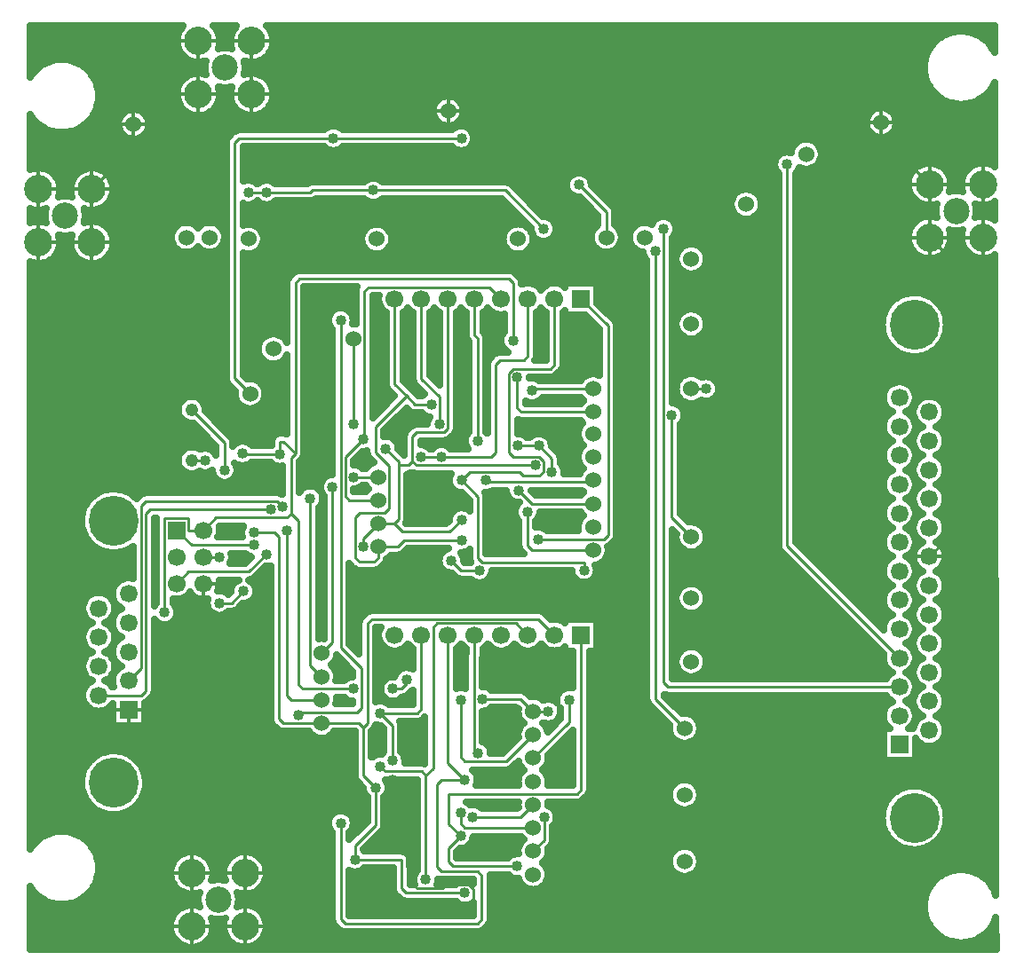
<source format=gbr>
G04 DipTrace 3.3.1.3*
G04 Bottom.gbr*
%MOIN*%
G04 #@! TF.FileFunction,Copper,L2,Bot*
G04 #@! TF.Part,Single*
G04 #@! TA.AperFunction,Conductor*
%ADD12C,0.01*%
G04 #@! TA.AperFunction,CopperBalancing*
%ADD13C,0.025*%
%ADD14C,0.013*%
G04 #@! TA.AperFunction,ComponentPad*
%ADD18C,0.106299*%
%ADD19C,0.098425*%
%ADD20R,0.066535X0.066535*%
%ADD21C,0.066535*%
%ADD22C,0.187402*%
%ADD23R,0.066929X0.066929*%
%ADD24C,0.066929*%
%ADD25C,0.06*%
%ADD30C,0.048*%
G04 #@! TA.AperFunction,ViaPad*
%ADD31C,0.04*%
%FSLAX26Y26*%
G04*
G70*
G90*
G75*
G01*
G04 Bottom*
%LPD*%
X3738967Y1527361D2*
D12*
X3316911Y1949417D1*
Y3381788D1*
X1301461Y2520008D2*
X1243565Y2577905D1*
Y3463548D1*
X1259565Y3479548D1*
X1614636D1*
X2094892D1*
X3851462Y3107508D2*
X3931612Y3027359D1*
Y1988655D1*
X3850778Y1907821D1*
X1282713Y520008D2*
Y720008D1*
Y1251722D1*
X1201927Y1332508D1*
Y1686993D1*
X1142461D1*
X1126461Y1702993D1*
Y1807508D1*
X1568557Y1742764D2*
Y2233225D1*
X2131608Y1788760D2*
X2107714D1*
X2069608Y1750654D1*
Y1742764D1*
X1837415Y1070008D2*
X1897960D1*
X1913960Y1054008D1*
Y976259D1*
X4051462Y3107508D2*
Y3307508D1*
X707713Y3088758D2*
Y3288758D1*
X1201927Y1686993D2*
X1217927Y1702993D1*
X1276461D1*
X1082713Y520008D2*
Y720008D1*
X1307712Y3645008D2*
Y3845008D1*
X1107712Y3645008D2*
Y3845008D1*
X507713Y3288758D2*
Y3088758D1*
X845212Y1332508D2*
X1201927D1*
X1913960Y976259D2*
Y677008D1*
X1929960Y661008D1*
X2023333D1*
X2038333Y676008D1*
X2122833D1*
X2138833Y660008D1*
Y611896D1*
X2103196Y576259D1*
X3851462Y3307508D2*
X3670212Y3488759D1*
Y3538759D1*
X4051462Y3307508D2*
X3851462D1*
X707713Y3288758D2*
X863962Y3445007D1*
Y3532508D1*
X2312990Y3563658D2*
Y3483225D1*
X2232714Y3402949D1*
X2151364Y3582410D2*
X2241616D1*
X2260368Y3563658D1*
X2312990D1*
X2045163Y3582508D2*
X2151364Y3582410D1*
X3738967Y1418661D2*
X2869313D1*
X2853313Y1434661D1*
Y3139481D1*
X1763962Y3284438D2*
X2258148D1*
X2403104Y3139481D1*
X1363913Y3276455D2*
X1527766D1*
X1535749Y3284438D1*
X1763962D1*
X1295163Y3276455D2*
X1363913D1*
X2638962Y3107508D2*
Y3201532D1*
X2536140Y3304355D1*
X2555183Y1857508D2*
Y1886508D1*
X2172431D1*
X2156431Y1902508D1*
Y2133592D1*
X2095015Y2195008D1*
X1782713Y2207508D2*
X1689210D1*
X2095015Y2195008D2*
X2126326Y2226319D1*
X2312423D1*
X2327734Y2211008D1*
X2387585D1*
X2403585Y2227008D1*
Y2266508D1*
X2387585Y2282508D1*
X2289285D1*
X2273285Y2298508D1*
Y2597508D1*
X2289285Y2613508D1*
X2428175D1*
X2444178Y2629511D1*
Y2876258D1*
X1570210Y1545008D2*
X1611210Y1586008D1*
Y2169485D1*
X1782713Y2120008D2*
X1674210D1*
X1658210Y2136008D1*
Y2282512D1*
X1725710Y2350012D1*
X2056805Y1893008D2*
X2094305Y1855508D1*
X2162608D1*
X1725710Y2350012D2*
X1729962Y2354264D1*
Y2904725D1*
X1745962Y2920725D1*
X2199710D1*
X2244178Y2876258D1*
X2044178Y1613758D2*
Y1133663D1*
X2107833Y1070008D1*
X1570210Y1457508D2*
X1527376Y1500343D1*
Y2126969D1*
X2107833Y1070008D2*
X2020644D1*
X2004644Y1054008D1*
Y742008D1*
X2020644Y726008D1*
X2154833D1*
X2170833Y710008D1*
Y545256D1*
X2154833Y529256D1*
X1658210D1*
X1642210Y545256D1*
Y907508D1*
X2095015Y2045008D2*
X2051015Y2001008D1*
X1873590D1*
X1842088Y2032510D1*
X1858088Y2048510D1*
Y2251508D1*
X1894833D1*
X1910833Y2267508D1*
Y2358319D1*
X1926833Y2374319D1*
X2028175D1*
X2044178Y2390322D1*
Y2876258D1*
X1726710Y1944666D2*
Y1976507D1*
X1782713Y2032510D1*
X1858088Y2251508D2*
Y2266508D1*
X1811088Y2313508D1*
X2372585Y2251508D2*
X1926833D1*
X1910833Y2267508D1*
X1782713Y2032510D2*
X1842088D1*
X1570210Y1370008D2*
X1456588D1*
X1440588Y1386008D1*
Y2007150D1*
X1982179Y2479512D2*
X1920640D1*
X1888644Y2511508D1*
X1844178Y2555974D1*
Y2876258D1*
X1888644Y2511508D2*
X1772710Y2395575D1*
Y2299512D1*
X1823714Y2248508D1*
Y2089512D1*
X1807714Y2073512D1*
X1711710D1*
X1695710Y2057512D1*
Y1904008D1*
X1711710Y1888008D1*
X1766713D1*
X1782713Y1904008D1*
Y1945010D1*
X1856273D1*
X1881272Y1970008D1*
X2095015D1*
X2957713Y2538758D2*
X3013714Y2538756D1*
X980588Y1698197D2*
Y2051973D1*
X1070927D1*
Y2007508D1*
X1126461D1*
X1276461Y1777796D2*
X1232658Y1733993D1*
X1186927D1*
X1126461Y2007508D2*
X1173461Y2054508D1*
X1439588D1*
X1455588Y2070508D1*
X1482911Y2043186D1*
Y1427008D1*
X1498911Y1411008D1*
X1688340D1*
X1413961Y2293473D2*
Y2340477D1*
X1426317D1*
X1471588Y2295205D1*
X1455588Y2279205D1*
Y2070508D1*
X1471588Y2295205D2*
Y2936725D1*
X1487588Y2952725D1*
X2272644D1*
X2288644Y2936725D1*
Y2720008D1*
X1273683Y2295205D2*
X1275415Y2293473D1*
X1413961D1*
X1888644Y1445008D2*
Y1431008D1*
X1868644Y1411008D1*
X1837943D1*
X1378588Y2085508D2*
X926010D1*
X910010Y2069508D1*
Y1403036D1*
X894010Y1387036D1*
X733401D1*
X1424588Y2095969D2*
X1404049Y2116508D1*
X910010D1*
X894010Y2100508D1*
Y1490361D1*
X845212Y1441564D1*
X1082712Y2460008D2*
X1205899Y2336821D1*
Y2233225D1*
X1082712Y2270008D2*
X1132714D1*
X1316588Y1951973D2*
X1081997D1*
X1026461Y2007508D1*
X1185927Y1907508D2*
X1126461D1*
X1362588Y1917516D2*
X1297045Y1851973D1*
X1070926D1*
X1026461Y1807508D1*
X1944178Y2876258D2*
Y2577266D1*
X2013175Y2508268D1*
Y2405319D1*
X2155431Y2343319D2*
Y2729375D1*
X2144178Y2740628D1*
Y2876258D1*
X1941833Y2282508D2*
X2019620D1*
X2207833D1*
X2223834Y2298510D1*
Y2630111D1*
X2239836Y2646113D1*
X2328175D1*
X2344178Y2662116D1*
Y2876258D1*
X2382588Y1973508D2*
X2629962D1*
X2645962Y1989508D1*
Y2774473D1*
X2544178Y2876258D1*
X2588962Y2538758D2*
X2366428D1*
X2360179Y2532508D1*
X2588962Y2451258D2*
X2320285D1*
X2304285Y2467258D1*
Y2582508D1*
X2107833Y645008D2*
X1885943D1*
X1869943Y661008D1*
Y770008D1*
X1695406D1*
X1773085Y1039008D2*
X1726407Y1085686D1*
Y1266508D1*
X1742407Y1282508D1*
Y1658225D1*
X1758407Y1674225D1*
X2383710D1*
X2444178Y1613758D1*
X1726407Y1266508D2*
X1710407Y1282508D1*
X1570210D1*
X1695406Y770008D2*
Y821669D1*
X1773085Y899347D1*
Y1039008D1*
X1570210Y1282508D2*
X1425588D1*
X1409588Y1298508D1*
Y1981973D1*
X1393588Y1997973D1*
X1316588D1*
X2588962Y2195008D2*
Y2188768D1*
X2187431D1*
Y2195319D1*
X2588962Y2107508D2*
X2360585D1*
X2310585Y2157508D1*
X2588962Y1932508D2*
X2358585D1*
X2342585Y1948508D1*
Y2076508D1*
X1836085Y1142819D2*
Y1274008D1*
X1790085Y1320008D1*
X1928175D1*
X1944178Y1336011D1*
Y1613758D1*
X2144178D2*
Y1538040D1*
X2142687Y1536549D1*
Y1185016D1*
X2157691Y1170012D1*
X1789085Y1120008D2*
X1808085Y1101008D1*
X1945088D1*
X1961088Y1085008D1*
X1988644Y1112564D1*
Y1642225D1*
X2004644Y1658225D1*
X2299710D1*
X2344178Y1613758D1*
X1961088Y1085008D2*
Y695008D1*
X2304431Y745008D2*
X2061833D1*
X2045833Y761008D1*
Y811756D1*
X2091833Y857756D1*
X2045833Y903756D1*
Y1017260D1*
X2528175D1*
X2544178Y1033263D1*
Y1613758D1*
X2363961Y1326258D2*
X2316399Y1373819D1*
X2173687D1*
X2420962Y1326256D2*
X2363961Y1326258D1*
Y1238758D2*
X2264216Y1139012D1*
X2107833D1*
X2091833Y1155012D1*
Y1370008D1*
X2499490D2*
Y1286787D1*
X2363961Y1151258D1*
Y976258D2*
X2317464Y929760D1*
X2137833D1*
X2363961Y888758D2*
X2107833D1*
X2091833Y904758D1*
Y945008D1*
X2404962Y928359D2*
Y842259D1*
X2363961Y801258D1*
X2305285Y2324319D2*
X2385140D1*
X2434585Y2274875D1*
Y2226008D1*
X2957712Y1982508D2*
X2884313Y2055907D1*
Y2438756D1*
X1688962Y2726259D2*
Y2407508D1*
X1642210Y2796406D2*
Y1567579D1*
X1719340Y1490449D1*
Y1339508D1*
X1703340Y1323508D1*
X1492911D1*
X1482911Y1313508D1*
X2932713Y1263759D2*
X2822313Y1374159D1*
Y3057260D1*
D31*
X2094892Y3479548D3*
X1614636D3*
X3316911Y3381788D3*
X1568557Y2233225D3*
Y1742764D3*
X2069608D3*
X2103196Y576259D3*
X1276461Y1702993D3*
X2312990Y3563658D3*
X1837415Y1070008D3*
X2131608Y1788760D3*
X2232714Y3402949D3*
X2151364Y3582410D3*
X1913960Y976259D3*
X2853313Y3139481D3*
X1295163Y3276455D3*
X2403104Y3139481D3*
X1763962Y3284438D3*
X1363913Y3276455D3*
X1378588Y2085508D3*
X2536140Y3304355D3*
X2884313Y2438756D3*
X1689210Y2207508D3*
X2555183Y1857508D3*
X2095015Y2195008D3*
X1611210Y2169485D3*
X2162608Y1855508D3*
X2056805Y1893008D3*
X1725710Y2350012D3*
X1642210Y907508D3*
X1527376Y2126969D3*
X2107833Y1070008D3*
X2095015Y2045008D3*
X1726710Y1944666D3*
X1811088Y2313508D3*
X2372585Y2251508D3*
X1440588Y2007150D3*
X2095015Y1970008D3*
X1982179Y2479512D3*
X3013714Y2538756D3*
X1424588Y2095969D3*
X1205899Y2233225D3*
X1132714Y2270008D3*
X1316588Y1951973D3*
X1185927Y1907508D3*
X1362588Y1917516D3*
X1316588Y1997973D3*
X1773085Y1039008D3*
X1695406Y770008D3*
X2107833Y645008D3*
X2013175Y2405319D3*
X2155431Y2343319D3*
X1941833Y2282508D3*
X2019620D3*
X2382588Y1973508D3*
X2360179Y2532508D3*
X2304285Y2582508D3*
X2822313Y3057260D3*
X2187431Y2195319D3*
X2310585Y2157508D3*
X2342585Y2076508D3*
X1790085Y1320008D3*
X1836085Y1142819D3*
X2157691Y1170012D3*
X1789085Y1120008D3*
X1961088Y695008D3*
X2091833Y857756D3*
X2304431Y745008D3*
X2173687Y1373819D3*
X2420962Y1326256D3*
X2091833Y1370008D3*
X2499490D3*
X2137833Y929760D3*
X2091833Y945008D3*
X2404962Y928359D3*
X2434585Y2226008D3*
X2305285Y2324319D3*
X2385140D3*
X1688962Y2407508D3*
X1482911Y1313508D3*
X1642210Y2796406D3*
X980588Y1698197D3*
X1186927Y1733993D3*
X1276461Y1777796D3*
X1688340Y1411008D3*
X1837943D3*
X1888644Y1445008D3*
X1273683Y2295205D3*
X2288644Y2720008D3*
X1413961Y2293473D3*
X478962Y3876389D2*
D13*
X1032015D1*
X1183423D2*
X1231998D1*
X1383405D2*
X3926721D1*
X4013716D2*
X4092793D1*
X478962Y3851520D2*
X1025843D1*
X1189595D2*
X1225826D1*
X1389578D2*
X3880538D1*
X4059863D2*
X4092829D1*
X478962Y3826651D2*
X1027709D1*
X1187729D2*
X1227692D1*
X1387712D2*
X3856926D1*
X4083511D2*
X4092891D1*
X478962Y3801783D2*
X1038295D1*
X1377126D2*
X3842321D1*
X478962Y3776914D2*
X1063881D1*
X1351540D2*
X3833817D1*
X478962Y3752045D2*
X514565D1*
X675877D2*
X1129836D1*
X1285585D2*
X3830264D1*
X478962Y3727176D2*
X487222D1*
X703185D2*
X1131630D1*
X1283791D2*
X3831233D1*
X719799Y3702308D2*
X1049886D1*
X1365535D2*
X3836867D1*
X729811Y3677439D2*
X1032446D1*
X1382975D2*
X3847812D1*
X734655Y3652570D2*
X1025915D1*
X1189487D2*
X1225934D1*
X1389506D2*
X3865754D1*
X4074684D2*
X4093188D1*
X734906Y3627701D2*
X1027458D1*
X1187944D2*
X1227477D1*
X1387963D2*
X2008747D1*
X2081568D2*
X3895717D1*
X4044684D2*
X4093224D1*
X730564Y3602833D2*
X1037649D1*
X1177789D2*
X1237632D1*
X1377772D2*
X1989944D1*
X2100371D2*
X4093259D1*
X721199Y3577964D2*
X827906D1*
X900010D2*
X1062194D1*
X1153208D2*
X1262212D1*
X1353227D2*
X1986355D1*
X2103996D2*
X3627016D1*
X3713402D2*
X4093331D1*
X705446Y3553095D2*
X808852D1*
X919064D2*
X1994429D1*
X2095886D2*
X3613057D1*
X3727360D2*
X4093367D1*
X478962Y3528226D2*
X510690D1*
X679717D2*
X805120D1*
X922796D2*
X2026976D1*
X2063339D2*
X3612196D1*
X3728222D2*
X4093403D1*
X478962Y3503357D2*
X568033D1*
X622410D2*
X813050D1*
X914866D2*
X1236448D1*
X2137332D2*
X3623679D1*
X3716739D2*
X4093439D1*
X478962Y3478489D2*
X844915D1*
X883036D2*
X1213338D1*
X2143863D2*
X4093475D1*
X478962Y3453620D2*
X1209570D1*
X2136004D2*
X3340983D1*
X3436842D2*
X4093547D1*
X478962Y3428751D2*
X1209570D1*
X1277547D2*
X3330577D1*
X3447249D2*
X4093582D1*
X478962Y3403882D2*
X1209570D1*
X1277547D2*
X3273485D1*
X3445562D2*
X4093618D1*
X478962Y3379014D2*
X1209570D1*
X1277547D2*
X3267995D1*
X3430275D2*
X3813865D1*
X3889055D2*
X4013884D1*
X555701Y3354145D2*
X659717D1*
X755683D2*
X1209570D1*
X1277547D2*
X3277038D1*
X3356820D2*
X3784404D1*
X3918516D2*
X3984387D1*
X578774Y3329276D2*
X636643D1*
X778793D2*
X1209570D1*
X1277547D2*
X1749161D1*
X1778777D2*
X2494368D1*
X2577882D2*
X3282923D1*
X3350899D2*
X3772347D1*
X3930573D2*
X3972330D1*
X588320Y3304407D2*
X627098D1*
X788302D2*
X1209570D1*
X2285211D2*
X2487155D1*
X2585131D2*
X3282923D1*
X3350899D2*
X3769369D1*
X3933551D2*
X3969387D1*
X589324Y3279539D2*
X626093D1*
X789343D2*
X1209570D1*
X2310079D2*
X2494332D1*
X2607989D2*
X3130092D1*
X3197710D2*
X3282923D1*
X3350899D2*
X3774393D1*
X782202Y3254670D2*
X1209570D1*
X2334946D2*
X2538792D1*
X2632857D2*
X3109423D1*
X3218379D2*
X3282923D1*
X3350899D2*
X3789356D1*
X763757Y3229801D2*
X1209570D1*
X1277547D2*
X2265750D1*
X2359814D2*
X2563660D1*
X2657725D2*
X3104973D1*
X3222865D2*
X3282923D1*
X3350899D2*
X3831484D1*
X4071454D2*
X4093941D1*
X478962Y3204932D2*
X531252D1*
X684166D2*
X1209570D1*
X1277547D2*
X2290617D1*
X2384718D2*
X2588528D1*
X2672796D2*
X3112114D1*
X3215724D2*
X3282923D1*
X3350899D2*
X3873289D1*
X4029649D2*
X4093977D1*
X478962Y3180064D2*
X529996D1*
X685422D2*
X1209570D1*
X1277547D2*
X2315485D1*
X2428317D2*
X2604963D1*
X2672975D2*
X2828127D1*
X2878520D2*
X3140391D1*
X3187447D2*
X3282923D1*
X3350899D2*
X3816090D1*
X754140Y3155195D2*
X1029360D1*
X1094968D2*
X1116881D1*
X1182490D2*
X1209570D1*
X1314472D2*
X1757127D1*
X1795787D2*
X2288393D1*
X2327052D2*
X2340353D1*
X2449381D2*
X2604963D1*
X2672975D2*
X2749899D1*
X2899584D2*
X3282923D1*
X3350899D2*
X3785158D1*
X778147Y3130326D2*
X1008009D1*
X1346122D2*
X1725513D1*
X1827400D2*
X2256779D1*
X2451211D2*
X2584760D1*
X2693142D2*
X2728512D1*
X2901414D2*
X3282923D1*
X3350899D2*
X3772634D1*
X3930286D2*
X3972653D1*
X588104Y3105457D2*
X627349D1*
X788087D2*
X1003200D1*
X1354016D2*
X1717619D1*
X1835295D2*
X2248884D1*
X2437288D2*
X2579987D1*
X2697915D2*
X2723739D1*
X2887491D2*
X3282923D1*
X3350899D2*
X3769333D1*
X3933587D2*
X3969351D1*
X589432Y3080588D2*
X625986D1*
X789450D2*
X1010018D1*
X1201867D2*
X1209570D1*
X1350248D2*
X1721386D1*
X1831563D2*
X2252616D1*
X2362793D2*
X2586805D1*
X2691133D2*
X2730522D1*
X2887312D2*
X2939691D1*
X2975730D2*
X3282923D1*
X3350899D2*
X3773998D1*
X3928922D2*
X3974016D1*
X582686Y3055720D2*
X632732D1*
X782704D2*
X1037111D1*
X1087253D2*
X1124597D1*
X1174775D2*
X1209570D1*
X1331122D2*
X1740513D1*
X1812401D2*
X2271778D1*
X2343666D2*
X2613862D1*
X2664040D2*
X2757614D1*
X2887312D2*
X2907000D1*
X3008421D2*
X3282923D1*
X3350899D2*
X3788459D1*
X3914461D2*
X3988442D1*
X564887Y3030851D2*
X650531D1*
X764906D2*
X1209570D1*
X1277547D2*
X2781549D1*
X2887312D2*
X2898929D1*
X3016531D2*
X3282923D1*
X3350899D2*
X3827322D1*
X3875598D2*
X4027340D1*
X4075581D2*
X4094300D1*
X478962Y3005982D2*
X1209570D1*
X1277547D2*
X2788295D1*
X2887312D2*
X2902479D1*
X3012942D2*
X3282923D1*
X3350899D2*
X4094336D1*
X478962Y2981113D2*
X1209570D1*
X1277547D2*
X1471453D1*
X2288799D2*
X2788295D1*
X2887312D2*
X2921246D1*
X2994175D2*
X3282923D1*
X3350899D2*
X4094372D1*
X478962Y2956245D2*
X1209570D1*
X1277547D2*
X1444361D1*
X2315856D2*
X2788295D1*
X2887312D2*
X3282923D1*
X3350899D2*
X4094408D1*
X478962Y2931376D2*
X1209570D1*
X1277547D2*
X1437578D1*
X2370292D2*
X2418078D1*
X2470302D2*
X2481701D1*
X2606626D2*
X2788295D1*
X2887312D2*
X3282923D1*
X3350899D2*
X4094480D1*
X478962Y2906507D2*
X1209570D1*
X1277547D2*
X1437578D1*
X1505591D2*
X1696016D1*
X2606626D2*
X2788295D1*
X2887312D2*
X3282923D1*
X3350899D2*
X4094515D1*
X478962Y2881638D2*
X1209570D1*
X1277547D2*
X1437578D1*
X1505591D2*
X1695945D1*
X1763957D2*
X1781959D1*
X2606626D2*
X2788295D1*
X2887312D2*
X3282923D1*
X3350899D2*
X3728712D1*
X3861029D2*
X4094551D1*
X478962Y2856770D2*
X1209570D1*
X1277547D2*
X1437578D1*
X1505591D2*
X1695945D1*
X1763957D2*
X1784973D1*
X2610716D2*
X2788295D1*
X2887312D2*
X3282923D1*
X3350899D2*
X3700148D1*
X3889593D2*
X4094587D1*
X478962Y2831901D2*
X1209570D1*
X1277547D2*
X1437578D1*
X1505591D2*
X1609679D1*
X1674749D2*
X1695945D1*
X1763957D2*
X1801336D1*
X1887040D2*
X1901310D1*
X1987013D2*
X2001319D1*
X2087023D2*
X2101328D1*
X2187032D2*
X2201337D1*
X2387014D2*
X2401320D1*
X2635584D2*
X2788295D1*
X2887312D2*
X2927777D1*
X2987644D2*
X3282923D1*
X3350899D2*
X3684108D1*
X3905633D2*
X4094659D1*
X478962Y2807032D2*
X1209570D1*
X1277547D2*
X1437578D1*
X1505591D2*
X1594428D1*
X1763957D2*
X1810164D1*
X1878177D2*
X1910173D1*
X1978186D2*
X2010182D1*
X2078195D2*
X2110192D1*
X2178168D2*
X2254661D1*
X2378187D2*
X2410183D1*
X2478160D2*
X2566351D1*
X2660452D2*
X2788295D1*
X2887312D2*
X2904309D1*
X3011112D2*
X3282923D1*
X3350899D2*
X3675316D1*
X3914425D2*
X4094695D1*
X478962Y2782163D2*
X1209570D1*
X1277547D2*
X1437578D1*
X1505591D2*
X1595433D1*
X1763957D2*
X1810164D1*
X1878177D2*
X1910173D1*
X1978186D2*
X2010182D1*
X2078195D2*
X2110192D1*
X2178168D2*
X2254661D1*
X2378187D2*
X2410183D1*
X2478160D2*
X2591219D1*
X2679004D2*
X2788295D1*
X2887312D2*
X2898732D1*
X3016710D2*
X3282923D1*
X3350899D2*
X3672194D1*
X3917547D2*
X4094731D1*
X478962Y2757294D2*
X1209570D1*
X1277547D2*
X1437578D1*
X1505591D2*
X1608208D1*
X1763957D2*
X1810164D1*
X1878177D2*
X1910173D1*
X1978186D2*
X2010182D1*
X2078195D2*
X2110192D1*
X2178168D2*
X2254661D1*
X2378187D2*
X2410183D1*
X2478160D2*
X2611960D1*
X2679973D2*
X2788295D1*
X2887312D2*
X2904668D1*
X3010789D2*
X3282923D1*
X3350899D2*
X3674276D1*
X3915465D2*
X4094767D1*
X478962Y2732426D2*
X1209570D1*
X1277547D2*
X1350595D1*
X1427328D2*
X1437612D1*
X1505591D2*
X1608208D1*
X1763957D2*
X1810164D1*
X1878177D2*
X1910173D1*
X1978186D2*
X2010182D1*
X2078195D2*
X2111268D1*
X2189292D2*
X2241348D1*
X2378187D2*
X2410183D1*
X2478160D2*
X2611960D1*
X2679973D2*
X2788295D1*
X2887312D2*
X2929069D1*
X2986352D2*
X3282923D1*
X3350899D2*
X3681847D1*
X3907894D2*
X4094838D1*
X478962Y2707557D2*
X1209570D1*
X1277547D2*
X1333191D1*
X1505591D2*
X1608208D1*
X1763957D2*
X1810164D1*
X1878177D2*
X1910173D1*
X1978186D2*
X2010182D1*
X2078195D2*
X2121423D1*
X2189436D2*
X2241348D1*
X2378187D2*
X2410183D1*
X2478160D2*
X2611960D1*
X2679973D2*
X2788295D1*
X2887312D2*
X3282923D1*
X3350899D2*
X3696201D1*
X3893504D2*
X4094874D1*
X478962Y2682688D2*
X1209570D1*
X1277547D2*
X1330285D1*
X1505591D2*
X1608208D1*
X1763957D2*
X1810164D1*
X1878177D2*
X1910173D1*
X1978186D2*
X2010182D1*
X2078195D2*
X2121423D1*
X2189436D2*
X2258393D1*
X2378187D2*
X2410183D1*
X2478160D2*
X2611960D1*
X2679973D2*
X2788295D1*
X2887312D2*
X3282923D1*
X3350899D2*
X3721356D1*
X3868349D2*
X4094910D1*
X478962Y2657819D2*
X1209570D1*
X1277547D2*
X1339184D1*
X1505591D2*
X1608208D1*
X1763957D2*
X1810164D1*
X1878177D2*
X1910173D1*
X1978186D2*
X2010182D1*
X2078195D2*
X2121423D1*
X2189436D2*
X2204495D1*
X2377900D2*
X2410183D1*
X2478160D2*
X2611960D1*
X2679973D2*
X2788295D1*
X2887312D2*
X3282923D1*
X3350899D2*
X4094946D1*
X478962Y2632951D2*
X1209570D1*
X1277547D2*
X1377652D1*
X1400271D2*
X1437578D1*
X1505591D2*
X1608208D1*
X1763957D2*
X1810164D1*
X1878177D2*
X1910173D1*
X1978186D2*
X2010182D1*
X2078195D2*
X2121423D1*
X2478160D2*
X2611960D1*
X2679973D2*
X2788295D1*
X2887312D2*
X3282923D1*
X3350899D2*
X4095018D1*
X478962Y2608082D2*
X1209570D1*
X1277547D2*
X1437578D1*
X1505591D2*
X1608208D1*
X1763957D2*
X1810164D1*
X1878177D2*
X1910173D1*
X1978186D2*
X2010182D1*
X2078195D2*
X2121423D1*
X2469763D2*
X2611960D1*
X2679973D2*
X2788295D1*
X2887312D2*
X3282923D1*
X3350899D2*
X4095054D1*
X478962Y2583213D2*
X1209570D1*
X1285298D2*
X1437578D1*
X1505591D2*
X1608208D1*
X1763957D2*
X1810164D1*
X1878177D2*
X1910173D1*
X1985291D2*
X2010182D1*
X2078195D2*
X2121423D1*
X2439298D2*
X2551603D1*
X2679973D2*
X2788295D1*
X2887312D2*
X2920349D1*
X3029844D2*
X3282923D1*
X3350899D2*
X4095090D1*
X478962Y2558344D2*
X1216388D1*
X1345476D2*
X1437578D1*
X1505591D2*
X1608208D1*
X1763957D2*
X1810164D1*
X1888870D2*
X1916489D1*
X2078195D2*
X2121423D1*
X2679973D2*
X2788295D1*
X2887312D2*
X2902227D1*
X3058372D2*
X3282923D1*
X3350899D2*
X3708222D1*
X3769704D2*
X4095125D1*
X478962Y2533476D2*
X1240933D1*
X1358825D2*
X1437578D1*
X1505591D2*
X1608208D1*
X1763957D2*
X1819637D1*
X1913738D2*
X1940926D1*
X2078195D2*
X2121423D1*
X2679973D2*
X2788295D1*
X2887312D2*
X2898929D1*
X3062427D2*
X3282923D1*
X3350899D2*
X3683534D1*
X3794356D2*
X4095197D1*
X478962Y2508607D2*
X1066500D1*
X1098951D2*
X1243624D1*
X1359291D2*
X1437578D1*
X1505591D2*
X1608208D1*
X1763957D2*
X1838692D1*
X2078195D2*
X2121423D1*
X2679973D2*
X2788295D1*
X2887312D2*
X2907431D1*
X3051625D2*
X3282923D1*
X3350899D2*
X3676752D1*
X3801138D2*
X3831197D1*
X3870323D2*
X4095233D1*
X478962Y2483738D2*
X1035640D1*
X1129776D2*
X1255646D1*
X1347270D2*
X1437578D1*
X1505591D2*
X1608208D1*
X1763957D2*
X1813824D1*
X2078195D2*
X2121423D1*
X2338284D2*
X2540228D1*
X2679973D2*
X2788295D1*
X2898615D2*
X2942382D1*
X2973075D2*
X3282923D1*
X3350899D2*
X3680842D1*
X3903480D2*
X4095269D1*
X478962Y2458869D2*
X1029719D1*
X1135697D2*
X1437578D1*
X1505591D2*
X1608208D1*
X1763957D2*
X1788956D1*
X1883057D2*
X1894241D1*
X2078195D2*
X2121423D1*
X2679973D2*
X2788295D1*
X2928722D2*
X3282923D1*
X3350899D2*
X3699287D1*
X3778639D2*
X3788971D1*
X3912559D2*
X4095305D1*
X478962Y2434001D2*
X1036932D1*
X1155756D2*
X1437578D1*
X1505591D2*
X1608208D1*
X1858189D2*
X1970136D1*
X2078195D2*
X2121423D1*
X2679973D2*
X2788295D1*
X2933064D2*
X3282923D1*
X3350899D2*
X3689562D1*
X3910477D2*
X4095377D1*
X478962Y2409132D2*
X1086523D1*
X1180624D2*
X1437578D1*
X1505591D2*
X1608208D1*
X1833321D2*
X1964322D1*
X2078195D2*
X2121423D1*
X2307280D2*
X2545682D1*
X2679973D2*
X2788295D1*
X2922658D2*
X3282923D1*
X3350899D2*
X3677936D1*
X3895586D2*
X4095412D1*
X478962Y2384263D2*
X1111427D1*
X1205492D2*
X1437578D1*
X1505591D2*
X1608208D1*
X1808454D2*
X1889719D1*
X2077585D2*
X2121423D1*
X2307280D2*
X2531795D1*
X2679973D2*
X2788295D1*
X2918316D2*
X3282923D1*
X3350899D2*
X3678044D1*
X3896160D2*
X4095448D1*
X478962Y2359394D2*
X1136295D1*
X1230359D2*
X1386264D1*
X1505591D2*
X1608208D1*
X1821121D2*
X1876837D1*
X2060289D2*
X2109295D1*
X2338320D2*
X2352123D1*
X2418162D2*
X2530970D1*
X2679973D2*
X2788295D1*
X2918316D2*
X3282923D1*
X3350899D2*
X3689993D1*
X3910621D2*
X4095484D1*
X478962Y2334525D2*
X1161163D1*
X1301015D2*
X1379948D1*
X1505591D2*
X1608208D1*
X1855067D2*
X1876837D1*
X1944849D2*
X2107285D1*
X2433018D2*
X2542488D1*
X2679973D2*
X2788295D1*
X2918316D2*
X3282923D1*
X3350899D2*
X3698605D1*
X3779321D2*
X3789023D1*
X3912487D2*
X4095520D1*
X478962Y2309657D2*
X1048917D1*
X1159524D2*
X1171885D1*
X1505591D2*
X1608208D1*
X1861993D2*
X1876837D1*
X2446833D2*
X2536926D1*
X2679973D2*
X2788295D1*
X2918316D2*
X3282923D1*
X3350899D2*
X3680663D1*
X3903121D2*
X4095592D1*
X478962Y2284788D2*
X1031908D1*
X1503833D2*
X1608208D1*
X1707547D2*
X1742379D1*
X2467000D2*
X2530001D1*
X2679973D2*
X2788295D1*
X2918316D2*
X3282923D1*
X3350899D2*
X3676788D1*
X3801138D2*
X3816879D1*
X3884641D2*
X4095628D1*
X478962Y2259919D2*
X1030724D1*
X1306470D2*
X1379267D1*
X1489587D2*
X1608208D1*
X1692225D2*
X1759101D1*
X2468902D2*
X2534666D1*
X2679973D2*
X2788295D1*
X2918316D2*
X3282923D1*
X3350899D2*
X3683857D1*
X3907068D2*
X4095664D1*
X478962Y2235050D2*
X1043785D1*
X1254868D2*
X1421574D1*
X1489587D2*
X1608208D1*
X2482682D2*
X2546615D1*
X2679973D2*
X2788295D1*
X2918316D2*
X3282923D1*
X3350899D2*
X3709263D1*
X3768663D2*
X3788495D1*
X3913025D2*
X4095700D1*
X478962Y2210182D2*
X1163029D1*
X1248804D2*
X1421574D1*
X1489587D2*
X1586211D1*
X1892100D2*
X2048543D1*
X2679973D2*
X2788295D1*
X2918316D2*
X3282923D1*
X3350899D2*
X3685113D1*
X3908109D2*
X4095771D1*
X478962Y2185313D2*
X1421574D1*
X1489587D2*
X1565003D1*
X1892100D2*
X2047035D1*
X2679973D2*
X2788295D1*
X2918316D2*
X3282923D1*
X3350899D2*
X3676967D1*
X3800959D2*
X3813506D1*
X3888050D2*
X4095807D1*
X478962Y2160444D2*
X763386D1*
X815215D2*
X1421574D1*
X1692225D2*
X1740764D1*
X1892100D2*
X2061425D1*
X2679973D2*
X2788295D1*
X2918316D2*
X3282923D1*
X3350899D2*
X3679838D1*
X3901542D2*
X4095843D1*
X478962Y2135575D2*
X710673D1*
X867929D2*
X882019D1*
X1892100D2*
X2107393D1*
X2190369D2*
X2267077D1*
X2679973D2*
X2788295D1*
X2918316D2*
X3282923D1*
X3350899D2*
X3695986D1*
X3781904D2*
X3789428D1*
X3912128D2*
X4095879D1*
X478962Y2110707D2*
X687814D1*
X1892100D2*
X2122428D1*
X2190441D2*
X2308559D1*
X2679973D2*
X2788295D1*
X2918316D2*
X3282923D1*
X3350899D2*
X3691895D1*
X3911231D2*
X4095951D1*
X478962Y2085838D2*
X674681D1*
X1561391D2*
X1577204D1*
X1892100D2*
X2070253D1*
X2190441D2*
X2294529D1*
X2679973D2*
X2788295D1*
X2918316D2*
X3282923D1*
X3350899D2*
X3678582D1*
X3898241D2*
X4095987D1*
X478962Y2060969D2*
X668042D1*
X1561391D2*
X1577204D1*
X1892100D2*
X2048830D1*
X2190441D2*
X2296251D1*
X2388916D2*
X2547548D1*
X2679973D2*
X2788295D1*
X2926282D2*
X3282923D1*
X3350899D2*
X3677505D1*
X3800385D2*
X3808324D1*
X3893217D2*
X4096023D1*
X478962Y2036100D2*
X666786D1*
X1561391D2*
X1577204D1*
X1889552D2*
X2039069D1*
X2190441D2*
X2308595D1*
X2376572D2*
X2532297D1*
X2679973D2*
X2788295D1*
X2978099D2*
X3282923D1*
X3350899D2*
X3687840D1*
X3909724D2*
X4096058D1*
X478962Y2011231D2*
X670769D1*
X1188805D2*
X1269533D1*
X1561391D2*
X1577204D1*
X2190441D2*
X2308595D1*
X2412277D2*
X2530647D1*
X2679973D2*
X2788295D1*
X3008851D2*
X3282923D1*
X3350899D2*
X3702337D1*
X3775589D2*
X3788746D1*
X3912810D2*
X4096130D1*
X478962Y1986363D2*
X680530D1*
X1185074D2*
X1269066D1*
X1561391D2*
X1577204D1*
X2190441D2*
X2308595D1*
X2679793D2*
X2788295D1*
X2887312D2*
X2898863D1*
X3016567D2*
X3282923D1*
X3350899D2*
X3681811D1*
X3904880D2*
X4096166D1*
X478962Y1961494D2*
X698041D1*
X1561391D2*
X1577204D1*
X2190441D2*
X2308595D1*
X2665009D2*
X2788295D1*
X2887312D2*
X2902766D1*
X3012655D2*
X3282923D1*
X3351868D2*
X3676680D1*
X3801210D2*
X3821975D1*
X3879545D2*
X4096202D1*
X478962Y1936625D2*
X729978D1*
X848623D2*
X860022D1*
X1561391D2*
X1577204D1*
X1894935D2*
X2038172D1*
X2190441D2*
X2310928D1*
X2647821D2*
X2788295D1*
X2887312D2*
X2922251D1*
X2993170D2*
X3285614D1*
X3376736D2*
X3682421D1*
X3905633D2*
X4096238D1*
X478962Y1911756D2*
X860022D1*
X1234737D2*
X1290740D1*
X1561391D2*
X1577204D1*
X1830881D2*
X2011761D1*
X2101843D2*
X2122428D1*
X2644017D2*
X2788295D1*
X2887312D2*
X3307503D1*
X3401604D2*
X3704347D1*
X3773579D2*
X3788639D1*
X3912918D2*
X4096310D1*
X478962Y1886888D2*
X860022D1*
X1230108D2*
X1284927D1*
X1561391D2*
X1577204D1*
X1811647D2*
X2008209D1*
X2624783D2*
X2788295D1*
X2887312D2*
X3332371D1*
X3426472D2*
X3686907D1*
X3909257D2*
X4096345D1*
X478962Y1862019D2*
X860022D1*
X1354124D2*
X1375571D1*
X1561391D2*
X1577204D1*
X1676220D2*
X1691423D1*
X1786995D2*
X2019620D1*
X2603970D2*
X2788295D1*
X2887312D2*
X3357239D1*
X3451339D2*
X3677290D1*
X3800600D2*
X3809882D1*
X3891674D2*
X4096381D1*
X478962Y1837150D2*
X860022D1*
X1329256D2*
X1375571D1*
X1561391D2*
X1577204D1*
X1676220D2*
X2065623D1*
X2207845D2*
X2510874D1*
X2599485D2*
X2788295D1*
X2887312D2*
X3382107D1*
X3476207D2*
X3678941D1*
X3899389D2*
X4096417D1*
X478962Y1812281D2*
X801782D1*
X1188734D2*
X1242763D1*
X1310166D2*
X1375571D1*
X1561391D2*
X1577204D1*
X1676220D2*
X2142954D1*
X2182259D2*
X2541878D1*
X2568481D2*
X2788295D1*
X2887312D2*
X3406974D1*
X3501075D2*
X3693151D1*
X3911554D2*
X4096489D1*
X478962Y1787413D2*
X785958D1*
X1185468D2*
X1228481D1*
X1324448D2*
X1375571D1*
X1561391D2*
X1577204D1*
X1676220D2*
X2788295D1*
X2887312D2*
X2911808D1*
X3003648D2*
X3431842D1*
X3525943D2*
X3694586D1*
X3911877D2*
X4096525D1*
X478962Y1762544D2*
X695745D1*
X771042D2*
X783266D1*
X1068629D2*
X1084299D1*
X1322905D2*
X1375571D1*
X1561391D2*
X1577204D1*
X1676220D2*
X2788295D1*
X2887312D2*
X2899859D1*
X3015562D2*
X3456710D1*
X3550810D2*
X3679407D1*
X3900538D2*
X4096561D1*
X478962Y1737675D2*
X675937D1*
X1014588D2*
X1138089D1*
X1302451D2*
X1375571D1*
X1561391D2*
X1577204D1*
X1676220D2*
X2788295D1*
X2887312D2*
X2900361D1*
X3015059D2*
X3481578D1*
X3575678D2*
X3677111D1*
X3800815D2*
X3811676D1*
X3889844D2*
X4096597D1*
X478962Y1712806D2*
X671164D1*
X795658D2*
X815347D1*
X1027219D2*
X1143041D1*
X1258528D2*
X1375571D1*
X1561391D2*
X1577204D1*
X1676220D2*
X2788295D1*
X2887312D2*
X2913818D1*
X3001603D2*
X3506481D1*
X3600546D2*
X3685938D1*
X3908683D2*
X4096633D1*
X478962Y1687938D2*
X677228D1*
X1028439D2*
X1177992D1*
X1195839D2*
X1375571D1*
X1561391D2*
X1577204D1*
X1676220D2*
X1725083D1*
X2417049D2*
X2788295D1*
X2887312D2*
X3531349D1*
X3625414D2*
X3706787D1*
X3771139D2*
X3788567D1*
X3912989D2*
X4096704D1*
X478962Y1663069D2*
X699943D1*
X766843D2*
X783051D1*
X1013547D2*
X1375571D1*
X1561391D2*
X1577204D1*
X1676220D2*
X1708791D1*
X2606626D2*
X2788295D1*
X2887312D2*
X3556217D1*
X3650281D2*
X3683139D1*
X3906423D2*
X4096740D1*
X478962Y1638200D2*
X681104D1*
X944004D2*
X1375571D1*
X1561391D2*
X1577204D1*
X1676220D2*
X1708396D1*
X1776409D2*
X1786946D1*
X2606626D2*
X2788295D1*
X2887312D2*
X3581084D1*
X3801174D2*
X3819176D1*
X3882344D2*
X4096776D1*
X478962Y1613331D2*
X671702D1*
X795120D2*
X804976D1*
X944004D2*
X1375571D1*
X1561391D2*
X1577204D1*
X1676220D2*
X1708396D1*
X2606626D2*
X2788295D1*
X2887312D2*
X3605952D1*
X3903982D2*
X4096812D1*
X478962Y1588462D2*
X673496D1*
X944004D2*
X1375571D1*
X1676220D2*
X1708396D1*
X1776409D2*
X1787326D1*
X2606626D2*
X2788295D1*
X2887312D2*
X3630820D1*
X3777598D2*
X3788892D1*
X3912666D2*
X4096884D1*
X478962Y1563594D2*
X687958D1*
X944004D2*
X1375571D1*
X1693230D2*
X1708396D1*
X1776409D2*
X1808836D1*
X1879540D2*
X1908810D1*
X2079523D2*
X2108828D1*
X2179532D2*
X2208837D1*
X2279541D2*
X2308811D1*
X2379515D2*
X2408820D1*
X2606626D2*
X2788295D1*
X2887312D2*
X2928602D1*
X2986819D2*
X3655688D1*
X3910226D2*
X4096920D1*
X478962Y1538725D2*
X688998D1*
X944004D2*
X1375571D1*
X1776409D2*
X1910173D1*
X2078195D2*
X2108756D1*
X2178168D2*
X2510193D1*
X2578169D2*
X2788295D1*
X2887312D2*
X2904524D1*
X3010897D2*
X3677792D1*
X3894796D2*
X4096956D1*
X478962Y1513856D2*
X673819D1*
X944004D2*
X1375571D1*
X1619846D2*
X1648900D1*
X1776409D2*
X1910173D1*
X2078195D2*
X2108685D1*
X2176697D2*
X2510193D1*
X2578169D2*
X2788295D1*
X2887312D2*
X2898732D1*
X3016710D2*
X3678223D1*
X3896913D2*
X4096991D1*
X478962Y1488987D2*
X671559D1*
X795228D2*
X806340D1*
X944004D2*
X1375571D1*
X1619631D2*
X1673768D1*
X1776409D2*
X1871024D1*
X2078195D2*
X2108685D1*
X2176697D2*
X2510193D1*
X2578169D2*
X2788295D1*
X2887312D2*
X2904416D1*
X3011004D2*
X3690639D1*
X3910872D2*
X4097063D1*
X478962Y1464119D2*
X680422D1*
X944004D2*
X1375571D1*
X1628817D2*
X1685323D1*
X1776409D2*
X1843752D1*
X2078195D2*
X2108685D1*
X2176697D2*
X2510193D1*
X2578169D2*
X2788295D1*
X2887312D2*
X2928243D1*
X2987213D2*
X3697636D1*
X3780254D2*
X3789153D1*
X3912379D2*
X4097099D1*
X478962Y1439250D2*
X701809D1*
X764977D2*
X782979D1*
X944004D2*
X1375571D1*
X1776409D2*
X1798502D1*
X2078195D2*
X2108685D1*
X2176697D2*
X2510193D1*
X2578169D2*
X2788295D1*
X3902583D2*
X4097135D1*
X478962Y1414381D2*
X677767D1*
X944004D2*
X1375571D1*
X1776409D2*
X1789064D1*
X2198909D2*
X2483100D1*
X2578169D2*
X2788295D1*
X3801067D2*
X3815623D1*
X3885897D2*
X4097171D1*
X478962Y1389512D2*
X671200D1*
X940953D2*
X1375571D1*
X1776409D2*
X1794196D1*
X1894181D2*
X1910173D1*
X2347757D2*
X2454787D1*
X2578169D2*
X2788295D1*
X3907463D2*
X4097243D1*
X478962Y1364644D2*
X675470D1*
X918669D2*
X1375571D1*
X1628961D2*
X1682309D1*
X1805619D2*
X1831910D1*
X1843989D2*
X1910173D1*
X2578169D2*
X2789802D1*
X2878879D2*
X3710878D1*
X3767048D2*
X3788495D1*
X3913025D2*
X4097278D1*
X478962Y1339775D2*
X694309D1*
X772477D2*
X782943D1*
X907473D2*
X1375571D1*
X2207845D2*
X2303392D1*
X2578169D2*
X2809646D1*
X2903747D2*
X3684646D1*
X3907750D2*
X4097314D1*
X478962Y1314906D2*
X782943D1*
X907473D2*
X1375571D1*
X2176697D2*
X2306119D1*
X2578169D2*
X2834514D1*
X2959224D2*
X3676895D1*
X3801031D2*
X3814655D1*
X3886902D2*
X4097350D1*
X478962Y1290037D2*
X782943D1*
X907473D2*
X1376755D1*
X1940364D2*
X1954634D1*
X2176697D2*
X2318105D1*
X2578169D2*
X2859382D1*
X2985240D2*
X3680125D1*
X3902116D2*
X4097422D1*
X478962Y1265169D2*
X1395881D1*
X1771206D2*
X1797892D1*
X1870067D2*
X1954634D1*
X2176697D2*
X2311502D1*
X2416404D2*
X2430817D1*
X2578169D2*
X2873735D1*
X2991699D2*
X3696883D1*
X3781043D2*
X3789265D1*
X3912272D2*
X4097458D1*
X478962Y1240300D2*
X1530160D1*
X1610265D2*
X1692392D1*
X1760405D2*
X1802090D1*
X1870067D2*
X1954634D1*
X2176697D2*
X2304971D1*
X2500050D2*
X2510154D1*
X2578169D2*
X2878831D1*
X2986603D2*
X3676680D1*
X3911052D2*
X4097494D1*
X478962Y1215431D2*
X1692392D1*
X1760405D2*
X1802090D1*
X1870067D2*
X1954634D1*
X2176697D2*
X2293596D1*
X2475182D2*
X2510193D1*
X2578169D2*
X2900936D1*
X2964499D2*
X3676680D1*
X3897523D2*
X4097530D1*
X478962Y1190562D2*
X1692392D1*
X1760405D2*
X1802090D1*
X1870067D2*
X1954634D1*
X2201888D2*
X2268728D1*
X2450314D2*
X2510193D1*
X2578169D2*
X3676680D1*
X3801210D2*
X4097601D1*
X478962Y1165693D2*
X732059D1*
X846578D2*
X1692392D1*
X1760405D2*
X1777904D1*
X1879074D2*
X1954634D1*
X2425446D2*
X2510193D1*
X2578169D2*
X3676680D1*
X3801210D2*
X4097637D1*
X478962Y1140825D2*
X699046D1*
X879556D2*
X1692392D1*
X1885030D2*
X1954634D1*
X2422001D2*
X2510193D1*
X2578169D2*
X4097673D1*
X478962Y1115956D2*
X681140D1*
X897498D2*
X1692392D1*
X2288189D2*
X2317351D1*
X2410590D2*
X2510193D1*
X2578169D2*
X4097709D1*
X478962Y1091087D2*
X671056D1*
X907545D2*
X1692392D1*
X2151794D2*
X2312004D1*
X2415901D2*
X2510193D1*
X2578169D2*
X4097745D1*
X478962Y1066218D2*
X666858D1*
X911780D2*
X1699138D1*
X1813298D2*
X1927075D1*
X2156674D2*
X2305007D1*
X2422899D2*
X2510193D1*
X2578169D2*
X2909225D1*
X2956209D2*
X4097817D1*
X478962Y1041350D2*
X667863D1*
X910739D2*
X1723683D1*
X1822018D2*
X1927075D1*
X2578169D2*
X2880912D1*
X2984522D2*
X3754584D1*
X3835157D2*
X4097853D1*
X478962Y1016481D2*
X674250D1*
X904352D2*
X1729891D1*
X1816276D2*
X1927075D1*
X2573325D2*
X2873771D1*
X2991663D2*
X3711846D1*
X3877895D2*
X4097889D1*
X478962Y991612D2*
X687061D1*
X891541D2*
X1739077D1*
X1807090D2*
X1927075D1*
X2548960D2*
X2878221D1*
X2987177D2*
X3690854D1*
X3898887D2*
X4097924D1*
X478962Y966743D2*
X709381D1*
X869221D2*
X1739077D1*
X1807090D2*
X1927075D1*
X2168516D2*
X2305760D1*
X2433700D2*
X2898890D1*
X2966544D2*
X3678833D1*
X3910872D2*
X4097996D1*
X478962Y941875D2*
X758470D1*
X820131D2*
X1608387D1*
X1676041D2*
X1739077D1*
X1807090D2*
X1927075D1*
X2451965D2*
X3673056D1*
X3916685D2*
X4098032D1*
X478962Y917006D2*
X1594177D1*
X1690215D2*
X1739077D1*
X1807090D2*
X1927075D1*
X2452539D2*
X3672589D1*
X3917116D2*
X4098068D1*
X478962Y892137D2*
X1595828D1*
X1688600D2*
X1718839D1*
X1806265D2*
X1927075D1*
X2438975D2*
X3677398D1*
X3912308D2*
X4098104D1*
X478962Y867268D2*
X543452D1*
X646990D2*
X1608208D1*
X1676220D2*
X1693971D1*
X1788071D2*
X1927075D1*
X2438975D2*
X3688199D1*
X3901542D2*
X4098176D1*
X478962Y842399D2*
X502149D1*
X688257D2*
X1608208D1*
X1763168D2*
X1927075D1*
X2138229D2*
X2322734D1*
X2438975D2*
X3707217D1*
X3882524D2*
X4098211D1*
X710577Y817531D2*
X1608208D1*
X1738300D2*
X1927075D1*
X2117668D2*
X2307339D1*
X2427276D2*
X2912849D1*
X2952549D2*
X3743245D1*
X3846460D2*
X4098247D1*
X724356Y792662D2*
X1047553D1*
X1117862D2*
X1247572D1*
X1317845D2*
X1608208D1*
X1894324D2*
X1927075D1*
X2079846D2*
X2305617D1*
X2422289D2*
X2881666D1*
X2983768D2*
X4098283D1*
X732251Y767793D2*
X1016478D1*
X1148938D2*
X1216496D1*
X1348921D2*
X1608208D1*
X1903941D2*
X1927075D1*
X2411990D2*
X2873843D1*
X2991555D2*
X4098355D1*
X735265Y742924D2*
X1003918D1*
X1161498D2*
X1203937D1*
X1361480D2*
X1608208D1*
X1903941D2*
X1927075D1*
X2414860D2*
X2877683D1*
X2987716D2*
X4098391D1*
X733794Y718056D2*
X1000581D1*
X1164835D2*
X1200599D1*
X1364853D2*
X1608208D1*
X1676220D2*
X1835929D1*
X1903941D2*
X1918211D1*
X2422791D2*
X2896988D1*
X2968446D2*
X3906052D1*
X4034386D2*
X4098427D1*
X727586Y693187D2*
X1005210D1*
X1360224D2*
X1608208D1*
X1676220D2*
X1835929D1*
X1903941D2*
X1912136D1*
X2010051D2*
X2136818D1*
X2204830D2*
X2308847D1*
X2419095D2*
X3871244D1*
X4069157D2*
X4098463D1*
X715960Y668318D2*
X1019599D1*
X1345799D2*
X1608208D1*
X1676220D2*
X1835929D1*
X2204830D2*
X2327865D1*
X2400040D2*
X3851221D1*
X4089181D2*
X4098534D1*
X478962Y643449D2*
X493430D1*
X697013D2*
X1058247D1*
X1307187D2*
X1608208D1*
X1676220D2*
X1841276D1*
X2204830D2*
X3838876D1*
X478962Y618581D2*
X525618D1*
X664789D2*
X1104501D1*
X1260897D2*
X1608208D1*
X1676220D2*
X1866287D1*
X2204830D2*
X3832130D1*
X478962Y593712D2*
X1050029D1*
X1315405D2*
X1608208D1*
X1676220D2*
X2136818D1*
X2204830D2*
X3830085D1*
X478962Y568843D2*
X1017303D1*
X1348131D2*
X1608208D1*
X1676220D2*
X2136818D1*
X2204830D2*
X3832597D1*
X478962Y543974D2*
X1004241D1*
X1161175D2*
X1204259D1*
X1361157D2*
X1608244D1*
X2204794D2*
X3839881D1*
X478962Y519106D2*
X1000581D1*
X1164871D2*
X1200563D1*
X1364853D2*
X1621305D1*
X2191733D2*
X3852907D1*
X4087530D2*
X4098786D1*
X478962Y494237D2*
X1004851D1*
X1160565D2*
X1204834D1*
X1360583D2*
X3873971D1*
X4066466D2*
X4098821D1*
X478962Y469368D2*
X1018738D1*
X1146677D2*
X1218721D1*
X1346696D2*
X3911542D1*
X4028895D2*
X4098857D1*
X478962Y444499D2*
X1054874D1*
X1110542D2*
X1254856D1*
X1310561D2*
X4098929D1*
X732537Y3629578D2*
X731619Y3620440D1*
X730093Y3611382D1*
X727967Y3602447D1*
X725249Y3593674D1*
X721953Y3585101D1*
X718092Y3576767D1*
X713684Y3568710D1*
X708748Y3560964D1*
X703307Y3553565D1*
X697384Y3546545D1*
X691006Y3539936D1*
X684202Y3533767D1*
X677001Y3528065D1*
X669436Y3522857D1*
X661541Y3518164D1*
X653350Y3514009D1*
X644900Y3510409D1*
X636229Y3507381D1*
X627375Y3504937D1*
X618378Y3503090D1*
X609278Y3501847D1*
X600115Y3501214D1*
X590931Y3501193D1*
X581765Y3501785D1*
X572659Y3502987D1*
X563654Y3504793D1*
X554790Y3507196D1*
X546105Y3510185D1*
X537639Y3513747D1*
X529429Y3517865D1*
X521513Y3522522D1*
X513924Y3527696D1*
X506698Y3533365D1*
X499866Y3539503D1*
X493458Y3546084D1*
X487503Y3553077D1*
X482029Y3560451D1*
X476450Y3569273D1*
X476462Y3362038D1*
X485430Y3365227D1*
X494379Y3367283D1*
X503504Y3368296D1*
X512685Y3368252D1*
X521800Y3367152D1*
X530728Y3365010D1*
X539350Y3361855D1*
X547552Y3357728D1*
X555224Y3352686D1*
X562265Y3346793D1*
X568582Y3340130D1*
X574089Y3332784D1*
X578715Y3324853D1*
X582397Y3316442D1*
X585086Y3307664D1*
X586748Y3298634D1*
X587360Y3289473D1*
X587024Y3281419D1*
X585652Y3272341D1*
X583245Y3263481D1*
X581975Y3259964D1*
X590038Y3262378D1*
X595869Y3263538D1*
X601773Y3264237D1*
X607713Y3264470D1*
X613653Y3264237D1*
X619557Y3263538D1*
X625388Y3262378D1*
X633484Y3259889D1*
X630704Y3268418D1*
X628875Y3277415D1*
X628094Y3286563D1*
X628370Y3295740D1*
X629701Y3304824D1*
X632068Y3313695D1*
X635440Y3322235D1*
X639773Y3330329D1*
X645008Y3337872D1*
X651077Y3344761D1*
X657898Y3350907D1*
X665381Y3356227D1*
X673427Y3360650D1*
X681928Y3364118D1*
X690771Y3366585D1*
X699840Y3368017D1*
X709014Y3368397D1*
X718170Y3367718D1*
X727187Y3365990D1*
X735945Y3363236D1*
X744329Y3359492D1*
X752225Y3354809D1*
X759531Y3349247D1*
X766148Y3342882D1*
X771988Y3335798D1*
X776974Y3328089D1*
X781040Y3319857D1*
X784132Y3311212D1*
X786208Y3302269D1*
X787242Y3293146D1*
X787278Y3285085D1*
X786327Y3275953D1*
X784331Y3266991D1*
X781317Y3258318D1*
X777325Y3250050D1*
X772408Y3242297D1*
X766632Y3235160D1*
X760072Y3228736D1*
X752817Y3223110D1*
X744963Y3218355D1*
X736613Y3214536D1*
X727880Y3211704D1*
X718879Y3209895D1*
X709729Y3209134D1*
X700553Y3209431D1*
X691471Y3210782D1*
X682606Y3213169D1*
X678913Y3214500D1*
X681334Y3206432D1*
X682494Y3200602D1*
X683192Y3194698D1*
X683426Y3188758D1*
X683192Y3182817D1*
X682494Y3176914D1*
X681334Y3171083D1*
X678844Y3162986D1*
X687200Y3165721D1*
X696193Y3167570D1*
X705339Y3168372D1*
X714517Y3168116D1*
X723604Y3166806D1*
X732481Y3164459D1*
X741028Y3161106D1*
X749132Y3156791D1*
X756686Y3151573D1*
X763589Y3145520D1*
X769750Y3138712D1*
X775087Y3131241D1*
X779528Y3123206D1*
X783015Y3114712D1*
X785502Y3105874D1*
X786955Y3096809D1*
X787363Y3088758D1*
X786834Y3079592D1*
X785253Y3070548D1*
X782642Y3061745D1*
X779036Y3053302D1*
X774482Y3045330D1*
X769041Y3037935D1*
X762785Y3031215D1*
X755797Y3025259D1*
X748170Y3020148D1*
X740006Y3015948D1*
X731412Y3012716D1*
X722504Y3010493D1*
X713399Y3009311D1*
X704219Y3009185D1*
X695085Y3010116D1*
X686119Y3012091D1*
X677439Y3015086D1*
X669162Y3019059D1*
X661398Y3023959D1*
X654248Y3029719D1*
X647809Y3036264D1*
X642166Y3043506D1*
X637394Y3051350D1*
X633557Y3059691D1*
X630704Y3068418D1*
X628875Y3077415D1*
X628094Y3086563D1*
X628370Y3095740D1*
X629701Y3104824D1*
X632068Y3113695D1*
X633454Y3117551D1*
X625388Y3115137D1*
X619557Y3113977D1*
X613653Y3113279D1*
X607713Y3113045D1*
X601773Y3113279D1*
X595869Y3113977D1*
X590038Y3115137D1*
X581942Y3117627D1*
X584630Y3109444D1*
X586499Y3100455D1*
X587322Y3091310D1*
X587172Y3083250D1*
X586010Y3074143D1*
X583808Y3065230D1*
X580595Y3056629D1*
X576414Y3048455D1*
X571319Y3040817D1*
X565380Y3033816D1*
X558674Y3027545D1*
X551291Y3022087D1*
X543329Y3017515D1*
X534894Y3013889D1*
X526097Y3011259D1*
X517057Y3009658D1*
X507892Y3009108D1*
X498725Y3009617D1*
X489677Y3011177D1*
X480869Y3013768D1*
X476468Y3015498D1*
X476462Y808304D1*
X481325Y816038D1*
X486732Y823462D1*
X492623Y830509D1*
X498971Y837147D1*
X505748Y843346D1*
X512922Y849081D1*
X520464Y854323D1*
X528338Y859051D1*
X536510Y863244D1*
X544943Y866882D1*
X553601Y869949D1*
X562443Y872432D1*
X571432Y874320D1*
X580526Y875605D1*
X589686Y876279D1*
X598870Y876342D1*
X608039Y875791D1*
X617150Y874631D1*
X626163Y872865D1*
X635038Y870502D1*
X643737Y867552D1*
X652219Y864029D1*
X660447Y859948D1*
X668384Y855327D1*
X675996Y850187D1*
X683248Y844551D1*
X690108Y838444D1*
X696545Y831893D1*
X702531Y824927D1*
X708040Y817577D1*
X713045Y809876D1*
X717526Y801859D1*
X721462Y793560D1*
X724836Y785018D1*
X727633Y776269D1*
X729840Y767354D1*
X731447Y758311D1*
X732448Y749181D1*
X732843Y738759D1*
X732537Y729580D1*
X731619Y720441D1*
X730093Y711384D1*
X727967Y702449D1*
X725249Y693675D1*
X721953Y685102D1*
X718092Y676769D1*
X713684Y668711D1*
X708748Y660965D1*
X703307Y653566D1*
X697384Y646546D1*
X691006Y639937D1*
X684202Y633768D1*
X677001Y628066D1*
X669436Y622858D1*
X661541Y618165D1*
X653350Y614010D1*
X644900Y610410D1*
X636229Y607382D1*
X627375Y604939D1*
X618378Y603092D1*
X609278Y601849D1*
X600115Y601215D1*
X590931Y601194D1*
X581765Y601786D1*
X572659Y602988D1*
X563654Y604795D1*
X554790Y607198D1*
X546105Y610187D1*
X537639Y613748D1*
X529429Y617866D1*
X521513Y622523D1*
X513924Y627697D1*
X506698Y633366D1*
X499866Y639505D1*
X493458Y646085D1*
X487503Y653078D1*
X482029Y660452D1*
X476450Y669275D1*
X476462Y432525D1*
X4101435Y432509D1*
X4101225Y552865D1*
X4096953Y541352D1*
X4093092Y533018D1*
X4088684Y524960D1*
X4083748Y517215D1*
X4078307Y509815D1*
X4072384Y502796D1*
X4066006Y496186D1*
X4059202Y490017D1*
X4052001Y484316D1*
X4044436Y479107D1*
X4036541Y474415D1*
X4028350Y470259D1*
X4019900Y466660D1*
X4011229Y463631D1*
X4002375Y461188D1*
X3993378Y459341D1*
X3984278Y458098D1*
X3975115Y457465D1*
X3965931Y457444D1*
X3956765Y458036D1*
X3947659Y459237D1*
X3938654Y461044D1*
X3929790Y463447D1*
X3921105Y466436D1*
X3912639Y469998D1*
X3904429Y474116D1*
X3896513Y478773D1*
X3888924Y483947D1*
X3881698Y489616D1*
X3874866Y495754D1*
X3868458Y502334D1*
X3862503Y509327D1*
X3857029Y516702D1*
X3852058Y524425D1*
X3847613Y532463D1*
X3843715Y540779D1*
X3840379Y549337D1*
X3837622Y558098D1*
X3835456Y567023D1*
X3833889Y576073D1*
X3832930Y585208D1*
X3832582Y594386D1*
X3832847Y603566D1*
X3833724Y612709D1*
X3835208Y621773D1*
X3837294Y630718D1*
X3839971Y639503D1*
X3843229Y648091D1*
X3847052Y656442D1*
X3851424Y664520D1*
X3856325Y672288D1*
X3861732Y679711D1*
X3867623Y686758D1*
X3873971Y693396D1*
X3880748Y699596D1*
X3887922Y705330D1*
X3895464Y710573D1*
X3903338Y715301D1*
X3911510Y719493D1*
X3919943Y723131D1*
X3928601Y726199D1*
X3937443Y728682D1*
X3946432Y730570D1*
X3955526Y731854D1*
X3964686Y732529D1*
X3973870Y732591D1*
X3983039Y732041D1*
X3992150Y730880D1*
X4001163Y729114D1*
X4010038Y726751D1*
X4018737Y723802D1*
X4027219Y720278D1*
X4035447Y716197D1*
X4043384Y711577D1*
X4050996Y706437D1*
X4058248Y700801D1*
X4065108Y694693D1*
X4071545Y688142D1*
X4077531Y681176D1*
X4083040Y673826D1*
X4088045Y666126D1*
X4092526Y658108D1*
X4096462Y649810D1*
X4101071Y637406D1*
X4096566Y3041860D1*
X4088712Y3037106D1*
X4080363Y3033287D1*
X4071629Y3030454D1*
X4062628Y3028645D1*
X4053478Y3027884D1*
X4044302Y3028181D1*
X4035221Y3029532D1*
X4026355Y3031919D1*
X4017823Y3035311D1*
X4009738Y3039662D1*
X4002208Y3044914D1*
X3995332Y3050998D1*
X3989202Y3057833D1*
X3983899Y3065328D1*
X3979493Y3073383D1*
X3976044Y3081892D1*
X3973598Y3090741D1*
X3972185Y3099813D1*
X3971827Y3108988D1*
X3972526Y3118142D1*
X3974274Y3127156D1*
X3977048Y3135908D1*
X3977203Y3136302D1*
X3969137Y3133888D1*
X3963307Y3132728D1*
X3957403Y3132029D1*
X3951462Y3131796D1*
X3945522Y3132029D1*
X3939618Y3132728D1*
X3933788Y3133888D1*
X3925691Y3136378D1*
X3928379Y3128194D1*
X3930249Y3119205D1*
X3931071Y3110061D1*
X3930921Y3102001D1*
X3929760Y3092894D1*
X3927558Y3083980D1*
X3924345Y3075380D1*
X3920163Y3067206D1*
X3915069Y3059568D1*
X3909129Y3052566D1*
X3902423Y3046295D1*
X3895040Y3040837D1*
X3887078Y3036265D1*
X3878643Y3032640D1*
X3869847Y3030010D1*
X3860806Y3028409D1*
X3851641Y3027859D1*
X3842474Y3028368D1*
X3833426Y3029928D1*
X3824618Y3032519D1*
X3816167Y3036106D1*
X3808185Y3040642D1*
X3800777Y3046067D1*
X3794043Y3052308D1*
X3788072Y3059282D1*
X3782944Y3066898D1*
X3778725Y3075052D1*
X3775474Y3083639D1*
X3773232Y3092542D1*
X3772029Y3101644D1*
X3771882Y3110824D1*
X3772792Y3119960D1*
X3774748Y3128931D1*
X3777723Y3137617D1*
X3781677Y3145903D1*
X3786559Y3153678D1*
X3792304Y3160840D1*
X3798834Y3167294D1*
X3806064Y3172953D1*
X3813897Y3177743D1*
X3822229Y3181599D1*
X3830950Y3184471D1*
X3839943Y3186321D1*
X3849089Y3187123D1*
X3858266Y3186867D1*
X3867354Y3185557D1*
X3876230Y3183209D1*
X3880263Y3181764D1*
X3877842Y3189834D1*
X3876682Y3195664D1*
X3875983Y3201568D1*
X3875750Y3207508D1*
X3875983Y3213449D1*
X3876682Y3219352D1*
X3877842Y3225183D1*
X3880332Y3233280D1*
X3871629Y3230454D1*
X3862628Y3228645D1*
X3853478Y3227884D1*
X3844302Y3228181D1*
X3835221Y3229532D1*
X3826355Y3231919D1*
X3817823Y3235311D1*
X3809738Y3239662D1*
X3802208Y3244914D1*
X3795332Y3250998D1*
X3789202Y3257833D1*
X3783899Y3265328D1*
X3779493Y3273383D1*
X3776044Y3281892D1*
X3773598Y3290741D1*
X3772185Y3299813D1*
X3771827Y3308988D1*
X3772526Y3318142D1*
X3774274Y3327156D1*
X3777048Y3335908D1*
X3780810Y3344283D1*
X3785512Y3352169D1*
X3791089Y3359462D1*
X3797469Y3366064D1*
X3804567Y3371889D1*
X3812287Y3376858D1*
X3820528Y3380905D1*
X3829180Y3383978D1*
X3838128Y3386034D1*
X3847253Y3387047D1*
X3856434Y3387003D1*
X3865549Y3385902D1*
X3874477Y3383760D1*
X3883099Y3380605D1*
X3891301Y3376479D1*
X3898974Y3371436D1*
X3906015Y3365544D1*
X3912331Y3358881D1*
X3917838Y3351535D1*
X3922464Y3343604D1*
X3926146Y3335193D1*
X3928836Y3326415D1*
X3930497Y3317385D1*
X3931109Y3308224D1*
X3930773Y3300170D1*
X3929402Y3291091D1*
X3926995Y3282231D1*
X3925725Y3278715D1*
X3933788Y3281129D1*
X3939618Y3282289D1*
X3945522Y3282988D1*
X3951462Y3283221D1*
X3957403Y3282988D1*
X3963307Y3282289D1*
X3969137Y3281129D1*
X3977234Y3278639D1*
X3974454Y3287168D1*
X3972625Y3296166D1*
X3971843Y3305314D1*
X3972119Y3314491D1*
X3973450Y3323575D1*
X3975817Y3332446D1*
X3979190Y3340985D1*
X3983522Y3349080D1*
X3988758Y3356622D1*
X3994826Y3363512D1*
X4001647Y3369658D1*
X4009130Y3374977D1*
X4017176Y3379401D1*
X4025677Y3382869D1*
X4034521Y3385335D1*
X4043589Y3386768D1*
X4052763Y3387147D1*
X4061919Y3386469D1*
X4070936Y3384741D1*
X4079695Y3381987D1*
X4088078Y3378243D1*
X4096181Y3373416D1*
X4095616Y3688277D1*
X4088684Y3674960D1*
X4083748Y3667215D1*
X4078307Y3659815D1*
X4072384Y3652796D1*
X4066006Y3646186D1*
X4059202Y3640017D1*
X4052001Y3634316D1*
X4044436Y3629107D1*
X4036541Y3624415D1*
X4028350Y3620259D1*
X4019900Y3616660D1*
X4011229Y3613631D1*
X4002375Y3611188D1*
X3993378Y3609341D1*
X3984278Y3608098D1*
X3975115Y3607465D1*
X3965931Y3607444D1*
X3956765Y3608036D1*
X3947659Y3609237D1*
X3938654Y3611044D1*
X3929790Y3613447D1*
X3921105Y3616436D1*
X3912639Y3619998D1*
X3904429Y3624116D1*
X3896513Y3628773D1*
X3888924Y3633947D1*
X3881698Y3639616D1*
X3874866Y3645754D1*
X3868458Y3652334D1*
X3862503Y3659327D1*
X3857029Y3666702D1*
X3852058Y3674425D1*
X3847613Y3682463D1*
X3843715Y3690779D1*
X3840379Y3699337D1*
X3837622Y3708098D1*
X3835456Y3717023D1*
X3833889Y3726073D1*
X3832930Y3735208D1*
X3832582Y3744386D1*
X3832847Y3753566D1*
X3833724Y3762709D1*
X3835208Y3771773D1*
X3837294Y3780718D1*
X3839971Y3789503D1*
X3843229Y3798091D1*
X3847052Y3806442D1*
X3851424Y3814520D1*
X3856325Y3822288D1*
X3861732Y3829711D1*
X3867623Y3836758D1*
X3873971Y3843396D1*
X3880748Y3849596D1*
X3887922Y3855330D1*
X3895464Y3860573D1*
X3903338Y3865301D1*
X3911510Y3869493D1*
X3919943Y3873131D1*
X3928601Y3876199D1*
X3937443Y3878682D1*
X3946432Y3880570D1*
X3955526Y3881854D1*
X3964686Y3882529D1*
X3973870Y3882591D1*
X3983039Y3882041D1*
X3992150Y3880880D1*
X4001163Y3879114D1*
X4010038Y3876751D1*
X4018737Y3873802D1*
X4027219Y3870278D1*
X4035447Y3866197D1*
X4043384Y3861577D1*
X4050996Y3856437D1*
X4058248Y3850801D1*
X4065108Y3844693D1*
X4071545Y3838142D1*
X4077531Y3831176D1*
X4083040Y3823826D1*
X4088045Y3816126D1*
X4092526Y3808108D1*
X4095401Y3802046D1*
X4095235Y3901285D1*
X1364116Y3901258D1*
X1369749Y3894963D1*
X1375085Y3887492D1*
X1379527Y3879456D1*
X1383014Y3870963D1*
X1385501Y3862125D1*
X1386953Y3853059D1*
X1387361Y3845008D1*
X1386832Y3835842D1*
X1385252Y3826798D1*
X1382641Y3817996D1*
X1379035Y3809553D1*
X1374481Y3801580D1*
X1369039Y3794185D1*
X1362783Y3787465D1*
X1355795Y3781510D1*
X1348169Y3776399D1*
X1340004Y3772199D1*
X1331411Y3768966D1*
X1322503Y3766744D1*
X1313398Y3765562D1*
X1304217Y3765435D1*
X1295083Y3766366D1*
X1286117Y3768342D1*
X1278912Y3770751D1*
X1281332Y3762683D1*
X1282492Y3756852D1*
X1283191Y3750949D1*
X1283424Y3745008D1*
X1283191Y3739068D1*
X1282492Y3733164D1*
X1281332Y3727334D1*
X1278843Y3719237D1*
X1287199Y3721971D1*
X1296192Y3723821D1*
X1305338Y3724623D1*
X1314516Y3724367D1*
X1323603Y3723057D1*
X1332479Y3720709D1*
X1341026Y3717356D1*
X1349131Y3713042D1*
X1356685Y3707823D1*
X1363588Y3701770D1*
X1369749Y3694963D1*
X1375085Y3687492D1*
X1379527Y3679456D1*
X1383014Y3670963D1*
X1385501Y3662125D1*
X1386953Y3653059D1*
X1387361Y3645008D1*
X1386832Y3635842D1*
X1385252Y3626798D1*
X1382641Y3617996D1*
X1379035Y3609553D1*
X1374481Y3601580D1*
X1369039Y3594185D1*
X1362783Y3587465D1*
X1355795Y3581510D1*
X1348169Y3576399D1*
X1340004Y3572199D1*
X1331411Y3568966D1*
X1322503Y3566744D1*
X1313398Y3565562D1*
X1304217Y3565435D1*
X1295083Y3566366D1*
X1286117Y3568342D1*
X1277438Y3571336D1*
X1269161Y3575310D1*
X1261396Y3580209D1*
X1254247Y3585970D1*
X1247808Y3592515D1*
X1242165Y3599757D1*
X1237393Y3607601D1*
X1233555Y3615941D1*
X1230703Y3624668D1*
X1228874Y3633666D1*
X1228092Y3642814D1*
X1228369Y3651991D1*
X1229699Y3661075D1*
X1232067Y3669946D1*
X1233453Y3673802D1*
X1225387Y3671388D1*
X1219556Y3670228D1*
X1213652Y3669529D1*
X1207712Y3669296D1*
X1201771Y3669529D1*
X1195868Y3670228D1*
X1190037Y3671388D1*
X1181941Y3673878D1*
X1184628Y3665694D1*
X1186498Y3656705D1*
X1187321Y3647561D1*
X1187171Y3639501D1*
X1186009Y3630394D1*
X1183807Y3621480D1*
X1180594Y3612880D1*
X1176412Y3604706D1*
X1171318Y3597068D1*
X1165378Y3590066D1*
X1158673Y3583795D1*
X1151290Y3578337D1*
X1143328Y3573765D1*
X1134893Y3570140D1*
X1126096Y3567510D1*
X1117056Y3565909D1*
X1107891Y3565359D1*
X1098724Y3565868D1*
X1089676Y3567428D1*
X1080868Y3570019D1*
X1072416Y3573606D1*
X1064434Y3578142D1*
X1057027Y3583567D1*
X1050293Y3589808D1*
X1044322Y3596782D1*
X1039193Y3604398D1*
X1034975Y3612552D1*
X1031723Y3621139D1*
X1029481Y3630042D1*
X1028278Y3639144D1*
X1028131Y3648324D1*
X1029042Y3657460D1*
X1030997Y3666431D1*
X1033972Y3675117D1*
X1037927Y3683403D1*
X1042809Y3691178D1*
X1048553Y3698340D1*
X1055084Y3704794D1*
X1062313Y3710453D1*
X1070146Y3715243D1*
X1078478Y3719099D1*
X1087199Y3721971D1*
X1096192Y3723821D1*
X1105338Y3724623D1*
X1114516Y3724367D1*
X1123603Y3723057D1*
X1132479Y3720709D1*
X1136512Y3719264D1*
X1134091Y3727334D1*
X1132931Y3733164D1*
X1132233Y3739068D1*
X1131999Y3745008D1*
X1132233Y3750949D1*
X1132931Y3756852D1*
X1134091Y3762683D1*
X1136581Y3770780D1*
X1127879Y3767954D1*
X1118877Y3766145D1*
X1109728Y3765384D1*
X1100551Y3765681D1*
X1091470Y3767032D1*
X1082605Y3769419D1*
X1074073Y3772811D1*
X1065988Y3777162D1*
X1058457Y3782414D1*
X1051581Y3788498D1*
X1045451Y3795333D1*
X1040148Y3802828D1*
X1035743Y3810883D1*
X1032294Y3819392D1*
X1029847Y3828241D1*
X1028435Y3837313D1*
X1028076Y3846488D1*
X1028775Y3855642D1*
X1030523Y3864656D1*
X1033297Y3873408D1*
X1037060Y3881783D1*
X1041761Y3889669D1*
X1047339Y3896962D1*
X1051326Y3901259D1*
X476485Y3901258D1*
X476462Y3708321D1*
X481325Y3716037D1*
X486732Y3723461D1*
X492623Y3730507D1*
X498971Y3737145D1*
X505748Y3743345D1*
X512922Y3749079D1*
X520464Y3754322D1*
X528338Y3759050D1*
X536510Y3763242D1*
X544943Y3766880D1*
X553601Y3769948D1*
X562443Y3772431D1*
X571432Y3774319D1*
X580526Y3775603D1*
X589686Y3776278D1*
X598870Y3776340D1*
X608039Y3775790D1*
X617150Y3774629D1*
X626163Y3772864D1*
X635038Y3770501D1*
X643737Y3767551D1*
X652219Y3764028D1*
X660447Y3759947D1*
X668384Y3755326D1*
X675996Y3750186D1*
X683248Y3744550D1*
X690108Y3738443D1*
X696545Y3731891D1*
X702531Y3724925D1*
X708040Y3717576D1*
X713045Y3709875D1*
X717526Y3701857D1*
X721462Y3693559D1*
X724836Y3685017D1*
X727633Y3676268D1*
X729840Y3667352D1*
X731447Y3658310D1*
X732448Y3649180D1*
X732843Y3638758D1*
X732537Y3629578D1*
X4022665Y3181766D2*
X4030950Y3184471D1*
X4039943Y3186321D1*
X4049089Y3187123D1*
X4058266Y3186867D1*
X4067354Y3185557D1*
X4076230Y3183209D1*
X4084777Y3179856D1*
X4092881Y3175542D1*
X4096536Y3173172D1*
X4096415Y3241735D1*
X4088712Y3237106D1*
X4080363Y3233287D1*
X4071629Y3230454D1*
X4062628Y3228645D1*
X4053478Y3227884D1*
X4044302Y3228181D1*
X4035221Y3229532D1*
X4026355Y3231919D1*
X4022663Y3233251D1*
X4025083Y3225183D1*
X4026243Y3219352D1*
X4026942Y3213449D1*
X4027175Y3207508D1*
X4026942Y3201568D1*
X4026243Y3195664D1*
X4025083Y3189834D1*
X4022593Y3181737D1*
X1362342Y718171D2*
X1361601Y709020D1*
X1359812Y700015D1*
X1356999Y691275D1*
X1353199Y682917D1*
X1348462Y675052D1*
X1342852Y667784D1*
X1336443Y661210D1*
X1329319Y655418D1*
X1321577Y650484D1*
X1313318Y646473D1*
X1304652Y643440D1*
X1295695Y641424D1*
X1286565Y640452D1*
X1277384Y640537D1*
X1268274Y641678D1*
X1259356Y643860D1*
X1253913Y645751D1*
X1256334Y637683D1*
X1257494Y631852D1*
X1258192Y625949D1*
X1258426Y620008D1*
X1258192Y614068D1*
X1257494Y608164D1*
X1256334Y602334D1*
X1253844Y594237D1*
X1262200Y596971D1*
X1271193Y598821D1*
X1280339Y599623D1*
X1289517Y599367D1*
X1298604Y598057D1*
X1307481Y595709D1*
X1316028Y592356D1*
X1324132Y588042D1*
X1331686Y582823D1*
X1338589Y576770D1*
X1344750Y569963D1*
X1350087Y562492D1*
X1354528Y554456D1*
X1358015Y545963D1*
X1360502Y537125D1*
X1361955Y528059D1*
X1362363Y520008D1*
X1361834Y510842D1*
X1360253Y501798D1*
X1357642Y492996D1*
X1354036Y484553D1*
X1349482Y476580D1*
X1344041Y469185D1*
X1337785Y462465D1*
X1330797Y456510D1*
X1323170Y451399D1*
X1315006Y447199D1*
X1306412Y443966D1*
X1297504Y441744D1*
X1288399Y440562D1*
X1279219Y440435D1*
X1270085Y441366D1*
X1261119Y443342D1*
X1252439Y446336D1*
X1244162Y450310D1*
X1236398Y455209D1*
X1229248Y460970D1*
X1222809Y467515D1*
X1217166Y474757D1*
X1212394Y482601D1*
X1208557Y490941D1*
X1205704Y499668D1*
X1203875Y508666D1*
X1203094Y517814D1*
X1203370Y526991D1*
X1204701Y536075D1*
X1207068Y544946D1*
X1208454Y548802D1*
X1200388Y546388D1*
X1194557Y545228D1*
X1188653Y544529D1*
X1182713Y544296D1*
X1176773Y544529D1*
X1170869Y545228D1*
X1165038Y546388D1*
X1156942Y548878D1*
X1159630Y540694D1*
X1161499Y531705D1*
X1162322Y522561D1*
X1162172Y514501D1*
X1161010Y505394D1*
X1158808Y496480D1*
X1155595Y487880D1*
X1151414Y479706D1*
X1146319Y472068D1*
X1140380Y465066D1*
X1133674Y458795D1*
X1126291Y453337D1*
X1118329Y448765D1*
X1109894Y445140D1*
X1101097Y442510D1*
X1092057Y440909D1*
X1082892Y440359D1*
X1073725Y440868D1*
X1064677Y442428D1*
X1055869Y445019D1*
X1047418Y448606D1*
X1039435Y453142D1*
X1032028Y458567D1*
X1025294Y464808D1*
X1019323Y471782D1*
X1014194Y479398D1*
X1009976Y487552D1*
X1006724Y496139D1*
X1004482Y505042D1*
X1003280Y514144D1*
X1003133Y523324D1*
X1004043Y532460D1*
X1005998Y541431D1*
X1008973Y550117D1*
X1012928Y558403D1*
X1017810Y566178D1*
X1023554Y573340D1*
X1030085Y579794D1*
X1037315Y585453D1*
X1045148Y590243D1*
X1053480Y594099D1*
X1062200Y596971D1*
X1071193Y598821D1*
X1080339Y599623D1*
X1089517Y599367D1*
X1098604Y598057D1*
X1107481Y595709D1*
X1111513Y594264D1*
X1109092Y602334D1*
X1107933Y608164D1*
X1107234Y614068D1*
X1107001Y620008D1*
X1107234Y625949D1*
X1107933Y631852D1*
X1109092Y637683D1*
X1111582Y645780D1*
X1102880Y642954D1*
X1093879Y641145D1*
X1084729Y640384D1*
X1075553Y640681D1*
X1066471Y642032D1*
X1057606Y644419D1*
X1049074Y647811D1*
X1040989Y652162D1*
X1033459Y657414D1*
X1026582Y663498D1*
X1020452Y670333D1*
X1015149Y677828D1*
X1010744Y685883D1*
X1007295Y694392D1*
X1004848Y703241D1*
X1003436Y712313D1*
X1003077Y721488D1*
X1003777Y730642D1*
X1005525Y739656D1*
X1008299Y748408D1*
X1012061Y756783D1*
X1016762Y764669D1*
X1022340Y771962D1*
X1028720Y778564D1*
X1035817Y784389D1*
X1043538Y789358D1*
X1051779Y793405D1*
X1060430Y796478D1*
X1069379Y798534D1*
X1078504Y799547D1*
X1087685Y799503D1*
X1096800Y798402D1*
X1105728Y796260D1*
X1114350Y793105D1*
X1122552Y788979D1*
X1130224Y783936D1*
X1137265Y778044D1*
X1143582Y771381D1*
X1149089Y764035D1*
X1153715Y756104D1*
X1157397Y747693D1*
X1160086Y738915D1*
X1161748Y729885D1*
X1162360Y720724D1*
X1162024Y712670D1*
X1160652Y703591D1*
X1158245Y694731D1*
X1156975Y691215D1*
X1165038Y693629D1*
X1170869Y694789D1*
X1176773Y695488D1*
X1182713Y695721D1*
X1188653Y695488D1*
X1194557Y694789D1*
X1200388Y693629D1*
X1208484Y691139D1*
X1205704Y699668D1*
X1203875Y708666D1*
X1203094Y717814D1*
X1203370Y726991D1*
X1204701Y736075D1*
X1207068Y744946D1*
X1210440Y753485D1*
X1214773Y761580D1*
X1220008Y769122D1*
X1226077Y776012D1*
X1232898Y782158D1*
X1240381Y787477D1*
X1248427Y791901D1*
X1256928Y795369D1*
X1265771Y797835D1*
X1274840Y799268D1*
X1284014Y799647D1*
X1293170Y798969D1*
X1302187Y797241D1*
X1310945Y794487D1*
X1319329Y790743D1*
X1327225Y786059D1*
X1334531Y780498D1*
X1341148Y774133D1*
X1346988Y767049D1*
X1351974Y759340D1*
X1356040Y751108D1*
X1359132Y742463D1*
X1361208Y733519D1*
X1362242Y724396D1*
X1362342Y718171D1*
X904980Y1357504D2*
Y1272741D1*
X785444D1*
Y1355540D1*
X781754Y1351905D1*
X775663Y1344774D1*
X768532Y1338683D1*
X760535Y1333783D1*
X751870Y1330193D1*
X742751Y1328004D1*
X733401Y1327268D1*
X724051Y1328004D1*
X714932Y1330193D1*
X706267Y1333783D1*
X698271Y1338683D1*
X691139Y1344774D1*
X685048Y1351905D1*
X680148Y1359902D1*
X676559Y1368567D1*
X674369Y1377686D1*
X673633Y1387036D1*
X674369Y1396386D1*
X676559Y1405505D1*
X680148Y1414170D1*
X685048Y1422167D1*
X691139Y1429298D1*
X698271Y1435389D1*
X706267Y1440289D1*
X708981Y1441540D1*
X702173Y1445131D1*
X694585Y1450643D1*
X687953Y1457275D1*
X682441Y1464863D1*
X678183Y1473219D1*
X675285Y1482139D1*
X673818Y1491402D1*
Y1500780D1*
X675285Y1510044D1*
X678183Y1518963D1*
X682441Y1527320D1*
X687953Y1534907D1*
X694585Y1541539D1*
X702173Y1547051D1*
X708981Y1550595D1*
X702173Y1554186D1*
X694585Y1559698D1*
X687953Y1566330D1*
X682441Y1573918D1*
X678183Y1582274D1*
X675285Y1591194D1*
X673818Y1600457D1*
Y1609836D1*
X675285Y1619099D1*
X678183Y1628018D1*
X682441Y1636375D1*
X687953Y1643962D1*
X694585Y1650594D1*
X702173Y1656107D1*
X708981Y1659651D1*
X702173Y1663241D1*
X694585Y1668754D1*
X687953Y1675385D1*
X682441Y1682973D1*
X678183Y1691329D1*
X675285Y1700249D1*
X673818Y1709512D1*
Y1718891D1*
X675285Y1728154D1*
X678183Y1737073D1*
X682441Y1745430D1*
X687953Y1753017D1*
X694585Y1759649D1*
X702173Y1765162D1*
X710529Y1769419D1*
X719449Y1772318D1*
X728712Y1773785D1*
X738090D1*
X747354Y1772318D1*
X756273Y1769419D1*
X764630Y1765162D1*
X772217Y1759649D1*
X778849Y1753017D1*
X784362Y1745430D1*
X788619Y1737073D1*
X791517Y1728154D1*
X792985Y1718891D1*
Y1709512D1*
X791517Y1700249D1*
X788619Y1691329D1*
X784362Y1682973D1*
X778849Y1675385D1*
X772217Y1668754D1*
X764630Y1663241D1*
X757822Y1659697D1*
X764630Y1656107D1*
X772217Y1650594D1*
X778849Y1643962D1*
X784362Y1636375D1*
X788619Y1628018D1*
X791517Y1619099D1*
X792985Y1609836D1*
Y1600457D1*
X791517Y1591194D1*
X788619Y1582274D1*
X784362Y1573918D1*
X778849Y1566330D1*
X772217Y1559698D1*
X764630Y1554186D1*
X757822Y1550642D1*
X764630Y1547051D1*
X772217Y1541539D1*
X778849Y1534907D1*
X784362Y1527320D1*
X788619Y1518963D1*
X791517Y1510044D1*
X792985Y1500780D1*
Y1491402D1*
X791517Y1482139D1*
X788619Y1473219D1*
X784362Y1464863D1*
X778849Y1457275D1*
X772217Y1450643D1*
X764630Y1445131D1*
X757822Y1441587D1*
X764630Y1437996D1*
X772217Y1432484D1*
X778849Y1425852D1*
X784188Y1418524D1*
X789994Y1418691D1*
X787096Y1427611D1*
X785629Y1436874D1*
Y1446253D1*
X787096Y1455516D1*
X789994Y1464436D1*
X794252Y1472792D1*
X799764Y1480380D1*
X806396Y1487011D1*
X813984Y1492524D1*
X820792Y1496068D1*
X813984Y1499658D1*
X806396Y1505171D1*
X799764Y1511803D1*
X794252Y1519390D1*
X789994Y1527747D1*
X787096Y1536666D1*
X785629Y1545929D1*
Y1555308D1*
X787096Y1564571D1*
X789994Y1573491D1*
X794252Y1581847D1*
X799764Y1589435D1*
X806396Y1596066D1*
X813984Y1601579D1*
X820792Y1605123D1*
X813984Y1608713D1*
X806396Y1614226D1*
X799764Y1620858D1*
X794252Y1628445D1*
X789994Y1636802D1*
X787096Y1645721D1*
X785629Y1654984D1*
Y1664363D1*
X787096Y1673626D1*
X789994Y1682546D1*
X794252Y1690902D1*
X799764Y1698490D1*
X806396Y1705121D1*
X813984Y1710634D1*
X820792Y1714178D1*
X813984Y1717769D1*
X806396Y1723281D1*
X799764Y1729913D1*
X794252Y1737500D1*
X789994Y1745857D1*
X787096Y1754776D1*
X785629Y1764040D1*
Y1773418D1*
X787096Y1782681D1*
X789994Y1791601D1*
X794252Y1799957D1*
X799764Y1807545D1*
X806396Y1814177D1*
X813984Y1819689D1*
X822340Y1823947D1*
X831260Y1826845D1*
X840523Y1828312D1*
X849902D1*
X859165Y1826845D1*
X862499Y1825905D1*
X862404Y1947127D1*
X854905Y1941825D1*
X847023Y1937110D1*
X838804Y1933011D1*
X830297Y1929552D1*
X821550Y1926752D1*
X812615Y1924628D1*
X803543Y1923193D1*
X794389Y1922454D1*
X785205Y1922417D1*
X776045Y1923081D1*
X766962Y1924442D1*
X758010Y1926493D1*
X749241Y1929221D1*
X740705Y1932611D1*
X732453Y1936643D1*
X724533Y1941293D1*
X716991Y1946534D1*
X709872Y1952335D1*
X703216Y1958664D1*
X697062Y1965481D1*
X691448Y1972749D1*
X686404Y1980425D1*
X681961Y1988463D1*
X678145Y1996817D1*
X674978Y2005437D1*
X672478Y2014275D1*
X670661Y2023277D1*
X669536Y2032392D1*
X669110Y2041566D1*
X669386Y2050746D1*
X670362Y2059878D1*
X672032Y2068909D1*
X674387Y2077786D1*
X677413Y2086458D1*
X681092Y2094873D1*
X685403Y2102982D1*
X690321Y2110739D1*
X695816Y2118097D1*
X701857Y2125015D1*
X708409Y2131451D1*
X715433Y2137368D1*
X722888Y2142732D1*
X730731Y2147510D1*
X738916Y2151676D1*
X747395Y2155205D1*
X756119Y2158076D1*
X765037Y2160273D1*
X774096Y2161782D1*
X783244Y2162596D1*
X792427Y2162708D1*
X801592Y2162119D1*
X810686Y2160832D1*
X819655Y2158854D1*
X828446Y2156198D1*
X837009Y2152878D1*
X845294Y2148914D1*
X853251Y2144328D1*
X860836Y2139149D1*
X868003Y2133406D1*
X875365Y2126418D1*
X889552Y2140461D1*
X893551Y2143367D1*
X897955Y2145611D1*
X902656Y2147138D1*
X907538Y2147911D1*
X974314Y2148009D1*
X1406521Y2147911D1*
X1411403Y2147138D1*
X1416104Y2145611D1*
X1420516Y2143361D1*
X1424088Y2143999D1*
Y2248099D1*
X1417610Y2247116D1*
X1410313D1*
X1403106Y2248258D1*
X1396166Y2250513D1*
X1389665Y2253825D1*
X1383762Y2258114D1*
X1379812Y2261964D1*
X1306201Y2261973D1*
X1301015Y2257586D1*
X1294793Y2253773D1*
X1288052Y2250981D1*
X1280957Y2249278D1*
X1273683Y2248705D1*
X1266409Y2249278D1*
X1259314Y2250981D1*
X1252572Y2253773D1*
X1246351Y2257586D1*
X1244660Y2258919D1*
X1247331Y2254335D1*
X1250124Y2247594D1*
X1251827Y2240499D1*
X1252399Y2233225D1*
X1251827Y2225951D1*
X1250124Y2218856D1*
X1247331Y2212114D1*
X1243519Y2205893D1*
X1238780Y2200344D1*
X1233231Y2195606D1*
X1227010Y2191793D1*
X1220269Y2189001D1*
X1213174Y2187297D1*
X1205899Y2186725D1*
X1198625Y2187297D1*
X1191530Y2189001D1*
X1184789Y2191793D1*
X1178567Y2195606D1*
X1173019Y2200344D1*
X1168280Y2205893D1*
X1164468Y2212114D1*
X1161675Y2218856D1*
X1159972Y2225951D1*
X1159449Y2231957D1*
X1153825Y2228577D1*
X1147084Y2225784D1*
X1139989Y2224081D1*
X1132714Y2223508D1*
X1125440Y2224081D1*
X1118345Y2225784D1*
X1111591Y2228584D1*
X1105638Y2225013D1*
X1098317Y2221980D1*
X1090612Y2220130D1*
X1082712Y2219508D1*
X1074812Y2220130D1*
X1067106Y2221980D1*
X1059785Y2225013D1*
X1053029Y2229153D1*
X1047003Y2234300D1*
X1041856Y2240325D1*
X1037716Y2247082D1*
X1034683Y2254403D1*
X1032834Y2262108D1*
X1032212Y2270008D1*
X1032834Y2277908D1*
X1034683Y2285614D1*
X1037716Y2292935D1*
X1041856Y2299692D1*
X1047003Y2305717D1*
X1053029Y2310864D1*
X1059785Y2315004D1*
X1067106Y2318037D1*
X1074812Y2319887D1*
X1082712Y2320508D1*
X1090612Y2319887D1*
X1098317Y2318037D1*
X1105638Y2315004D1*
X1111604Y2311440D1*
X1118345Y2314233D1*
X1125440Y2315936D1*
X1132714Y2316508D1*
X1139989Y2315936D1*
X1147084Y2314233D1*
X1153825Y2311440D1*
X1160046Y2307628D1*
X1165595Y2302889D1*
X1170334Y2297340D1*
X1174403Y2290562D1*
X1174399Y2323761D1*
X1088346Y2409826D1*
X1082712Y2409508D1*
X1074812Y2410130D1*
X1067106Y2411980D1*
X1059785Y2415013D1*
X1053029Y2419153D1*
X1047003Y2424300D1*
X1041856Y2430325D1*
X1037716Y2437082D1*
X1034683Y2444403D1*
X1032834Y2452108D1*
X1032212Y2460008D1*
X1032834Y2467908D1*
X1034683Y2475614D1*
X1037716Y2482935D1*
X1041856Y2489692D1*
X1047003Y2495717D1*
X1053029Y2500864D1*
X1059785Y2505004D1*
X1067106Y2508037D1*
X1074812Y2509887D1*
X1082712Y2510508D1*
X1090612Y2509887D1*
X1098317Y2508037D1*
X1105638Y2505004D1*
X1112395Y2500864D1*
X1118421Y2495717D1*
X1123567Y2489692D1*
X1127708Y2482935D1*
X1130740Y2475614D1*
X1132590Y2467908D1*
X1133212Y2460008D1*
X1132861Y2454400D1*
X1229852Y2357278D1*
X1232758Y2353279D1*
X1235002Y2348875D1*
X1236529Y2344174D1*
X1237302Y2339292D1*
X1237399Y2324297D1*
X1240802Y2328086D1*
X1246351Y2332825D1*
X1252572Y2336637D1*
X1259314Y2339429D1*
X1266409Y2341133D1*
X1273683Y2341705D1*
X1280957Y2341133D1*
X1288052Y2339429D1*
X1294793Y2336637D1*
X1301015Y2332825D1*
X1306563Y2328086D1*
X1309386Y2324968D1*
X1379731Y2324973D1*
X1382453Y2327622D1*
X1382558Y2342948D1*
X1383331Y2347830D1*
X1384859Y2352531D1*
X1387103Y2356936D1*
X1390008Y2360935D1*
X1393504Y2364430D1*
X1397502Y2367335D1*
X1401907Y2369579D1*
X1406608Y2371107D1*
X1411490Y2371880D1*
X1426317Y2371977D1*
X1431244Y2371589D1*
X1436051Y2370435D1*
X1438380Y2369575D1*
X1440088Y2377882D1*
Y2664705D1*
X1437137Y2659237D1*
X1431925Y2652064D1*
X1425656Y2645795D1*
X1418484Y2640584D1*
X1410584Y2636559D1*
X1402152Y2633819D1*
X1393395Y2632432D1*
X1384530D1*
X1375773Y2633819D1*
X1367341Y2636559D1*
X1359441Y2640584D1*
X1352269Y2645795D1*
X1346000Y2652064D1*
X1340788Y2659237D1*
X1336763Y2667136D1*
X1334024Y2675568D1*
X1332637Y2684325D1*
Y2693191D1*
X1334024Y2701947D1*
X1336763Y2710379D1*
X1340788Y2718279D1*
X1346000Y2725452D1*
X1352269Y2731721D1*
X1359441Y2736932D1*
X1367341Y2740957D1*
X1375773Y2743697D1*
X1384530Y2745084D1*
X1393395D1*
X1402152Y2743697D1*
X1410584Y2740957D1*
X1418484Y2736932D1*
X1425656Y2731721D1*
X1431925Y2725452D1*
X1437137Y2718279D1*
X1440095Y2712693D1*
X1440185Y2939196D1*
X1440959Y2944078D1*
X1442486Y2948779D1*
X1444730Y2953184D1*
X1447636Y2957183D1*
X1465315Y2974999D1*
X1469073Y2978209D1*
X1473288Y2980792D1*
X1477854Y2982683D1*
X1482661Y2983837D1*
X1487588Y2984225D1*
X2275115Y2984128D1*
X2279997Y2983355D1*
X2284698Y2981827D1*
X2289102Y2979583D1*
X2293101Y2976678D1*
X2310917Y2958999D1*
X2314128Y2955240D1*
X2316710Y2951026D1*
X2318602Y2946459D1*
X2319756Y2941653D1*
X2320144Y2936725D1*
Y2931163D1*
X2325648Y2933287D1*
X2334797Y2935484D1*
X2344178Y2936222D1*
X2353558Y2935484D1*
X2362708Y2933287D1*
X2371401Y2929687D1*
X2379424Y2924770D1*
X2386579Y2918659D1*
X2392690Y2911504D1*
X2394151Y2909317D1*
X2398580Y2915202D1*
X2405234Y2921855D1*
X2412846Y2927386D1*
X2421230Y2931658D1*
X2430179Y2934565D1*
X2439473Y2936037D1*
X2448882D1*
X2458176Y2934565D1*
X2467125Y2931658D1*
X2475509Y2927386D1*
X2483122Y2921855D1*
X2484216Y2920844D1*
X2484213Y2936222D1*
X2604142D1*
Y2860830D1*
X2669915Y2794931D1*
X2672821Y2790932D1*
X2675065Y2786528D1*
X2676592Y2781827D1*
X2677365Y2776944D1*
X2677462Y2710169D1*
X2677365Y1987037D1*
X2676592Y1982155D1*
X2675065Y1977454D1*
X2672821Y1973050D1*
X2669915Y1969051D1*
X2652236Y1951235D1*
X2648478Y1948024D1*
X2644254Y1945438D1*
X2645288Y1936941D1*
Y1928075D1*
X2643901Y1919319D1*
X2641162Y1910887D1*
X2637137Y1902987D1*
X2631925Y1895815D1*
X2625656Y1889545D1*
X2618484Y1884334D1*
X2610584Y1880309D1*
X2602152Y1877569D1*
X2597543Y1876673D1*
X2599407Y1871878D1*
X2601110Y1864783D1*
X2601683Y1857508D1*
X2601110Y1850234D1*
X2599407Y1843139D1*
X2596615Y1836398D1*
X2592802Y1830176D1*
X2588063Y1824628D1*
X2582515Y1819889D1*
X2576293Y1816077D1*
X2569552Y1813284D1*
X2562457Y1811581D1*
X2555183Y1811008D1*
X2547909Y1811581D1*
X2540814Y1813284D1*
X2534072Y1816077D1*
X2527851Y1819889D1*
X2522302Y1824628D1*
X2517564Y1830176D1*
X2513751Y1836398D1*
X2510959Y1843139D1*
X2509255Y1850234D1*
X2508781Y1855014D1*
X2209080Y1855008D1*
X2208536Y1848234D1*
X2206832Y1841139D1*
X2204040Y1834398D1*
X2200227Y1828176D1*
X2195489Y1822628D1*
X2189940Y1817889D1*
X2183719Y1814077D1*
X2176977Y1811284D1*
X2169882Y1809581D1*
X2162608Y1809008D1*
X2155334Y1809581D1*
X2148239Y1811284D1*
X2141498Y1814077D1*
X2135276Y1817889D1*
X2129728Y1822628D1*
X2128459Y1824000D1*
X2091834Y1824105D1*
X2086951Y1824879D1*
X2082250Y1826406D1*
X2077846Y1828650D1*
X2073847Y1831556D1*
X2058710Y1846556D1*
X2053157Y1846652D1*
X2045950Y1847793D1*
X2039010Y1850048D1*
X2032509Y1853361D1*
X2026606Y1857650D1*
X2021446Y1862809D1*
X2017157Y1868712D1*
X2013845Y1875214D1*
X2011590Y1882153D1*
X2010448Y1889360D1*
Y1896657D1*
X2011590Y1903864D1*
X2013845Y1910803D1*
X2017157Y1917305D1*
X2021446Y1923208D1*
X2026606Y1928367D1*
X2032509Y1932656D1*
X2039010Y1935969D1*
X2045950Y1938224D1*
X2047391Y1938510D1*
X1894315Y1938508D1*
X1876731Y1921057D1*
X1872732Y1918151D1*
X1868328Y1915907D1*
X1863627Y1914380D1*
X1858745Y1913607D1*
X1829612Y1913510D1*
X1825676Y1908316D1*
X1819407Y1902047D1*
X1813574Y1897731D1*
X1811815Y1891954D1*
X1809571Y1887550D1*
X1806666Y1883551D1*
X1788987Y1865734D1*
X1785228Y1862524D1*
X1781014Y1859942D1*
X1776447Y1858050D1*
X1771641Y1856896D1*
X1766703Y1856509D1*
X1709239Y1856605D1*
X1704357Y1857379D1*
X1699656Y1858906D1*
X1695252Y1861150D1*
X1691253Y1864056D1*
X1673707Y1881464D1*
X1673711Y1580614D1*
X1710893Y1543444D1*
X1711004Y1660696D1*
X1711778Y1665578D1*
X1713305Y1670280D1*
X1715549Y1674684D1*
X1718454Y1678683D1*
X1736133Y1696499D1*
X1739892Y1699709D1*
X1744107Y1702292D1*
X1748673Y1704183D1*
X1753480Y1705337D1*
X1758407Y1705725D1*
X2386182Y1705628D1*
X2391064Y1704855D1*
X2395765Y1703327D1*
X2400169Y1701083D1*
X2404168Y1698178D1*
X2430369Y1672115D1*
X2439473Y1673537D1*
X2448882D1*
X2458176Y1672065D1*
X2467125Y1669158D1*
X2475509Y1664886D1*
X2483122Y1659355D1*
X2484216Y1658344D1*
X2484213Y1673722D1*
X2604142D1*
Y1553793D1*
X2575686D1*
X2575581Y1030792D1*
X2574807Y1025909D1*
X2573280Y1021208D1*
X2571036Y1016804D1*
X2568131Y1012805D1*
X2550449Y994986D1*
X2546690Y991776D1*
X2542476Y989194D1*
X2537909Y987302D1*
X2533103Y986148D1*
X2528165Y985761D1*
X2419625Y985760D1*
X2420287Y980691D1*
X2420304Y972258D1*
X2426073Y969791D1*
X2432294Y965978D1*
X2437843Y961239D1*
X2442582Y955691D1*
X2446394Y949469D1*
X2449187Y942728D1*
X2450890Y935633D1*
X2451462Y928359D1*
X2450890Y921085D1*
X2449187Y913990D1*
X2446394Y907248D1*
X2442582Y901027D1*
X2437843Y895478D1*
X2436471Y894210D1*
X2436366Y839788D1*
X2435592Y834905D1*
X2434065Y830204D1*
X2431821Y825800D1*
X2428915Y821801D1*
X2419396Y812145D1*
X2420287Y805691D1*
Y796825D1*
X2418900Y788068D1*
X2416160Y779636D1*
X2412135Y771737D1*
X2406924Y764564D1*
X2400655Y758295D1*
X2399689Y757533D1*
X2403913Y753709D1*
X2409671Y746968D1*
X2414303Y739408D1*
X2417696Y731217D1*
X2419766Y722596D1*
X2420461Y713758D1*
X2419766Y704919D1*
X2417696Y696298D1*
X2414303Y688107D1*
X2409671Y680548D1*
X2403913Y673806D1*
X2397171Y668048D1*
X2389612Y663416D1*
X2381421Y660023D1*
X2372800Y657953D1*
X2363961Y657258D1*
X2355123Y657953D1*
X2346502Y660023D1*
X2338311Y663416D1*
X2330751Y668048D1*
X2324010Y673806D1*
X2318252Y680548D1*
X2313619Y688107D1*
X2310226Y696298D1*
X2309526Y698783D1*
X2304431Y698508D1*
X2297157Y699081D1*
X2290062Y700784D1*
X2283320Y703577D1*
X2277099Y707389D1*
X2271551Y712128D1*
X2270282Y713500D1*
X2202125Y713508D1*
X2202333Y700822D1*
X2202236Y542785D1*
X2201462Y537903D1*
X2199935Y533202D1*
X2197691Y528798D1*
X2194785Y524799D1*
X2177106Y506982D1*
X2173348Y503772D1*
X2169133Y501190D1*
X2164567Y499298D1*
X2159760Y498144D1*
X2154833Y497756D1*
X1655739Y497853D1*
X1650857Y498627D1*
X1646156Y500154D1*
X1641752Y502398D1*
X1637753Y505304D1*
X1619937Y522982D1*
X1616726Y526741D1*
X1614144Y530956D1*
X1612252Y535522D1*
X1611098Y540329D1*
X1610710Y545256D1*
Y873274D1*
X1606852Y877309D1*
X1602563Y883212D1*
X1599250Y889714D1*
X1596995Y896653D1*
X1595854Y903860D1*
Y911157D1*
X1596995Y918364D1*
X1599250Y925303D1*
X1602563Y931805D1*
X1606852Y937708D1*
X1612011Y942867D1*
X1617914Y947156D1*
X1624416Y950469D1*
X1631355Y952724D1*
X1638562Y953865D1*
X1645859D1*
X1653066Y952724D1*
X1660005Y950469D1*
X1666507Y947156D1*
X1672410Y942867D1*
X1677569Y937708D1*
X1681858Y931805D1*
X1685171Y925303D1*
X1687426Y918364D1*
X1688567Y911157D1*
Y903860D1*
X1687426Y896653D1*
X1685171Y889714D1*
X1681858Y883212D1*
X1677569Y877309D1*
X1673719Y873360D1*
X1673711Y844532D1*
X1741566Y912376D1*
X1741584Y1004811D1*
X1737726Y1008809D1*
X1733437Y1014712D1*
X1730124Y1021214D1*
X1727869Y1028153D1*
X1726728Y1035360D1*
X1726658Y1040875D1*
X1702454Y1065228D1*
X1699549Y1069227D1*
X1697305Y1073631D1*
X1695778Y1078332D1*
X1695004Y1083214D1*
X1694907Y1149990D1*
Y1251004D1*
X1617144Y1251008D1*
X1613173Y1245815D1*
X1606904Y1239545D1*
X1599732Y1234334D1*
X1591832Y1230309D1*
X1583400Y1227569D1*
X1574643Y1226183D1*
X1565778D1*
X1557021Y1227569D1*
X1548589Y1230309D1*
X1540689Y1234334D1*
X1533517Y1239545D1*
X1527248Y1245815D1*
X1523355Y1251013D1*
X1423117Y1251105D1*
X1418235Y1251879D1*
X1413534Y1253406D1*
X1409130Y1255650D1*
X1405131Y1258556D1*
X1387315Y1276235D1*
X1384104Y1279993D1*
X1381522Y1284208D1*
X1379630Y1288774D1*
X1378476Y1293581D1*
X1378088Y1298508D1*
Y1873696D1*
X1373444Y1872301D1*
X1366237Y1871160D1*
X1360722Y1871090D1*
X1317503Y1828020D1*
X1313504Y1825115D1*
X1309100Y1822871D1*
X1304399Y1821343D1*
X1299517Y1820570D1*
X1294928Y1820473D1*
X1300757Y1817444D1*
X1306660Y1813155D1*
X1311820Y1807995D1*
X1316109Y1802092D1*
X1319422Y1795591D1*
X1321676Y1788651D1*
X1322818Y1781444D1*
Y1774147D1*
X1321676Y1766941D1*
X1319422Y1760001D1*
X1316109Y1753500D1*
X1311820Y1747596D1*
X1306660Y1742437D1*
X1300757Y1738148D1*
X1294256Y1734835D1*
X1287316Y1732581D1*
X1280110Y1731439D1*
X1274594Y1731369D1*
X1253116Y1710040D1*
X1249117Y1707134D1*
X1244713Y1704890D1*
X1240012Y1703363D1*
X1235129Y1702590D1*
X1221139Y1702493D1*
X1217126Y1698634D1*
X1211223Y1694345D1*
X1204722Y1691032D1*
X1197782Y1688777D1*
X1190575Y1687636D1*
X1183279D1*
X1176072Y1688777D1*
X1169132Y1691032D1*
X1162631Y1694345D1*
X1156728Y1698634D1*
X1151568Y1703793D1*
X1147279Y1709696D1*
X1143967Y1716198D1*
X1141712Y1723137D1*
X1140570Y1730344D1*
Y1737641D1*
X1141712Y1744848D1*
X1143290Y1749954D1*
X1136097Y1748323D1*
X1128789Y1747589D1*
X1121447Y1747754D1*
X1114179Y1748815D1*
X1107096Y1750757D1*
X1100303Y1753550D1*
X1093903Y1757152D1*
X1087991Y1761510D1*
X1082657Y1766558D1*
X1077979Y1772221D1*
X1076466Y1774411D1*
X1072059Y1768565D1*
X1065405Y1761911D1*
X1057793Y1756380D1*
X1049409Y1752108D1*
X1040460Y1749201D1*
X1031166Y1747729D1*
X1021756D1*
X1012091Y1749305D1*
X1012089Y1732424D1*
X1015947Y1728397D1*
X1020236Y1722494D1*
X1023549Y1715992D1*
X1025804Y1709053D1*
X1026945Y1701846D1*
Y1694549D1*
X1025804Y1687342D1*
X1023549Y1680403D1*
X1020236Y1673901D1*
X1015947Y1667998D1*
X1010788Y1662838D1*
X1004885Y1658550D1*
X998383Y1655237D1*
X991444Y1652982D1*
X984237Y1651841D1*
X976940D1*
X969733Y1652982D1*
X962794Y1655237D1*
X956292Y1658550D1*
X950389Y1662838D1*
X945230Y1667998D1*
X941503Y1673059D1*
X941413Y1400564D1*
X940639Y1395682D1*
X939112Y1390981D1*
X936868Y1386577D1*
X933963Y1382578D1*
X916284Y1364762D1*
X912525Y1361552D1*
X908310Y1358969D1*
X906055Y1357930D1*
X909157Y1049512D2*
X908106Y1040388D1*
X906362Y1031371D1*
X903935Y1022514D1*
X900838Y1013867D1*
X897090Y1005483D1*
X892713Y997409D1*
X887732Y989692D1*
X882177Y982379D1*
X876080Y975511D1*
X869476Y969129D1*
X862404Y963269D1*
X854905Y957967D1*
X847023Y953252D1*
X838804Y949153D1*
X830297Y945694D1*
X821550Y942894D1*
X812615Y940770D1*
X803543Y939335D1*
X794389Y938596D1*
X785205Y938559D1*
X776045Y939223D1*
X766962Y940584D1*
X758010Y942635D1*
X749241Y945363D1*
X740705Y948753D1*
X732453Y952784D1*
X724533Y957434D1*
X716991Y962675D1*
X709872Y968477D1*
X703216Y974805D1*
X697062Y981623D1*
X691448Y988891D1*
X686404Y996566D1*
X681961Y1004604D1*
X678145Y1012958D1*
X674978Y1021579D1*
X672478Y1030416D1*
X670661Y1039419D1*
X669536Y1048534D1*
X669110Y1057708D1*
X669386Y1066888D1*
X670362Y1076020D1*
X672032Y1085051D1*
X674387Y1093928D1*
X677413Y1102599D1*
X681092Y1111014D1*
X685403Y1119124D1*
X690321Y1126881D1*
X695816Y1134239D1*
X701857Y1141157D1*
X708409Y1147593D1*
X715433Y1153510D1*
X722888Y1158873D1*
X730731Y1163652D1*
X738916Y1167818D1*
X747395Y1171347D1*
X756119Y1174218D1*
X765037Y1176415D1*
X774096Y1177924D1*
X783244Y1178737D1*
X792427Y1178850D1*
X801592Y1178261D1*
X810686Y1176974D1*
X819655Y1174996D1*
X828446Y1172340D1*
X837009Y1169019D1*
X845294Y1165055D1*
X853251Y1160470D1*
X860836Y1155291D1*
X868003Y1149548D1*
X874710Y1143274D1*
X880919Y1136506D1*
X886593Y1129285D1*
X891699Y1121651D1*
X896207Y1113649D1*
X900091Y1105327D1*
X903328Y1096732D1*
X905900Y1087916D1*
X907791Y1078928D1*
X908991Y1069823D1*
X909507Y1058690D1*
X909157Y1049512D1*
X1186241Y2002804D2*
X1184769Y1993510D1*
X1181861Y1984561D1*
X1181361Y1983475D1*
X1272364Y1983604D1*
X1270661Y1990699D1*
X1270088Y1997973D1*
X1270661Y2005247D1*
X1272364Y2012342D1*
X1275157Y2019084D1*
X1277440Y2023016D1*
X1186497Y2023008D1*
X1185687Y2016889D1*
X1186426Y2007508D1*
X1186241Y2002804D1*
X1186398Y1805671D2*
X1185723Y1798358D1*
X1184160Y1791182D1*
X1181732Y1784250D1*
X1179701Y1779933D1*
X1186927Y1780493D1*
X1194201Y1779920D1*
X1201296Y1778217D1*
X1208038Y1775424D1*
X1214259Y1771612D1*
X1219807Y1766873D1*
X1220379Y1766255D1*
X1229998Y1775881D1*
X1230104Y1781444D1*
X1231246Y1788651D1*
X1233501Y1795591D1*
X1236813Y1802092D1*
X1241102Y1807995D1*
X1246262Y1813155D1*
X1252165Y1817444D1*
X1258058Y1820476D1*
X1185024Y1820396D1*
X1186161Y1813140D1*
X1186398Y1805671D1*
X3688375Y1261027D2*
X3704631D1*
X3700141Y1264512D1*
X3693509Y1271144D1*
X3687996Y1278731D1*
X3683739Y1287088D1*
X3680840Y1296007D1*
X3679373Y1305271D1*
Y1314649D1*
X3680840Y1323912D1*
X3683739Y1332832D1*
X3687996Y1341188D1*
X3693509Y1348776D1*
X3700141Y1355408D1*
X3707728Y1360920D1*
X3714137Y1364280D1*
X3707728Y1367700D1*
X3700141Y1373213D1*
X3693509Y1379845D1*
X3688170Y1387173D1*
X2866841Y1387258D1*
X2861959Y1388031D1*
X2857258Y1389558D1*
X2855004Y1390599D1*
X2857578Y1383442D1*
X2921800Y1319220D1*
X2928280Y1320085D1*
X2937146D1*
X2945903Y1318698D1*
X2954335Y1315958D1*
X2962234Y1311933D1*
X2969407Y1306722D1*
X2975676Y1300453D1*
X2980887Y1293280D1*
X2984912Y1285381D1*
X2987652Y1276949D1*
X2989039Y1268192D1*
Y1259326D1*
X2987652Y1250569D1*
X2984912Y1242137D1*
X2980887Y1234238D1*
X2975676Y1227065D1*
X2969407Y1220796D1*
X2962234Y1215585D1*
X2954335Y1211560D1*
X2945903Y1208820D1*
X2937146Y1207433D1*
X2928280D1*
X2919523Y1208820D1*
X2911092Y1211560D1*
X2903192Y1215585D1*
X2896019Y1220796D1*
X2889750Y1227065D1*
X2884539Y1234238D1*
X2880514Y1242137D1*
X2877774Y1250569D1*
X2876387Y1259326D1*
Y1268192D1*
X2877311Y1274620D1*
X2798360Y1353702D1*
X2795455Y1357701D1*
X2793211Y1362105D1*
X2791683Y1366806D1*
X2790910Y1371688D1*
X2790813Y1438464D1*
Y3023074D1*
X2786954Y3027061D1*
X2782665Y3032964D1*
X2779352Y3039466D1*
X2777098Y3046405D1*
X2776219Y3051388D1*
X2769523Y3052569D1*
X2761092Y3055309D1*
X2753192Y3059334D1*
X2746019Y3064545D1*
X2739750Y3070815D1*
X2734539Y3077987D1*
X2730514Y3085887D1*
X2727774Y3094319D1*
X2726387Y3103075D1*
Y3111941D1*
X2727774Y3120698D1*
X2730514Y3129130D1*
X2734539Y3137030D1*
X2739750Y3144202D1*
X2746019Y3150471D1*
X2753192Y3155683D1*
X2761092Y3159708D1*
X2769523Y3162447D1*
X2778280Y3163834D1*
X2787146D1*
X2795903Y3162447D1*
X2804335Y3159708D1*
X2810163Y3156843D1*
X2813665Y3163777D1*
X2817954Y3169680D1*
X2823114Y3174840D1*
X2829017Y3179129D1*
X2835518Y3182441D1*
X2842458Y3184696D1*
X2849665Y3185837D1*
X2856961D1*
X2864168Y3184696D1*
X2871108Y3182441D1*
X2877609Y3179129D1*
X2883512Y3174840D1*
X2888672Y3169680D1*
X2892961Y3163777D1*
X2896273Y3157276D1*
X2898528Y3150336D1*
X2899670Y3143129D1*
Y3135832D1*
X2898528Y3128626D1*
X2896273Y3121686D1*
X2892961Y3115185D1*
X2888672Y3109282D1*
X2884821Y3105332D1*
X2884813Y2485276D1*
X2891587Y2484684D1*
X2898682Y2482981D1*
X2905423Y2480188D1*
X2911645Y2476376D1*
X2917193Y2471637D1*
X2921932Y2466088D1*
X2925745Y2459867D1*
X2928537Y2453126D1*
X2930240Y2446031D1*
X2930813Y2438756D1*
X2930240Y2431482D1*
X2928537Y2424387D1*
X2925745Y2417646D1*
X2921932Y2411424D1*
X2917193Y2405876D1*
X2915821Y2404608D1*
X2915813Y2068970D1*
X2946804Y2037964D1*
X2953279Y2038834D1*
X2962145D1*
X2970901Y2037447D1*
X2979333Y2034708D1*
X2987233Y2030683D1*
X2994406Y2025471D1*
X3000675Y2019202D1*
X3005886Y2012030D1*
X3009911Y2004130D1*
X3012651Y1995698D1*
X3014038Y1986941D1*
Y1978075D1*
X3012651Y1969319D1*
X3009911Y1960887D1*
X3005886Y1952987D1*
X3000675Y1945815D1*
X2994406Y1939545D1*
X2987233Y1934334D1*
X2979333Y1930309D1*
X2970901Y1927569D1*
X2962145Y1926183D1*
X2953279D1*
X2944522Y1927569D1*
X2936090Y1930309D1*
X2928191Y1934334D1*
X2921018Y1939545D1*
X2914749Y1945815D1*
X2909538Y1952987D1*
X2905513Y1960887D1*
X2902773Y1969319D1*
X2901386Y1978075D1*
Y1986941D1*
X2902310Y1993370D1*
X2884817Y2010856D1*
X2884813Y1450161D1*
X3688154D1*
X3693509Y1457477D1*
X3700141Y1464108D1*
X3707728Y1469621D1*
X3714137Y1472981D1*
X3707728Y1476401D1*
X3700141Y1481914D1*
X3693509Y1488545D1*
X3687996Y1496133D1*
X3683739Y1504489D1*
X3680840Y1513409D1*
X3679373Y1522672D1*
Y1532051D1*
X3680780Y1541008D1*
X3292958Y1928949D1*
X3290053Y1932948D1*
X3287809Y1937352D1*
X3286282Y1942053D1*
X3285508Y1946935D1*
X3285411Y2013711D1*
Y3347562D1*
X3281552Y3351589D1*
X3277264Y3357492D1*
X3273951Y3363993D1*
X3271696Y3370933D1*
X3270555Y3378140D1*
Y3385436D1*
X3271696Y3392643D1*
X3273951Y3399583D1*
X3277264Y3406084D1*
X3281552Y3411987D1*
X3286712Y3417147D1*
X3292615Y3421436D1*
X3299117Y3424748D1*
X3306056Y3427003D1*
X3313263Y3428145D1*
X3320560D1*
X3327766Y3427003D1*
X3332686Y3425494D1*
X3333974Y3433198D1*
X3336713Y3441630D1*
X3340738Y3449530D1*
X3345950Y3456702D1*
X3352219Y3462971D1*
X3359391Y3468183D1*
X3367291Y3472208D1*
X3375723Y3474947D1*
X3384480Y3476334D1*
X3393346D1*
X3402102Y3474947D1*
X3410534Y3472208D1*
X3418434Y3468183D1*
X3425606Y3462971D1*
X3431876Y3456702D1*
X3437087Y3449530D1*
X3441112Y3441630D1*
X3443851Y3433198D1*
X3445238Y3424441D1*
Y3415575D1*
X3443851Y3406819D1*
X3441112Y3398387D1*
X3437087Y3390487D1*
X3431876Y3383315D1*
X3425606Y3377045D1*
X3418434Y3371834D1*
X3410534Y3367809D1*
X3402102Y3365069D1*
X3393346Y3363683D1*
X3384480D1*
X3375723Y3365069D1*
X3367291Y3367809D1*
X3361977Y3370386D1*
X3359872Y3363993D1*
X3356559Y3357492D1*
X3352270Y3351589D1*
X3348420Y3347639D1*
X3348411Y1962461D1*
X3679374Y1631492D1*
X3679373Y1640752D1*
X3680840Y1650015D1*
X3683739Y1658934D1*
X3687996Y1667291D1*
X3693509Y1674878D1*
X3700141Y1681510D1*
X3707728Y1687023D1*
X3714137Y1690382D1*
X3707728Y1693803D1*
X3700141Y1699315D1*
X3693509Y1705947D1*
X3687996Y1713534D1*
X3683739Y1721891D1*
X3680840Y1730810D1*
X3679373Y1740074D1*
Y1749452D1*
X3680840Y1758715D1*
X3683739Y1767635D1*
X3687996Y1775992D1*
X3693509Y1783579D1*
X3700141Y1790211D1*
X3707728Y1795723D1*
X3714137Y1799083D1*
X3707728Y1802503D1*
X3700141Y1808016D1*
X3693509Y1814648D1*
X3687996Y1822235D1*
X3683739Y1830592D1*
X3680840Y1839511D1*
X3679373Y1848774D1*
Y1858153D1*
X3680840Y1867416D1*
X3683739Y1876336D1*
X3687996Y1884692D1*
X3693509Y1892280D1*
X3700141Y1898912D1*
X3707728Y1904424D1*
X3714137Y1907784D1*
X3707728Y1911204D1*
X3700141Y1916717D1*
X3693509Y1923349D1*
X3687996Y1930936D1*
X3683739Y1939292D1*
X3680840Y1948212D1*
X3679373Y1957475D1*
Y1966854D1*
X3680840Y1976117D1*
X3683739Y1985037D1*
X3687996Y1993393D1*
X3693509Y2000981D1*
X3700141Y2007612D1*
X3707728Y2013125D1*
X3714137Y2016485D1*
X3707728Y2019905D1*
X3700141Y2025418D1*
X3693509Y2032049D1*
X3687996Y2039637D1*
X3683739Y2047993D1*
X3680840Y2056913D1*
X3679373Y2066176D1*
Y2075555D1*
X3680840Y2084818D1*
X3683739Y2093737D1*
X3687996Y2102094D1*
X3693509Y2109681D1*
X3700141Y2116313D1*
X3707728Y2121826D1*
X3714137Y2125186D1*
X3707728Y2128606D1*
X3700141Y2134118D1*
X3693509Y2140750D1*
X3687996Y2148338D1*
X3683739Y2156694D1*
X3680840Y2165614D1*
X3679373Y2174877D1*
Y2184255D1*
X3680840Y2193519D1*
X3683739Y2202438D1*
X3687996Y2210795D1*
X3693509Y2218382D1*
X3700141Y2225014D1*
X3707728Y2230526D1*
X3714137Y2233886D1*
X3707728Y2237307D1*
X3700141Y2242819D1*
X3693509Y2249451D1*
X3687996Y2257038D1*
X3683739Y2265395D1*
X3680840Y2274314D1*
X3679373Y2283578D1*
Y2292956D1*
X3680840Y2302219D1*
X3683739Y2311139D1*
X3687996Y2319495D1*
X3693509Y2327083D1*
X3700141Y2333715D1*
X3707728Y2339227D1*
X3714137Y2342587D1*
X3707728Y2346007D1*
X3700141Y2351520D1*
X3693509Y2358152D1*
X3687996Y2365739D1*
X3683739Y2374096D1*
X3680840Y2383015D1*
X3679373Y2392278D1*
Y2401657D1*
X3680840Y2410920D1*
X3683739Y2419840D1*
X3687996Y2428196D1*
X3693509Y2435784D1*
X3700141Y2442415D1*
X3707728Y2447928D1*
X3714137Y2451288D1*
X3707728Y2454708D1*
X3700141Y2460221D1*
X3693509Y2466852D1*
X3687996Y2474440D1*
X3683739Y2482796D1*
X3680840Y2491716D1*
X3679373Y2500979D1*
Y2510358D1*
X3680840Y2519621D1*
X3683739Y2528541D1*
X3687996Y2536897D1*
X3693509Y2544485D1*
X3700141Y2551116D1*
X3707728Y2556629D1*
X3716085Y2560887D1*
X3725004Y2563785D1*
X3734267Y2565252D1*
X3743646D1*
X3752909Y2563785D1*
X3761829Y2560887D1*
X3770185Y2556629D1*
X3777773Y2551116D1*
X3784404Y2544485D1*
X3789917Y2536897D1*
X3794175Y2528541D1*
X3797073Y2519621D1*
X3798540Y2510358D1*
Y2500979D1*
X3797073Y2491716D1*
X3794175Y2482796D1*
X3789917Y2474440D1*
X3784404Y2466852D1*
X3777773Y2460221D1*
X3770185Y2454708D1*
X3763777Y2451348D1*
X3770185Y2447928D1*
X3777773Y2442415D1*
X3784404Y2435784D1*
X3789917Y2428196D1*
X3794175Y2419840D1*
X3797073Y2410920D1*
X3798540Y2401657D1*
Y2392278D1*
X3797073Y2383015D1*
X3794175Y2374096D1*
X3789917Y2365739D1*
X3784404Y2358152D1*
X3777773Y2351520D1*
X3770185Y2346007D1*
X3763777Y2342647D1*
X3770185Y2339227D1*
X3777773Y2333715D1*
X3784404Y2327083D1*
X3789917Y2319495D1*
X3794175Y2311139D1*
X3797073Y2302219D1*
X3798540Y2292956D1*
Y2283578D1*
X3797073Y2274314D1*
X3794175Y2265395D1*
X3789917Y2257038D1*
X3784404Y2249451D1*
X3777773Y2242819D1*
X3770185Y2237307D1*
X3763777Y2233947D1*
X3770185Y2230526D1*
X3777773Y2225014D1*
X3784404Y2218382D1*
X3789917Y2210795D1*
X3794175Y2202438D1*
X3797073Y2193519D1*
X3798540Y2184255D1*
Y2174877D1*
X3797073Y2165614D1*
X3794175Y2156694D1*
X3789917Y2148338D1*
X3784404Y2140750D1*
X3777773Y2134118D1*
X3770185Y2128606D1*
X3763777Y2125246D1*
X3770185Y2121826D1*
X3777773Y2116313D1*
X3784404Y2109681D1*
X3789917Y2102094D1*
X3794175Y2093737D1*
X3797073Y2084818D1*
X3798540Y2075555D1*
Y2066176D1*
X3797073Y2056913D1*
X3794175Y2047993D1*
X3789917Y2039637D1*
X3784404Y2032049D1*
X3777773Y2025418D1*
X3770185Y2019905D1*
X3763777Y2016545D1*
X3770185Y2013125D1*
X3777773Y2007612D1*
X3784404Y2000981D1*
X3789917Y1993393D1*
X3794175Y1985037D1*
X3797073Y1976117D1*
X3798540Y1966854D1*
Y1957475D1*
X3797073Y1948212D1*
X3794175Y1939292D1*
X3789917Y1930936D1*
X3784404Y1923349D1*
X3777773Y1916717D1*
X3770185Y1911204D1*
X3763777Y1907844D1*
X3770185Y1904424D1*
X3777773Y1898912D1*
X3784404Y1892280D1*
X3789917Y1884692D1*
X3794175Y1876336D1*
X3797073Y1867416D1*
X3798540Y1858153D1*
Y1848774D1*
X3797073Y1839511D1*
X3794175Y1830592D1*
X3789917Y1822235D1*
X3784404Y1814648D1*
X3777773Y1808016D1*
X3770185Y1802503D1*
X3763777Y1799144D1*
X3770185Y1795723D1*
X3777773Y1790211D1*
X3784404Y1783579D1*
X3789917Y1775992D1*
X3794175Y1767635D1*
X3797073Y1758715D1*
X3798540Y1749452D1*
Y1740074D1*
X3797073Y1730810D1*
X3794175Y1721891D1*
X3789917Y1713534D1*
X3784404Y1705947D1*
X3777773Y1699315D1*
X3770185Y1693803D1*
X3763777Y1690443D1*
X3770185Y1687023D1*
X3777773Y1681510D1*
X3784404Y1674878D1*
X3789917Y1667291D1*
X3794175Y1658934D1*
X3797073Y1650015D1*
X3798540Y1640752D1*
Y1631373D1*
X3797073Y1622110D1*
X3794175Y1613190D1*
X3789917Y1604834D1*
X3784404Y1597246D1*
X3777773Y1590614D1*
X3770185Y1585102D1*
X3763777Y1581742D1*
X3770185Y1578322D1*
X3777773Y1572809D1*
X3784404Y1566177D1*
X3789917Y1558590D1*
X3794175Y1550234D1*
X3797073Y1541314D1*
X3798540Y1532051D1*
Y1522672D1*
X3797073Y1513409D1*
X3794175Y1504489D1*
X3789917Y1496133D1*
X3784404Y1488545D1*
X3777773Y1481914D1*
X3770185Y1476401D1*
X3763777Y1473041D1*
X3770185Y1469621D1*
X3777773Y1464108D1*
X3784404Y1457477D1*
X3789917Y1449889D1*
X3794175Y1441533D1*
X3797073Y1432613D1*
X3798540Y1423350D1*
Y1413971D1*
X3797073Y1404708D1*
X3794175Y1395789D1*
X3789917Y1387432D1*
X3784404Y1379845D1*
X3777773Y1373213D1*
X3770185Y1367700D1*
X3763777Y1364340D1*
X3770185Y1360920D1*
X3777773Y1355408D1*
X3784404Y1348776D1*
X3789917Y1341188D1*
X3794175Y1332832D1*
X3797073Y1323912D1*
X3798540Y1314649D1*
Y1305271D1*
X3797073Y1296007D1*
X3794175Y1287088D1*
X3789917Y1278731D1*
X3784404Y1271144D1*
X3777773Y1264512D1*
X3773219Y1261026D1*
X3791255Y1261027D1*
X3792651Y1269569D1*
X3795550Y1278488D1*
X3799807Y1286845D1*
X3805320Y1294432D1*
X3811952Y1301064D1*
X3819539Y1306576D1*
X3825948Y1309936D1*
X3819539Y1313356D1*
X3811952Y1318869D1*
X3805320Y1325501D1*
X3799807Y1333088D1*
X3795550Y1341445D1*
X3792651Y1350364D1*
X3791184Y1359627D1*
Y1369006D1*
X3792651Y1378269D1*
X3795550Y1387189D1*
X3799807Y1395545D1*
X3805320Y1403133D1*
X3811952Y1409765D1*
X3819539Y1415277D1*
X3825948Y1418637D1*
X3819539Y1422057D1*
X3811952Y1427570D1*
X3805320Y1434202D1*
X3799807Y1441789D1*
X3795550Y1450145D1*
X3792651Y1459065D1*
X3791184Y1468328D1*
Y1477707D1*
X3792651Y1486970D1*
X3795550Y1495890D1*
X3799807Y1504246D1*
X3805320Y1511834D1*
X3811952Y1518465D1*
X3819539Y1523978D1*
X3825948Y1527338D1*
X3819539Y1530758D1*
X3811952Y1536271D1*
X3805320Y1542902D1*
X3799807Y1550490D1*
X3795550Y1558846D1*
X3792651Y1567766D1*
X3791184Y1577029D1*
Y1586408D1*
X3792651Y1595671D1*
X3795550Y1604590D1*
X3799807Y1612947D1*
X3805320Y1620534D1*
X3811952Y1627166D1*
X3819539Y1632679D1*
X3825948Y1636039D1*
X3819539Y1639459D1*
X3811952Y1644971D1*
X3805320Y1651603D1*
X3799807Y1659191D1*
X3795550Y1667547D1*
X3792651Y1676467D1*
X3791184Y1685730D1*
Y1695108D1*
X3792651Y1704372D1*
X3795550Y1713291D1*
X3799807Y1721648D1*
X3805320Y1729235D1*
X3811952Y1735867D1*
X3819539Y1741380D1*
X3825948Y1744739D1*
X3819539Y1748160D1*
X3811952Y1753672D1*
X3805320Y1760304D1*
X3799807Y1767891D1*
X3795550Y1776248D1*
X3792651Y1785167D1*
X3791184Y1794431D1*
Y1803809D1*
X3792651Y1813072D1*
X3795550Y1821992D1*
X3799807Y1830348D1*
X3805320Y1837936D1*
X3811952Y1844568D1*
X3819539Y1850080D1*
X3825948Y1853440D1*
X3819514Y1856876D1*
X3813501Y1861094D1*
X3808052Y1866017D1*
X3803247Y1871572D1*
X3799160Y1877674D1*
X3795852Y1884232D1*
X3793373Y1891145D1*
X3791762Y1898311D1*
X3791041Y1905620D1*
X3791222Y1912962D1*
X3792302Y1920227D1*
X3794265Y1927304D1*
X3797081Y1934087D1*
X3800708Y1940473D1*
X3805091Y1946367D1*
X3810163Y1951678D1*
X3815849Y1956327D1*
X3822062Y1960244D1*
X3825906Y1962165D1*
X3819539Y1965561D1*
X3811952Y1971074D1*
X3805320Y1977705D1*
X3799807Y1985293D1*
X3795550Y1993649D1*
X3792651Y2002569D1*
X3791184Y2011832D1*
Y2021211D1*
X3792651Y2030474D1*
X3795550Y2039394D1*
X3799807Y2047750D1*
X3805320Y2055338D1*
X3811952Y2061969D1*
X3819539Y2067482D1*
X3825948Y2070842D1*
X3819539Y2074262D1*
X3811952Y2079775D1*
X3805320Y2086406D1*
X3799807Y2093994D1*
X3795550Y2102350D1*
X3792651Y2111270D1*
X3791184Y2120533D1*
Y2129912D1*
X3792651Y2139175D1*
X3795550Y2148094D1*
X3799807Y2156451D1*
X3805320Y2164038D1*
X3811952Y2170670D1*
X3819539Y2176183D1*
X3825948Y2179543D1*
X3819539Y2182963D1*
X3811952Y2188475D1*
X3805320Y2195107D1*
X3799807Y2202695D1*
X3795550Y2211051D1*
X3792651Y2219971D1*
X3791184Y2229234D1*
Y2238612D1*
X3792651Y2247876D1*
X3795550Y2256795D1*
X3799807Y2265152D1*
X3805320Y2272739D1*
X3811952Y2279371D1*
X3819539Y2284883D1*
X3825948Y2288243D1*
X3819539Y2291664D1*
X3811952Y2297176D1*
X3805320Y2303808D1*
X3799807Y2311395D1*
X3795550Y2319752D1*
X3792651Y2328671D1*
X3791184Y2337935D1*
Y2347313D1*
X3792651Y2356576D1*
X3795550Y2365496D1*
X3799807Y2373852D1*
X3805320Y2381440D1*
X3811952Y2388072D1*
X3819539Y2393584D1*
X3825948Y2396944D1*
X3819539Y2400364D1*
X3811952Y2405877D1*
X3805320Y2412509D1*
X3799807Y2420096D1*
X3795550Y2428453D1*
X3792651Y2437372D1*
X3791184Y2446635D1*
Y2456014D1*
X3792651Y2465277D1*
X3795550Y2474197D1*
X3799807Y2482553D1*
X3805320Y2490141D1*
X3811952Y2496772D1*
X3819539Y2502285D1*
X3827896Y2506543D1*
X3836815Y2509441D1*
X3846078Y2510908D1*
X3855457D1*
X3864720Y2509441D1*
X3873640Y2506543D1*
X3881996Y2502285D1*
X3889584Y2496772D1*
X3896215Y2490141D1*
X3901728Y2482553D1*
X3905986Y2474197D1*
X3908884Y2465277D1*
X3910351Y2456014D1*
Y2446635D1*
X3908884Y2437372D1*
X3905986Y2428453D1*
X3901728Y2420096D1*
X3896215Y2412509D1*
X3889584Y2405877D1*
X3881996Y2400364D1*
X3875588Y2397004D1*
X3881996Y2393584D1*
X3889584Y2388072D1*
X3896215Y2381440D1*
X3901728Y2373852D1*
X3905986Y2365496D1*
X3908884Y2356576D1*
X3910351Y2347313D1*
Y2337935D1*
X3908884Y2328671D1*
X3905986Y2319752D1*
X3901728Y2311395D1*
X3896215Y2303808D1*
X3889584Y2297176D1*
X3881996Y2291664D1*
X3875588Y2288304D1*
X3881996Y2284883D1*
X3889584Y2279371D1*
X3896215Y2272739D1*
X3901728Y2265152D1*
X3905986Y2256795D1*
X3908884Y2247876D1*
X3910351Y2238612D1*
Y2229234D1*
X3908884Y2219971D1*
X3905986Y2211051D1*
X3901728Y2202695D1*
X3896215Y2195107D1*
X3889584Y2188475D1*
X3881996Y2182963D1*
X3875588Y2179603D1*
X3881996Y2176183D1*
X3889584Y2170670D1*
X3896215Y2164038D1*
X3901728Y2156451D1*
X3905986Y2148094D1*
X3908884Y2139175D1*
X3910351Y2129912D1*
Y2120533D1*
X3908884Y2111270D1*
X3905986Y2102350D1*
X3901728Y2093994D1*
X3896215Y2086406D1*
X3889584Y2079775D1*
X3881996Y2074262D1*
X3875588Y2070902D1*
X3881996Y2067482D1*
X3889584Y2061969D1*
X3896215Y2055338D1*
X3901728Y2047750D1*
X3905986Y2039394D1*
X3908884Y2030474D1*
X3910351Y2021211D1*
Y2011832D1*
X3908884Y2002569D1*
X3905986Y1993649D1*
X3901728Y1985293D1*
X3896215Y1977705D1*
X3889584Y1971074D1*
X3881996Y1965561D1*
X3875588Y1962201D1*
X3881711Y1958955D1*
X3887749Y1954774D1*
X3893228Y1949884D1*
X3898067Y1944358D1*
X3902191Y1938281D1*
X3905539Y1931744D1*
X3908059Y1924846D1*
X3909715Y1917690D1*
X3910480Y1910386D1*
X3910282Y1902317D1*
X3909157Y1895059D1*
X3907151Y1887994D1*
X3904293Y1881228D1*
X3900628Y1874864D1*
X3896209Y1868997D1*
X3891104Y1863717D1*
X3885390Y1859103D1*
X3879154Y1855224D1*
X3875626Y1853471D1*
X3881996Y1850080D1*
X3889584Y1844568D1*
X3896215Y1837936D1*
X3901728Y1830348D1*
X3905986Y1821992D1*
X3908884Y1813072D1*
X3910351Y1803809D1*
Y1794431D1*
X3908884Y1785167D1*
X3905986Y1776248D1*
X3901728Y1767891D1*
X3896215Y1760304D1*
X3889584Y1753672D1*
X3881996Y1748160D1*
X3875588Y1744800D1*
X3881996Y1741380D1*
X3889584Y1735867D1*
X3896215Y1729235D1*
X3901728Y1721648D1*
X3905986Y1713291D1*
X3908884Y1704372D1*
X3910351Y1695108D1*
Y1685730D1*
X3908884Y1676467D1*
X3905986Y1667547D1*
X3901728Y1659191D1*
X3896215Y1651603D1*
X3889584Y1644971D1*
X3881996Y1639459D1*
X3875588Y1636099D1*
X3881996Y1632679D1*
X3889584Y1627166D1*
X3896215Y1620534D1*
X3901728Y1612947D1*
X3905986Y1604590D1*
X3908884Y1595671D1*
X3910351Y1586408D1*
Y1577029D1*
X3908884Y1567766D1*
X3905986Y1558846D1*
X3901728Y1550490D1*
X3896215Y1542902D1*
X3889584Y1536271D1*
X3881996Y1530758D1*
X3875588Y1527398D1*
X3881996Y1523978D1*
X3889584Y1518465D1*
X3896215Y1511834D1*
X3901728Y1504246D1*
X3905986Y1495890D1*
X3908884Y1486970D1*
X3910351Y1477707D1*
Y1468328D1*
X3908884Y1459065D1*
X3905986Y1450145D1*
X3901728Y1441789D1*
X3896215Y1434202D1*
X3889584Y1427570D1*
X3881996Y1422057D1*
X3875588Y1418697D1*
X3881996Y1415277D1*
X3889584Y1409765D1*
X3896215Y1403133D1*
X3901728Y1395545D1*
X3905986Y1387189D1*
X3908884Y1378269D1*
X3910351Y1369006D1*
Y1359627D1*
X3908884Y1350364D1*
X3905986Y1341445D1*
X3901728Y1333088D1*
X3896215Y1325501D1*
X3889584Y1318869D1*
X3881996Y1313356D1*
X3875588Y1309997D1*
X3881996Y1306576D1*
X3889584Y1301064D1*
X3896215Y1294432D1*
X3901728Y1286845D1*
X3905986Y1278488D1*
X3908884Y1269569D1*
X3910351Y1260305D1*
Y1250927D1*
X3908884Y1241664D1*
X3905986Y1232744D1*
X3901728Y1224387D1*
X3896215Y1216800D1*
X3889584Y1210168D1*
X3881996Y1204656D1*
X3873640Y1200398D1*
X3864720Y1197500D1*
X3855457Y1196033D1*
X3846078D1*
X3836815Y1197500D1*
X3827896Y1200398D1*
X3819539Y1204656D1*
X3811952Y1210168D1*
X3805320Y1216800D1*
X3799807Y1224387D1*
X3798724Y1226323D1*
X3798725Y1141491D1*
X3679189D1*
Y1261027D1*
X3688375D1*
X3914712Y2770507D2*
X3913662Y2761383D1*
X3911918Y2752366D1*
X3909490Y2743509D1*
X3906393Y2734862D1*
X3902646Y2726478D1*
X3898269Y2718404D1*
X3893288Y2710687D1*
X3887733Y2703374D1*
X3881635Y2696506D1*
X3875031Y2690123D1*
X3867959Y2684264D1*
X3860461Y2678961D1*
X3852579Y2674247D1*
X3844360Y2670148D1*
X3835852Y2666689D1*
X3827105Y2663889D1*
X3818170Y2661765D1*
X3809099Y2660330D1*
X3799945Y2659591D1*
X3790761Y2659553D1*
X3781601Y2660217D1*
X3772518Y2661579D1*
X3763566Y2663629D1*
X3754796Y2666358D1*
X3746260Y2669747D1*
X3738009Y2673779D1*
X3730089Y2678429D1*
X3722547Y2683670D1*
X3715427Y2689472D1*
X3708771Y2695800D1*
X3702618Y2702618D1*
X3697003Y2709886D1*
X3691960Y2717561D1*
X3687517Y2725599D1*
X3683701Y2733953D1*
X3680534Y2742574D1*
X3678034Y2751411D1*
X3676216Y2760414D1*
X3675091Y2769529D1*
X3674665Y2778703D1*
X3674941Y2787883D1*
X3675917Y2797015D1*
X3677588Y2806046D1*
X3679943Y2814923D1*
X3682969Y2823594D1*
X3686648Y2832009D1*
X3690959Y2840119D1*
X3695876Y2847875D1*
X3701372Y2855234D1*
X3707413Y2862151D1*
X3713965Y2868588D1*
X3720989Y2874505D1*
X3728444Y2879868D1*
X3736287Y2884647D1*
X3744472Y2888813D1*
X3752951Y2892342D1*
X3761675Y2895213D1*
X3770592Y2897409D1*
X3779651Y2898919D1*
X3788799Y2899732D1*
X3797983Y2899845D1*
X3807148Y2899256D1*
X3816242Y2897968D1*
X3825210Y2895991D1*
X3834002Y2893334D1*
X3842565Y2890014D1*
X3850849Y2886050D1*
X3858807Y2881465D1*
X3866391Y2876286D1*
X3873558Y2870542D1*
X3880265Y2864269D1*
X3886474Y2857501D1*
X3892148Y2850279D1*
X3897254Y2842645D1*
X3901762Y2834644D1*
X3905647Y2826322D1*
X3908884Y2817727D1*
X3911456Y2808910D1*
X3913347Y2799923D1*
X3914546Y2790818D1*
X3915063Y2779684D1*
X3914712Y2770507D1*
Y918066D2*
X3913662Y908942D1*
X3911918Y899925D1*
X3909490Y891068D1*
X3906393Y882421D1*
X3902646Y874037D1*
X3898269Y865963D1*
X3893288Y858246D1*
X3887733Y850933D1*
X3881635Y844065D1*
X3875031Y837682D1*
X3867959Y831823D1*
X3860461Y826520D1*
X3852579Y821806D1*
X3844360Y817707D1*
X3835852Y814248D1*
X3827105Y811448D1*
X3818170Y809324D1*
X3809099Y807889D1*
X3799945Y807150D1*
X3790761Y807113D1*
X3781601Y807776D1*
X3772518Y809138D1*
X3763566Y811188D1*
X3754796Y813917D1*
X3746260Y817307D1*
X3738009Y821338D1*
X3730089Y825988D1*
X3722547Y831229D1*
X3715427Y837031D1*
X3708771Y843359D1*
X3702618Y850177D1*
X3697003Y857445D1*
X3691960Y865120D1*
X3687517Y873158D1*
X3683701Y881512D1*
X3680534Y890133D1*
X3678034Y898970D1*
X3676216Y907973D1*
X3675091Y917088D1*
X3674665Y926262D1*
X3674941Y935442D1*
X3675917Y944574D1*
X3677588Y953605D1*
X3679943Y962482D1*
X3682969Y971153D1*
X3686648Y979568D1*
X3690959Y987678D1*
X3695876Y995434D1*
X3701372Y1002793D1*
X3707413Y1009710D1*
X3713965Y1016147D1*
X3720989Y1022064D1*
X3728444Y1027427D1*
X3736287Y1032206D1*
X3744472Y1036372D1*
X3752951Y1039901D1*
X3761675Y1042772D1*
X3770592Y1044968D1*
X3779651Y1046478D1*
X3788799Y1047291D1*
X3797983Y1047404D1*
X3807148Y1046815D1*
X3816242Y1045528D1*
X3825210Y1043550D1*
X3834002Y1040893D1*
X3842565Y1037573D1*
X3850849Y1033609D1*
X3858807Y1029024D1*
X3866391Y1023845D1*
X3873558Y1018101D1*
X3880265Y1011828D1*
X3886474Y1005060D1*
X3892148Y997838D1*
X3897254Y990205D1*
X3901762Y982203D1*
X3905647Y973881D1*
X3908884Y965286D1*
X3911456Y956469D1*
X3913347Y947482D1*
X3914546Y938377D1*
X3915063Y927243D1*
X3914712Y918066D1*
X1233451Y3816217D2*
X1230703Y3824668D1*
X1228874Y3833666D1*
X1228092Y3842814D1*
X1228369Y3851991D1*
X1229699Y3861075D1*
X1232067Y3869946D1*
X1235439Y3878485D1*
X1239772Y3886580D1*
X1245007Y3894122D1*
X1251076Y3901012D1*
X1251326Y3901259D1*
X1164097Y3901258D1*
X1169749Y3894963D1*
X1175085Y3887492D1*
X1179527Y3879456D1*
X1183014Y3870963D1*
X1185501Y3862125D1*
X1186953Y3853059D1*
X1187361Y3845008D1*
X1186832Y3835842D1*
X1185252Y3826798D1*
X1182641Y3817996D1*
X1181974Y3816215D1*
X1190037Y3818629D1*
X1195868Y3819789D1*
X1201771Y3820488D1*
X1207712Y3820721D1*
X1213652Y3820488D1*
X1219556Y3819789D1*
X1225387Y3818629D1*
X1233483Y3816139D1*
X536513Y3214498D2*
X527880Y3211704D1*
X518879Y3209895D1*
X509729Y3209134D1*
X500553Y3209431D1*
X491471Y3210782D1*
X482606Y3213169D1*
X476468Y3215498D1*
X476462Y3162020D1*
X483673Y3164693D1*
X492571Y3166955D1*
X501670Y3168178D1*
X510850Y3168346D1*
X519988Y3167456D1*
X528963Y3165520D1*
X536513Y3163013D1*
X534092Y3171083D1*
X532933Y3176914D1*
X532234Y3182817D1*
X532001Y3188758D1*
X532234Y3194698D1*
X532933Y3200602D1*
X534092Y3206432D1*
X536582Y3214529D1*
X2559610Y2816293D2*
X2484213D1*
Y2831616D1*
X2479424Y2827745D1*
X2475677Y2825242D1*
X2475581Y2627040D1*
X2474807Y2622157D1*
X2473280Y2617456D1*
X2471036Y2613052D1*
X2468131Y2609053D1*
X2450449Y2591234D1*
X2446690Y2588024D1*
X2442476Y2585442D1*
X2437909Y2583550D1*
X2433103Y2582396D1*
X2428165Y2582009D1*
X2350773Y2582008D1*
X2350540Y2577996D1*
X2356531Y2578865D1*
X2363827D1*
X2371034Y2577724D1*
X2377974Y2575469D1*
X2384475Y2572156D1*
X2387309Y2570262D1*
X2542081Y2570258D1*
X2546000Y2575452D1*
X2552269Y2581721D1*
X2559441Y2586932D1*
X2567341Y2590957D1*
X2575773Y2593697D1*
X2584530Y2595084D1*
X2593395D1*
X2602152Y2593697D1*
X2610584Y2590957D1*
X2614471Y2589165D1*
X2614462Y2761413D1*
X2559619Y2816268D1*
X2412678Y2825242D2*
X2405234Y2830660D1*
X2398580Y2837314D1*
X2394204Y2843198D1*
X2389775Y2837314D1*
X2383122Y2830660D1*
X2375677Y2825242D1*
X2375581Y2659645D1*
X2374807Y2654762D1*
X2373280Y2650061D1*
X2371030Y2645649D1*
X2371962Y2645008D1*
X2412691D1*
X2412678Y2825259D1*
X2257148Y2817745D2*
X2248882Y2816478D1*
X2239473D1*
X2230179Y2817950D1*
X2221230Y2820858D1*
X2212846Y2825130D1*
X2205234Y2830660D1*
X2198580Y2837314D1*
X2194204Y2843198D1*
X2189775Y2837314D1*
X2183122Y2830660D1*
X2175677Y2825242D1*
X2175678Y2753641D1*
X2179384Y2749832D1*
X2182289Y2745833D1*
X2184533Y2741429D1*
X2186061Y2736728D1*
X2186834Y2731846D1*
X2186931Y2665070D1*
Y2377530D1*
X2190790Y2373519D1*
X2192335Y2371559D1*
X2192431Y2632582D1*
X2193204Y2637464D1*
X2194732Y2642165D1*
X2196976Y2646570D1*
X2199881Y2650568D1*
X2217563Y2668387D1*
X2221321Y2671598D1*
X2225536Y2674180D1*
X2230102Y2676072D1*
X2234909Y2677226D1*
X2239836Y2677614D1*
X2269513D1*
X2264347Y2680361D1*
X2258444Y2684650D1*
X2253285Y2689809D1*
X2248996Y2695712D1*
X2245683Y2702214D1*
X2243428Y2709153D1*
X2242287Y2716360D1*
Y2723657D1*
X2243428Y2730864D1*
X2245683Y2737803D1*
X2248996Y2744305D1*
X2253285Y2750208D1*
X2257135Y2754157D1*
X2257143Y2817721D1*
X2112678Y2825242D2*
X2105234Y2830660D1*
X2098580Y2837314D1*
X2094204Y2843198D1*
X2089775Y2837314D1*
X2083122Y2830660D1*
X2075677Y2825242D1*
X2075581Y2387851D1*
X2074807Y2382969D1*
X2073280Y2378268D1*
X2071036Y2373863D1*
X2068131Y2369864D1*
X2050449Y2352046D1*
X2046690Y2348835D1*
X2042476Y2346253D1*
X2037909Y2344361D1*
X2033103Y2343207D1*
X2028165Y2342820D1*
X1942304Y2342819D1*
X1942333Y2329002D1*
X1949107Y2328436D1*
X1956202Y2326733D1*
X1962943Y2323940D1*
X1969165Y2320128D1*
X1974713Y2315389D1*
X1975981Y2314017D1*
X1985432Y2314009D1*
X1989421Y2317867D1*
X1995324Y2322156D1*
X2001825Y2325469D1*
X2008765Y2327724D1*
X2015972Y2328865D1*
X2023268D1*
X2030475Y2327724D1*
X2037415Y2325469D1*
X2043916Y2322156D1*
X2049819Y2317867D1*
X2053769Y2314017D1*
X2119342Y2314009D1*
X2115783Y2319023D1*
X2112471Y2325525D1*
X2110216Y2332464D1*
X2109074Y2339671D1*
Y2346968D1*
X2110216Y2354175D1*
X2112471Y2361114D1*
X2115783Y2367616D1*
X2120072Y2373519D1*
X2123922Y2377468D1*
X2123931Y2716336D1*
X2118694Y2722113D1*
X2116111Y2726327D1*
X2114219Y2730894D1*
X2113065Y2735700D1*
X2112678Y2740628D1*
Y2825207D1*
X2012678Y2825242D2*
X2005234Y2830660D1*
X1998580Y2837314D1*
X1994204Y2843198D1*
X1989775Y2837314D1*
X1983122Y2830660D1*
X1975677Y2825242D1*
X1975678Y2590297D1*
X2012658Y2553334D1*
X2012678Y2825203D1*
X1912678Y2825242D2*
X1905234Y2830660D1*
X1898580Y2837314D1*
X1894204Y2843198D1*
X1889775Y2837314D1*
X1883122Y2830660D1*
X1875677Y2825242D1*
X1875678Y2569053D1*
X1933678Y2511022D1*
X1947947Y2511012D1*
X1951980Y2514871D1*
X1957800Y2519105D1*
X1920225Y2556808D1*
X1917319Y2560807D1*
X1915075Y2565211D1*
X1913548Y2569912D1*
X1912775Y2574794D1*
X1912678Y2641570D1*
Y2825261D1*
X1812678Y2825242D2*
X1805234Y2830660D1*
X1798580Y2837314D1*
X1793049Y2844926D1*
X1788778Y2853310D1*
X1785870Y2862259D1*
X1784398Y2871553D1*
Y2880963D1*
X1785665Y2889228D1*
X1761457Y2889225D1*
X1761463Y2428865D1*
X1844092Y2511504D1*
X1820225Y2535517D1*
X1817319Y2539515D1*
X1815075Y2543920D1*
X1813548Y2548621D1*
X1812775Y2553503D1*
X1812678Y2620279D1*
Y2825213D1*
X2512674Y1553793D2*
X2484213D1*
Y1569116D1*
X2479424Y1565245D1*
X2471401Y1560329D1*
X2462708Y1556728D1*
X2453558Y1554531D1*
X2444178Y1553793D1*
X2434797Y1554531D1*
X2425648Y1556728D1*
X2416954Y1560329D1*
X2408931Y1565245D1*
X2401776Y1571356D1*
X2395665Y1578511D1*
X2394204Y1580698D1*
X2389775Y1574814D1*
X2383122Y1568160D1*
X2375509Y1562630D1*
X2367125Y1558358D1*
X2358176Y1555450D1*
X2348882Y1553978D1*
X2339473D1*
X2330179Y1555450D1*
X2321230Y1558358D1*
X2312846Y1562630D1*
X2305234Y1568160D1*
X2298580Y1574814D1*
X2294204Y1580698D1*
X2289775Y1574814D1*
X2283122Y1568160D1*
X2275509Y1562630D1*
X2267125Y1558358D1*
X2258176Y1555450D1*
X2248882Y1553978D1*
X2239473D1*
X2230179Y1555450D1*
X2221230Y1558358D1*
X2212846Y1562630D1*
X2205234Y1568160D1*
X2198580Y1574814D1*
X2194204Y1580698D1*
X2189775Y1574814D1*
X2183122Y1568160D1*
X2175677Y1562742D1*
X2175581Y1535568D1*
X2174187Y1527363D1*
Y1420320D1*
X2180961Y1419747D1*
X2188056Y1418044D1*
X2194797Y1415251D1*
X2201019Y1411439D1*
X2206567Y1406700D1*
X2207836Y1405328D1*
X2318871Y1405222D1*
X2323753Y1404449D1*
X2328454Y1402922D1*
X2332858Y1400678D1*
X2336857Y1397772D1*
X2353060Y1381706D1*
X2359528Y1382584D1*
X2368394D1*
X2377151Y1381197D1*
X2385583Y1378457D1*
X2393482Y1374432D1*
X2400655Y1369221D1*
X2401457Y1368480D1*
X2406593Y1370481D1*
X2413688Y1372184D1*
X2420962Y1372756D1*
X2428237Y1372184D1*
X2435332Y1370481D1*
X2442073Y1367688D1*
X2448294Y1363876D1*
X2453843Y1359137D1*
X2454433Y1358498D1*
X2453133Y1366360D1*
Y1373657D1*
X2454275Y1380864D1*
X2456530Y1387803D1*
X2459842Y1394305D1*
X2464131Y1400208D1*
X2469291Y1405367D1*
X2475194Y1409656D1*
X2481695Y1412969D1*
X2488635Y1415224D1*
X2495842Y1416365D1*
X2503138D1*
X2510345Y1415224D1*
X2512665Y1414569D1*
X2512678Y1553763D1*
X2112678Y1562742D2*
X2105234Y1568160D1*
X2098580Y1574814D1*
X2094204Y1580698D1*
X2089775Y1574814D1*
X2083122Y1568160D1*
X2075677Y1562742D1*
X2075678Y1413632D1*
X2080977Y1415224D1*
X2088184Y1416365D1*
X2095481D1*
X2102688Y1415224D1*
X2109627Y1412969D1*
X2111195Y1412246D1*
X2111284Y1539021D1*
X2112678Y1547226D1*
Y1562764D1*
X1912678Y1562742D2*
X1905234Y1568160D1*
X1898580Y1574814D1*
X1894204Y1580698D1*
X1889775Y1574814D1*
X1883122Y1568160D1*
X1875509Y1562630D1*
X1867125Y1558358D1*
X1858176Y1555450D1*
X1848882Y1553978D1*
X1839473D1*
X1830179Y1555450D1*
X1821230Y1558358D1*
X1812846Y1562630D1*
X1805234Y1568160D1*
X1798580Y1574814D1*
X1793049Y1582426D1*
X1788778Y1590810D1*
X1785870Y1599759D1*
X1784398Y1609053D1*
Y1618463D1*
X1785870Y1627756D1*
X1788778Y1636705D1*
X1791728Y1642730D1*
X1773931Y1642725D1*
X1773907Y1363580D1*
X1779229Y1365224D1*
X1786436Y1366365D1*
X1793733D1*
X1800940Y1365224D1*
X1807879Y1362969D1*
X1814381Y1359656D1*
X1820284Y1355367D1*
X1824233Y1351517D1*
X1912701Y1351508D1*
X1912678Y1405232D1*
X1906438Y1402048D1*
X1902944Y1400765D1*
X1889101Y1387056D1*
X1885102Y1384150D1*
X1880698Y1381906D1*
X1875997Y1380379D1*
X1873562Y1379895D1*
X1870823Y1378128D1*
X1865275Y1373389D1*
X1859053Y1369577D1*
X1852312Y1366784D1*
X1845217Y1365081D1*
X1837943Y1364508D1*
X1830669Y1365081D1*
X1823573Y1366784D1*
X1816832Y1369577D1*
X1810611Y1373389D1*
X1805062Y1378128D1*
X1800323Y1383676D1*
X1796511Y1389898D1*
X1793719Y1396639D1*
X1792015Y1403734D1*
X1791443Y1411008D1*
X1792015Y1418283D1*
X1793719Y1425378D1*
X1796511Y1432119D1*
X1800323Y1438340D1*
X1805062Y1443889D1*
X1810611Y1448628D1*
X1816832Y1452440D1*
X1823573Y1455233D1*
X1830669Y1456936D1*
X1837943Y1457508D1*
X1843758Y1457109D1*
X1845683Y1462803D1*
X1848996Y1469305D1*
X1853285Y1475208D1*
X1858444Y1480367D1*
X1864347Y1484656D1*
X1870849Y1487969D1*
X1877788Y1490224D1*
X1884995Y1491365D1*
X1892292D1*
X1899499Y1490224D1*
X1906438Y1487969D1*
X1912678Y1484803D1*
Y1562763D1*
X2695288Y3103075D2*
X2693901Y3094319D1*
X2691162Y3085887D1*
X2687137Y3077987D1*
X2681925Y3070815D1*
X2675656Y3064545D1*
X2668484Y3059334D1*
X2660584Y3055309D1*
X2652152Y3052569D1*
X2643395Y3051183D1*
X2634530D1*
X2625773Y3052569D1*
X2617341Y3055309D1*
X2609441Y3059334D1*
X2602269Y3064545D1*
X2596000Y3070815D1*
X2590788Y3077987D1*
X2586763Y3085887D1*
X2584024Y3094319D1*
X2582637Y3103075D1*
Y3111941D1*
X2584024Y3120698D1*
X2586763Y3129130D1*
X2590788Y3137030D1*
X2596000Y3144202D1*
X2602269Y3150471D1*
X2607467Y3154364D1*
X2607462Y3188499D1*
X2538055Y3257892D1*
X2532491Y3257998D1*
X2525284Y3259140D1*
X2518345Y3261394D1*
X2511843Y3264707D1*
X2505940Y3268996D1*
X2500781Y3274156D1*
X2496492Y3280059D1*
X2493179Y3286560D1*
X2490924Y3293500D1*
X2489783Y3300707D1*
Y3308003D1*
X2490924Y3315210D1*
X2493179Y3322150D1*
X2496492Y3328651D1*
X2500781Y3334554D1*
X2505940Y3339714D1*
X2511843Y3344003D1*
X2518345Y3347315D1*
X2525284Y3349570D1*
X2532491Y3350712D1*
X2539788D1*
X2546995Y3349570D1*
X2553934Y3347315D1*
X2560436Y3344003D1*
X2566339Y3339714D1*
X2571499Y3334554D1*
X2575787Y3328651D1*
X2579100Y3322150D1*
X2581355Y3315210D1*
X2582496Y3308003D1*
X2582566Y3302488D1*
X2662915Y3221990D1*
X2665821Y3217991D1*
X2668065Y3213587D1*
X2669592Y3208886D1*
X2670365Y3204003D1*
X2670463Y3154416D1*
X2675656Y3150471D1*
X2681925Y3144202D1*
X2687137Y3137030D1*
X2691162Y3129130D1*
X2693901Y3120698D1*
X2695288Y3111941D1*
Y3103075D1*
X3220238Y3228075D2*
X3218851Y3219319D1*
X3216112Y3210887D1*
X3212087Y3202987D1*
X3206876Y3195815D1*
X3200606Y3189545D1*
X3193434Y3184334D1*
X3185534Y3180309D1*
X3177102Y3177569D1*
X3168346Y3176183D1*
X3159480D1*
X3150723Y3177569D1*
X3142291Y3180309D1*
X3134391Y3184334D1*
X3127219Y3189545D1*
X3120950Y3195815D1*
X3115738Y3202987D1*
X3111713Y3210887D1*
X3108974Y3219319D1*
X3107587Y3228075D1*
Y3236941D1*
X3108974Y3245698D1*
X3111713Y3254130D1*
X3115738Y3262030D1*
X3120950Y3269202D1*
X3127219Y3275471D1*
X3134391Y3280683D1*
X3142291Y3284708D1*
X3150723Y3287447D1*
X3159480Y3288834D1*
X3168346D1*
X3177102Y3287447D1*
X3185534Y3284708D1*
X3193434Y3280683D1*
X3200606Y3275471D1*
X3206876Y3269202D1*
X3212087Y3262030D1*
X3216112Y3254130D1*
X3218851Y3245698D1*
X3220238Y3236941D1*
Y3228075D1*
X2101633Y3580671D2*
X2100918Y3573362D1*
X2099261Y3566208D1*
X2096690Y3559329D1*
X2093248Y3552841D1*
X2088994Y3546855D1*
X2083999Y3541471D1*
X2078348Y3536781D1*
X2072137Y3532863D1*
X2065470Y3529784D1*
X2058459Y3527595D1*
X2051224Y3526334D1*
X2043887Y3526023D1*
X2036571Y3526665D1*
X2029401Y3528252D1*
X2022497Y3530754D1*
X2015975Y3534132D1*
X2009947Y3538326D1*
X2004514Y3543267D1*
X1999767Y3548871D1*
X1995788Y3555043D1*
X1992643Y3561680D1*
X1990385Y3568668D1*
X1989052Y3575890D1*
X1988668Y3583224D1*
X1989238Y3590545D1*
X1990753Y3597731D1*
X1993187Y3604660D1*
X1996499Y3611215D1*
X2000634Y3617284D1*
X2005520Y3622766D1*
X2011077Y3627568D1*
X2017209Y3631609D1*
X2023814Y3634820D1*
X2030779Y3637147D1*
X2037988Y3638551D1*
X2045317Y3639008D1*
X2052645Y3638511D1*
X2059845Y3637067D1*
X2066798Y3634702D1*
X2073385Y3631455D1*
X2079495Y3627381D1*
X2085025Y3622549D1*
X2089882Y3617041D1*
X2093983Y3610949D1*
X2097260Y3604376D1*
X2099656Y3597434D1*
X2101132Y3590240D1*
X2101663Y3582508D1*
X2101633Y3580671D1*
X920433Y3530671D2*
X919717Y3523362D1*
X918060Y3516208D1*
X915489Y3509329D1*
X912047Y3502841D1*
X907793Y3496855D1*
X902798Y3491471D1*
X897147Y3486781D1*
X890936Y3482863D1*
X884269Y3479784D1*
X877258Y3477595D1*
X870024Y3476334D1*
X862686Y3476023D1*
X855371Y3476665D1*
X848200Y3478252D1*
X841296Y3480754D1*
X834774Y3484132D1*
X828746Y3488326D1*
X823313Y3493267D1*
X818567Y3498871D1*
X814587Y3505043D1*
X811442Y3511680D1*
X809184Y3518668D1*
X807851Y3525890D1*
X807467Y3533224D1*
X808037Y3540545D1*
X809552Y3547731D1*
X811986Y3554660D1*
X815298Y3561215D1*
X819433Y3567284D1*
X824320Y3572766D1*
X829876Y3577568D1*
X836008Y3581609D1*
X842613Y3584820D1*
X849579Y3587147D1*
X856787Y3588551D1*
X864117Y3589008D1*
X871444Y3588511D1*
X878644Y3587067D1*
X885597Y3584702D1*
X892184Y3581455D1*
X898294Y3577381D1*
X903825Y3572549D1*
X908681Y3567041D1*
X912783Y3560949D1*
X916059Y3554376D1*
X918455Y3547434D1*
X919931Y3540240D1*
X920462Y3532508D1*
X920433Y3530671D1*
X3726682Y3536922D2*
X3725967Y3529613D1*
X3724309Y3522459D1*
X3721738Y3515580D1*
X3718296Y3509092D1*
X3714042Y3503106D1*
X3709048Y3497722D1*
X3703397Y3493031D1*
X3697185Y3489113D1*
X3690518Y3486034D1*
X3683508Y3483846D1*
X3676273Y3482585D1*
X3668936Y3482273D1*
X3661620Y3482916D1*
X3654449Y3484502D1*
X3647545Y3487005D1*
X3641024Y3490382D1*
X3634996Y3494577D1*
X3629562Y3499518D1*
X3624816Y3505122D1*
X3620837Y3511294D1*
X3617691Y3517930D1*
X3615433Y3524918D1*
X3614101Y3532140D1*
X3613716Y3539474D1*
X3614286Y3546796D1*
X3615801Y3553982D1*
X3618235Y3560911D1*
X3621548Y3567465D1*
X3625682Y3573535D1*
X3630569Y3579017D1*
X3636125Y3583819D1*
X3642258Y3587859D1*
X3648863Y3591070D1*
X3655828Y3593397D1*
X3663036Y3594802D1*
X3670366Y3595259D1*
X3677693Y3594762D1*
X3684894Y3593318D1*
X3691846Y3590953D1*
X3698433Y3587706D1*
X3704544Y3583632D1*
X3710074Y3578800D1*
X3714931Y3573291D1*
X3719032Y3567199D1*
X3722308Y3560627D1*
X3724705Y3553685D1*
X3726180Y3546491D1*
X3726712Y3538759D1*
X3726682Y3536922D1*
X1206006Y3103075D2*
X1204619Y3094319D1*
X1201880Y3085887D1*
X1197854Y3077987D1*
X1192643Y3070815D1*
X1186374Y3064545D1*
X1179201Y3059334D1*
X1171302Y3055309D1*
X1162870Y3052569D1*
X1154113Y3051183D1*
X1145247D1*
X1136491Y3052569D1*
X1128059Y3055309D1*
X1120159Y3059334D1*
X1112987Y3064545D1*
X1106717Y3070815D1*
X1105956Y3071781D1*
X1102132Y3067557D1*
X1095390Y3061799D1*
X1087831Y3057167D1*
X1079640Y3053774D1*
X1071019Y3051704D1*
X1062180Y3051008D1*
X1053342Y3051704D1*
X1044721Y3053774D1*
X1036530Y3057167D1*
X1028970Y3061799D1*
X1022229Y3067557D1*
X1016471Y3074299D1*
X1011838Y3081858D1*
X1008446Y3090049D1*
X1006376Y3098670D1*
X1005680Y3107508D1*
X1006376Y3116347D1*
X1008446Y3124968D1*
X1011838Y3133159D1*
X1016471Y3140718D1*
X1022229Y3147460D1*
X1028970Y3153218D1*
X1036530Y3157850D1*
X1044721Y3161243D1*
X1053342Y3163313D1*
X1062180Y3164008D1*
X1071019Y3163313D1*
X1079640Y3161243D1*
X1087831Y3157850D1*
X1095390Y3153218D1*
X1102132Y3147460D1*
X1105905Y3143236D1*
X1109729Y3147460D1*
X1116470Y3153218D1*
X1124030Y3157850D1*
X1132221Y3161243D1*
X1140842Y3163313D1*
X1149680Y3164008D1*
X1158519Y3163313D1*
X1167140Y3161243D1*
X1175331Y3157850D1*
X1182890Y3153218D1*
X1189632Y3147460D1*
X1195390Y3140718D1*
X1200022Y3133159D1*
X1203415Y3124968D1*
X1205485Y3116347D1*
X1206180Y3107508D1*
X1206006Y3103075D1*
X1351489Y3096825D2*
X1350102Y3088068D1*
X1347362Y3079636D1*
X1343337Y3071737D1*
X1338126Y3064564D1*
X1331857Y3058295D1*
X1324684Y3053084D1*
X1316785Y3049059D1*
X1308353Y3046319D1*
X1299596Y3044932D1*
X1290730D1*
X1281974Y3046319D1*
X1275054Y3048501D1*
X1275065Y2590952D1*
X1290578Y2575439D1*
X1297028Y2576334D1*
X1305894D1*
X1314651Y2574947D1*
X1323083Y2572208D1*
X1330982Y2568183D1*
X1338155Y2562971D1*
X1344424Y2556702D1*
X1349635Y2549530D1*
X1353660Y2541630D1*
X1356400Y2533198D1*
X1357787Y2524441D1*
Y2515575D1*
X1356400Y2506819D1*
X1353660Y2498387D1*
X1349635Y2490487D1*
X1344424Y2483315D1*
X1338155Y2477045D1*
X1330982Y2471834D1*
X1323083Y2467809D1*
X1314651Y2465069D1*
X1305894Y2463683D1*
X1297028D1*
X1288271Y2465069D1*
X1279840Y2467809D1*
X1271940Y2471834D1*
X1264767Y2477045D1*
X1258498Y2483315D1*
X1253287Y2490487D1*
X1249262Y2498387D1*
X1246522Y2506819D1*
X1245135Y2515575D1*
Y2524441D1*
X1246059Y2530870D1*
X1219612Y2557447D1*
X1216707Y2561446D1*
X1214463Y2565850D1*
X1212935Y2570551D1*
X1212162Y2575433D1*
X1212065Y2642209D1*
X1212162Y3466019D1*
X1212935Y3470901D1*
X1214463Y3475602D1*
X1216707Y3480007D1*
X1219612Y3484005D1*
X1237291Y3501822D1*
X1241050Y3505032D1*
X1245264Y3507615D1*
X1249831Y3509506D1*
X1254637Y3510660D1*
X1259565Y3511048D1*
X1580405D1*
X1584436Y3514907D1*
X1590340Y3519196D1*
X1596841Y3522508D1*
X1603780Y3524763D1*
X1610987Y3525904D1*
X1618284D1*
X1625491Y3524763D1*
X1632430Y3522508D1*
X1638932Y3519196D1*
X1644835Y3514907D1*
X1648784Y3511056D1*
X2060712Y3511048D1*
X2064692Y3514907D1*
X2070595Y3519196D1*
X2077097Y3522508D1*
X2084036Y3524763D1*
X2091243Y3525904D1*
X2098540D1*
X2105747Y3524763D1*
X2112686Y3522508D1*
X2119188Y3519196D1*
X2125091Y3514907D1*
X2130250Y3509747D1*
X2134539Y3503844D1*
X2137852Y3497343D1*
X2140107Y3490403D1*
X2141248Y3483196D1*
Y3475899D1*
X2140107Y3468693D1*
X2137852Y3461753D1*
X2134539Y3455252D1*
X2130250Y3449348D1*
X2125091Y3444189D1*
X2119188Y3439900D1*
X2112686Y3436587D1*
X2105747Y3434333D1*
X2098540Y3433191D1*
X2091243D1*
X2084036Y3434333D1*
X2077097Y3436587D1*
X2070595Y3439900D1*
X2064692Y3444189D1*
X2060743Y3448039D1*
X1648815Y3448048D1*
X1644835Y3444189D1*
X1638932Y3439900D1*
X1632430Y3436587D1*
X1625491Y3434333D1*
X1618284Y3433191D1*
X1610987D1*
X1603780Y3434333D1*
X1596841Y3436587D1*
X1590340Y3439900D1*
X1584436Y3444189D1*
X1580487Y3448039D1*
X1275064Y3448048D1*
X1275065Y3318396D1*
X1280794Y3320679D1*
X1287889Y3322382D1*
X1295163Y3322955D1*
X1302437Y3322382D1*
X1309533Y3320679D1*
X1316274Y3317886D1*
X1322495Y3314074D1*
X1328044Y3309335D1*
X1329312Y3307963D1*
X1336581Y3314074D1*
X1342802Y3317886D1*
X1349543Y3320679D1*
X1356638Y3322382D1*
X1363913Y3322955D1*
X1371187Y3322382D1*
X1378282Y3320679D1*
X1385023Y3317886D1*
X1391245Y3314074D1*
X1396793Y3309335D1*
X1398061Y3307963D1*
X1514806Y3307955D1*
X1519290Y3311296D1*
X1523694Y3313540D1*
X1528395Y3315067D1*
X1533277Y3315841D1*
X1600053Y3315938D1*
X1729774D1*
X1733763Y3319796D1*
X1739666Y3324085D1*
X1746168Y3327398D1*
X1753107Y3329653D1*
X1760314Y3330794D1*
X1767611D1*
X1774818Y3329653D1*
X1781757Y3327398D1*
X1788259Y3324085D1*
X1794162Y3319796D1*
X1798111Y3315946D1*
X2260619Y3315841D1*
X2265501Y3315067D1*
X2270202Y3313540D1*
X2274606Y3311296D1*
X2278605Y3308390D1*
X2325892Y3261241D1*
X2401176Y3185957D1*
X2406753Y3185837D1*
X2413959Y3184696D1*
X2420899Y3182441D1*
X2427400Y3179129D1*
X2433304Y3174840D1*
X2438463Y3169680D1*
X2442752Y3163777D1*
X2446065Y3157276D1*
X2448319Y3150336D1*
X2449461Y3143129D1*
Y3135832D1*
X2448319Y3128626D1*
X2446065Y3121686D1*
X2442752Y3115185D1*
X2438463Y3109282D1*
X2433304Y3104122D1*
X2427400Y3099833D1*
X2420899Y3096520D1*
X2413959Y3094266D1*
X2406753Y3093124D1*
X2399456D1*
X2392249Y3094266D1*
X2385309Y3096520D1*
X2378808Y3099833D1*
X2372905Y3104122D1*
X2367745Y3109282D1*
X2363456Y3115185D1*
X2361447Y3118717D1*
X2363516Y3110096D1*
X2364212Y3101258D1*
X2363516Y3092419D1*
X2361447Y3083798D1*
X2358054Y3075607D1*
X2353421Y3068048D1*
X2347663Y3061306D1*
X2340922Y3055548D1*
X2333362Y3050916D1*
X2325171Y3047523D1*
X2316550Y3045453D1*
X2307712Y3044758D1*
X2298873Y3045453D1*
X2290252Y3047523D1*
X2282061Y3050916D1*
X2274502Y3055548D1*
X2267760Y3061306D1*
X2262002Y3068048D1*
X2257370Y3075607D1*
X2253977Y3083798D1*
X2251907Y3092419D1*
X2251212Y3101258D1*
X2251907Y3110096D1*
X2253977Y3118717D1*
X2257370Y3126908D1*
X2262002Y3134468D1*
X2267760Y3141209D1*
X2274502Y3146967D1*
X2282061Y3151600D1*
X2290252Y3154992D1*
X2298873Y3157062D1*
X2307712Y3157758D1*
X2316550Y3157062D1*
X2325171Y3154992D1*
X2333362Y3151600D1*
X2340922Y3146967D1*
X2347663Y3141209D1*
X2353421Y3134468D1*
X2358054Y3126908D1*
X2358874Y3125130D1*
X2357177Y3132207D1*
X2356604Y3139481D1*
X2356678Y3141348D1*
X2245105Y3252932D1*
X1798148Y3252937D1*
X1794162Y3249079D1*
X1788259Y3244790D1*
X1781757Y3241477D1*
X1774818Y3239222D1*
X1767611Y3238081D1*
X1760314D1*
X1753107Y3239222D1*
X1746168Y3241477D1*
X1739666Y3244790D1*
X1733763Y3249079D1*
X1729814Y3252929D1*
X1548693Y3252937D1*
X1544224Y3249596D1*
X1539820Y3247352D1*
X1535119Y3245825D1*
X1530237Y3245052D1*
X1463461Y3244954D1*
X1398116D1*
X1394112Y3241096D1*
X1388209Y3236807D1*
X1381707Y3233494D1*
X1374768Y3231239D1*
X1367561Y3230098D1*
X1360264D1*
X1353057Y3231239D1*
X1346118Y3233494D1*
X1339616Y3236807D1*
X1333713Y3241096D1*
X1329764Y3244946D1*
X1322495Y3238835D1*
X1316274Y3235023D1*
X1309533Y3232230D1*
X1302437Y3230527D1*
X1295163Y3229955D1*
X1287889Y3230527D1*
X1280794Y3232230D1*
X1275076Y3234551D1*
X1275065Y3154047D1*
X1281974Y3156197D1*
X1290730Y3157584D1*
X1299596D1*
X1308353Y3156197D1*
X1316785Y3153457D1*
X1324684Y3149432D1*
X1331857Y3144221D1*
X1338126Y3137952D1*
X1343337Y3130779D1*
X1347362Y3122879D1*
X1350102Y3114447D1*
X1351489Y3105691D1*
Y3096825D1*
X1832788D2*
X1831401Y3088068D1*
X1828662Y3079636D1*
X1824637Y3071737D1*
X1819425Y3064564D1*
X1813156Y3058295D1*
X1805984Y3053084D1*
X1798084Y3049059D1*
X1789652Y3046319D1*
X1780895Y3044932D1*
X1772030D1*
X1763273Y3046319D1*
X1754841Y3049059D1*
X1746941Y3053084D1*
X1739769Y3058295D1*
X1733500Y3064564D1*
X1728288Y3071737D1*
X1724263Y3079636D1*
X1721524Y3088068D1*
X1720137Y3096825D1*
Y3105691D1*
X1721524Y3114447D1*
X1724263Y3122879D1*
X1728288Y3130779D1*
X1733500Y3137952D1*
X1739769Y3144221D1*
X1746941Y3149432D1*
X1754841Y3153457D1*
X1763273Y3156197D1*
X1772030Y3157584D1*
X1780895D1*
X1789652Y3156197D1*
X1798084Y3153457D1*
X1805984Y3149432D1*
X1813156Y3144221D1*
X1819425Y3137952D1*
X1824637Y3130779D1*
X1828662Y3122879D1*
X1831401Y3114447D1*
X1832788Y3105691D1*
Y3096825D1*
X2534536Y2005001D2*
X2533158Y2011170D1*
X2532462Y2020008D1*
X2533158Y2028847D1*
X2535228Y2037468D1*
X2538621Y2045659D1*
X2543253Y2053218D1*
X2549011Y2059960D1*
X2553235Y2063733D1*
X2549011Y2067557D1*
X2543253Y2074299D1*
X2542107Y2076013D1*
X2389052Y2076008D1*
X2388512Y2069234D1*
X2386809Y2062139D1*
X2384016Y2055398D1*
X2380204Y2049176D1*
X2375465Y2043628D1*
X2374093Y2042360D1*
X2374085Y2019201D1*
X2378940Y2019865D1*
X2386237D1*
X2393444Y2018724D1*
X2400383Y2016469D1*
X2406885Y2013156D1*
X2412788Y2008867D1*
X2416737Y2005017D1*
X2534486Y2005008D1*
X2542107Y2139004D2*
X2546000Y2144202D1*
X2552269Y2150471D1*
X2553235Y2151233D1*
X2546976Y2157258D1*
X2357115Y2157268D1*
X2358841Y2153799D1*
X2373634Y2139006D1*
X2542051Y2139009D1*
X2538439Y2220265D2*
X2543253Y2228218D1*
X2549011Y2234960D1*
X2553235Y2238733D1*
X2549011Y2242557D1*
X2543253Y2249299D1*
X2538621Y2256858D1*
X2535228Y2265049D1*
X2533158Y2273670D1*
X2532462Y2282508D1*
X2533158Y2291347D1*
X2535228Y2299968D1*
X2538621Y2308159D1*
X2543253Y2315718D1*
X2549011Y2322460D1*
X2553235Y2326233D1*
X2549011Y2330057D1*
X2543253Y2336799D1*
X2538621Y2344358D1*
X2535228Y2352549D1*
X2533158Y2361170D1*
X2532462Y2370008D1*
X2533158Y2378847D1*
X2535228Y2387468D1*
X2538621Y2395659D1*
X2543253Y2403218D1*
X2549011Y2409960D1*
X2549711Y2410607D1*
X2546000Y2414564D1*
X2542107Y2419763D1*
X2317814Y2419855D1*
X2312932Y2420628D1*
X2308231Y2422155D1*
X2305976Y2423196D1*
X2304785Y2422968D1*
Y2370828D1*
X2312560Y2370247D1*
X2319655Y2368544D1*
X2326396Y2365751D1*
X2332617Y2361939D1*
X2338166Y2357200D1*
X2339434Y2355828D1*
X2350966Y2355819D1*
X2354940Y2359678D1*
X2360843Y2363967D1*
X2367345Y2367280D1*
X2374284Y2369535D1*
X2381491Y2370676D1*
X2388788D1*
X2395995Y2369535D1*
X2402934Y2367280D1*
X2409436Y2363967D1*
X2415339Y2359678D1*
X2420499Y2354519D1*
X2424787Y2348616D1*
X2428100Y2342114D1*
X2430355Y2335175D1*
X2431496Y2327968D1*
X2431566Y2322452D1*
X2458537Y2295332D1*
X2461443Y2291333D1*
X2463687Y2286929D1*
X2465214Y2282228D1*
X2465987Y2277346D1*
X2466085Y2260198D1*
X2469943Y2256208D1*
X2474232Y2250305D1*
X2477545Y2243803D1*
X2479800Y2236864D1*
X2480941Y2229657D1*
Y2222360D1*
X2480695Y2220278D1*
X2538414Y2220268D1*
X2542107Y2482753D2*
X2546000Y2487952D1*
X2552269Y2494221D1*
X2553235Y2494982D1*
X2549011Y2498806D1*
X2543253Y2505548D1*
X2542107Y2507263D1*
X2399243Y2507258D1*
X2395538Y2502309D1*
X2390378Y2497150D1*
X2384475Y2492861D1*
X2377974Y2489548D1*
X2371034Y2487293D1*
X2363827Y2486152D1*
X2356531D1*
X2349324Y2487293D1*
X2342384Y2489548D1*
X2335776Y2492932D1*
X2335785Y2482786D1*
X2542085Y2482758D1*
X2308370Y791348D2*
X2307635Y796825D1*
Y805691D1*
X2309022Y814447D1*
X2311762Y822879D1*
X2315787Y830779D1*
X2320998Y837952D1*
X2327267Y844221D1*
X2328234Y844982D1*
X2324010Y848806D1*
X2318252Y855548D1*
X2317106Y857263D1*
X2138357Y857258D1*
X2137760Y850482D1*
X2136057Y843387D1*
X2133264Y836646D1*
X2129452Y830424D1*
X2124713Y824876D1*
X2119165Y820137D1*
X2112943Y816325D1*
X2106202Y813532D1*
X2099107Y811829D1*
X2091833Y811256D1*
X2089966Y811330D1*
X2077340Y798716D1*
X2077333Y776482D1*
X2270212Y776509D1*
X2274232Y780367D1*
X2280135Y784656D1*
X2286636Y787969D1*
X2293576Y790224D1*
X2300783Y791365D1*
X2308348Y791333D1*
X2308559Y965397D2*
X2307635Y971825D1*
Y980691D1*
X2308289Y985759D1*
X2114251Y985760D1*
X2119165Y982628D1*
X2124713Y977889D1*
X2127306Y975062D1*
X2134184Y976117D1*
X2141481D1*
X2148688Y974976D1*
X2155627Y972721D1*
X2162129Y969408D1*
X2168032Y965119D1*
X2171981Y961269D1*
X2304443Y961260D1*
X2308511Y965356D1*
X2420287Y1059325D2*
X2418900Y1050568D1*
X2418387Y1048750D1*
X2512650Y1048760D1*
X2512678Y1255422D1*
X2419380Y1162129D1*
X2420287Y1155691D1*
Y1146825D1*
X2418900Y1138068D1*
X2416160Y1129636D1*
X2412135Y1121737D1*
X2406924Y1114564D1*
X2400655Y1108295D1*
X2399689Y1107533D1*
X2403913Y1103709D1*
X2409671Y1096968D1*
X2414303Y1089408D1*
X2417696Y1081217D1*
X2419766Y1072596D1*
X2420461Y1063758D1*
X2420287Y1059325D1*
X2309535Y1048750D2*
X2308157Y1054919D1*
X2307461Y1063758D1*
X2308157Y1072596D1*
X2310226Y1081217D1*
X2313619Y1089408D1*
X2318252Y1096968D1*
X2324010Y1103709D1*
X2328234Y1107482D1*
X2324010Y1111306D1*
X2318252Y1118048D1*
X2313619Y1125607D1*
X2310226Y1133798D1*
X2308823Y1139071D1*
X2284673Y1115059D1*
X2280674Y1112154D1*
X2276270Y1109910D1*
X2271569Y1108383D1*
X2266687Y1107609D1*
X2199911Y1107512D1*
X2135356D1*
X2140713Y1102889D1*
X2145452Y1097340D1*
X2149264Y1091119D1*
X2152057Y1084378D1*
X2153760Y1077283D1*
X2154333Y1070008D1*
X2153760Y1062734D1*
X2152057Y1055639D1*
X2149188Y1048761D1*
X2309474Y1048760D1*
X2308559Y1227897D2*
X2307635Y1234325D1*
Y1243191D1*
X2309022Y1251947D1*
X2311762Y1260379D1*
X2315787Y1268279D1*
X2320998Y1275452D1*
X2327267Y1281721D1*
X2328234Y1282482D1*
X2324010Y1286306D1*
X2318252Y1293048D1*
X2313619Y1300607D1*
X2310226Y1308798D1*
X2308157Y1317419D1*
X2307461Y1326258D1*
X2308157Y1335096D1*
X2308559Y1337119D1*
X2298027Y1342319D1*
X2207922D1*
X2203886Y1338461D1*
X2197983Y1334172D1*
X2191482Y1330859D1*
X2184542Y1328604D1*
X2177335Y1327463D1*
X2174186Y1327339D1*
X2174187Y1213484D1*
X2178801Y1211444D1*
X2185023Y1207632D1*
X2190571Y1202893D1*
X2195310Y1197344D1*
X2199123Y1191123D1*
X2201915Y1184382D1*
X2203618Y1177287D1*
X2204171Y1170511D1*
X2251190Y1170512D1*
X2308498Y1227842D1*
X2399689Y1282482D2*
X2403913Y1278709D1*
X2409671Y1271968D1*
X2414303Y1264408D1*
X2417696Y1256217D1*
X2419100Y1250945D1*
X2467973Y1299818D1*
X2467990Y1335769D1*
X2466019Y1337767D1*
X2467319Y1329905D1*
Y1322608D1*
X2466178Y1315401D1*
X2463923Y1308462D1*
X2460610Y1301960D1*
X2456321Y1296057D1*
X2451162Y1290898D1*
X2445259Y1286609D1*
X2438757Y1283296D1*
X2431818Y1281041D1*
X2424611Y1279900D1*
X2417314D1*
X2410107Y1281041D1*
X2403168Y1283296D1*
X2401523Y1284054D1*
X2399689Y1282533D1*
X1735858Y2151504D2*
X1739750Y2156702D1*
X1746019Y2162971D1*
X1746986Y2163733D1*
X1742762Y2167557D1*
X1737004Y2174299D1*
X1735858Y2176013D1*
X1723397Y2176008D1*
X1719410Y2172150D1*
X1713507Y2167861D1*
X1707005Y2164548D1*
X1700066Y2162293D1*
X1692859Y2161152D1*
X1689709Y2161028D1*
X1689711Y2151499D1*
X1735824Y2151508D1*
X1735858Y2239004D2*
X1739750Y2244202D1*
X1746019Y2250471D1*
X1753192Y2255683D1*
X1761092Y2259708D1*
X1766171Y2261502D1*
X1748758Y2279055D1*
X1745852Y2283054D1*
X1743608Y2287458D1*
X1742081Y2292159D1*
X1741308Y2297041D1*
X1741211Y2299522D1*
X1740080Y2305788D1*
X1732985Y2304085D1*
X1725710Y2303512D1*
X1723844Y2303586D1*
X1689700Y2269454D1*
X1689711Y2253984D1*
X1696485Y2253436D1*
X1703580Y2251733D1*
X1710321Y2248940D1*
X1716543Y2245128D1*
X1722091Y2240389D1*
X1723359Y2239017D1*
X1735824Y2239009D1*
X1626339Y1538906D2*
X1625149Y1531819D1*
X1622410Y1523387D1*
X1618385Y1515487D1*
X1613173Y1508315D1*
X1606904Y1502045D1*
X1605938Y1501284D1*
X1610162Y1497460D1*
X1615920Y1490718D1*
X1620552Y1483159D1*
X1623945Y1474968D1*
X1626015Y1466347D1*
X1626710Y1457508D1*
X1626015Y1448670D1*
X1624637Y1442501D1*
X1654110Y1442508D1*
X1658141Y1446367D1*
X1664044Y1450656D1*
X1670546Y1453969D1*
X1677485Y1456224D1*
X1684692Y1457365D1*
X1687842Y1457489D1*
X1687840Y1477411D1*
X1626400Y1538842D1*
X1558873Y1600316D2*
X1565778Y1601334D1*
X1574643D1*
X1579712Y1600681D1*
X1579710Y2135288D1*
X1575852Y2139285D1*
X1571563Y2145189D1*
X1568250Y2151690D1*
X1565995Y2158630D1*
X1564854Y2165836D1*
Y2173133D1*
X1565995Y2180340D1*
X1568250Y2187280D1*
X1571563Y2193781D1*
X1575852Y2199684D1*
X1581011Y2204844D1*
X1586914Y2209133D1*
X1593416Y2212445D1*
X1600355Y2214700D1*
X1607562Y2215841D1*
X1610712Y2215965D1*
X1610710Y2762200D1*
X1606852Y2766207D1*
X1602563Y2772110D1*
X1599250Y2778611D1*
X1596995Y2785551D1*
X1595854Y2792758D1*
Y2800054D1*
X1596995Y2807261D1*
X1599250Y2814201D1*
X1602563Y2820702D1*
X1606852Y2826605D1*
X1612011Y2831765D1*
X1617914Y2836054D1*
X1624416Y2839366D1*
X1631355Y2841621D1*
X1638562Y2842763D1*
X1645859D1*
X1653066Y2841621D1*
X1660005Y2839366D1*
X1666507Y2836054D1*
X1672410Y2831765D1*
X1677569Y2826605D1*
X1681858Y2820702D1*
X1685171Y2814201D1*
X1687426Y2807261D1*
X1688567Y2800054D1*
Y2792758D1*
X1687426Y2785551D1*
X1686624Y2782709D1*
X1693395Y2782585D1*
X1698464Y2781932D1*
X1698559Y2907196D1*
X1699333Y2912078D1*
X1700860Y2916780D1*
X1703090Y2921225D1*
X1503107D1*
X1502991Y2292734D1*
X1502218Y2287852D1*
X1500691Y2283151D1*
X1498447Y2278747D1*
X1495541Y2274748D1*
X1487088Y2266157D1*
X1487089Y2150202D1*
X1489757Y2154301D1*
X1494495Y2159849D1*
X1500044Y2164588D1*
X1506265Y2168401D1*
X1513007Y2171193D1*
X1520102Y2172897D1*
X1527376Y2173469D1*
X1534650Y2172897D1*
X1541745Y2171193D1*
X1548486Y2168401D1*
X1554708Y2164588D1*
X1560256Y2159849D1*
X1564995Y2154301D1*
X1568808Y2148080D1*
X1571600Y2141338D1*
X1573303Y2134243D1*
X1573876Y2126969D1*
X1573303Y2119695D1*
X1571600Y2112600D1*
X1568808Y2105858D1*
X1564995Y2099637D1*
X1560256Y2094089D1*
X1558884Y2092820D1*
X1558876Y1600369D1*
X1626536Y1365575D2*
X1625149Y1356819D1*
X1624637Y1355001D1*
X1687870Y1355008D1*
X1687840Y1364520D1*
X1681066Y1365081D1*
X1673971Y1366784D1*
X1667230Y1369577D1*
X1661008Y1373389D1*
X1655460Y1378128D1*
X1654192Y1379500D1*
X1625938Y1379508D1*
X1626710Y1370008D1*
X1626536Y1365575D1*
X3014039Y3021825D2*
X3012652Y3013068D1*
X3009912Y3004636D1*
X3005887Y2996737D1*
X3000676Y2989564D1*
X2994407Y2983295D1*
X2987234Y2978084D1*
X2979335Y2974059D1*
X2970903Y2971319D1*
X2962146Y2969932D1*
X2953280D1*
X2944523Y2971319D1*
X2936092Y2974059D1*
X2928192Y2978084D1*
X2921019Y2983295D1*
X2914750Y2989564D1*
X2909539Y2996737D1*
X2905514Y3004636D1*
X2902774Y3013068D1*
X2901387Y3021825D1*
Y3030691D1*
X2902774Y3039447D1*
X2905514Y3047879D1*
X2909539Y3055779D1*
X2914750Y3062952D1*
X2921019Y3069221D1*
X2928192Y3074432D1*
X2936092Y3078457D1*
X2944523Y3081197D1*
X2953280Y3082584D1*
X2962146D1*
X2970903Y3081197D1*
X2979335Y3078457D1*
X2987234Y3074432D1*
X2994407Y3069221D1*
X3000676Y3062952D1*
X3005887Y3055779D1*
X3009912Y3047879D1*
X3012652Y3039447D1*
X3014039Y3030691D1*
Y3021825D1*
Y2778075D2*
X3012652Y2769319D1*
X3009912Y2760887D1*
X3005887Y2752987D1*
X3000676Y2745815D1*
X2994407Y2739545D1*
X2987234Y2734334D1*
X2979335Y2730309D1*
X2970903Y2727569D1*
X2962146Y2726183D1*
X2953280D1*
X2944523Y2727569D1*
X2936092Y2730309D1*
X2928192Y2734334D1*
X2921019Y2739545D1*
X2914750Y2745815D1*
X2909539Y2752987D1*
X2905514Y2760887D1*
X2902774Y2769319D1*
X2901387Y2778075D1*
Y2786941D1*
X2902774Y2795698D1*
X2905514Y2804130D1*
X2909539Y2812030D1*
X2914750Y2819202D1*
X2921019Y2825471D1*
X2928192Y2830683D1*
X2936092Y2834708D1*
X2944523Y2837447D1*
X2953280Y2838834D1*
X2962146D1*
X2970903Y2837447D1*
X2979335Y2834708D1*
X2987234Y2830683D1*
X2994407Y2825471D1*
X3000676Y2819202D1*
X3005887Y2812030D1*
X3009912Y2804130D1*
X3012652Y2795698D1*
X3014039Y2786941D1*
Y2778075D1*
X2994878Y2496230D2*
X2990923Y2493048D1*
X2983364Y2488416D1*
X2975173Y2485023D1*
X2966552Y2482953D1*
X2957713Y2482258D1*
X2948875Y2482953D1*
X2940254Y2485023D1*
X2932063Y2488416D1*
X2924503Y2493048D1*
X2917762Y2498806D1*
X2912004Y2505548D1*
X2907371Y2513107D1*
X2903978Y2521298D1*
X2901909Y2529919D1*
X2901213Y2538758D1*
X2901909Y2547596D1*
X2903978Y2556217D1*
X2907371Y2564408D1*
X2912004Y2571968D1*
X2917762Y2578709D1*
X2924503Y2584467D1*
X2932063Y2589100D1*
X2940254Y2592492D1*
X2948875Y2594562D1*
X2957713Y2595258D1*
X2966552Y2594562D1*
X2975173Y2592492D1*
X2983364Y2589100D1*
X2990923Y2584467D1*
X2994878Y2581285D1*
X3002859Y2583972D1*
X3010066Y2585113D1*
X3017363D1*
X3024570Y2583972D1*
X3031509Y2581717D1*
X3038011Y2578404D1*
X3043914Y2574115D1*
X3049073Y2568956D1*
X3053362Y2563053D1*
X3056675Y2556551D1*
X3058930Y2549612D1*
X3060071Y2542405D1*
Y2535108D1*
X3058930Y2527901D1*
X3056675Y2520962D1*
X3053362Y2514460D1*
X3049073Y2508557D1*
X3043914Y2503398D1*
X3038011Y2499109D1*
X3031509Y2495796D1*
X3024570Y2493541D1*
X3017363Y2492400D1*
X3010066D1*
X3002859Y2493541D1*
X2995920Y2495796D1*
X2994922Y2496256D1*
X3014039Y1746825D2*
X3012652Y1738068D1*
X3009912Y1729636D1*
X3005887Y1721737D1*
X3000676Y1714564D1*
X2994407Y1708295D1*
X2987234Y1703084D1*
X2979335Y1699059D1*
X2970903Y1696319D1*
X2962146Y1694932D1*
X2953280D1*
X2944523Y1696319D1*
X2936092Y1699059D1*
X2928192Y1703084D1*
X2921019Y1708295D1*
X2914750Y1714564D1*
X2909539Y1721737D1*
X2905514Y1729636D1*
X2902774Y1738068D1*
X2901387Y1746825D1*
Y1755691D1*
X2902774Y1764447D1*
X2905514Y1772879D1*
X2909539Y1780779D1*
X2914750Y1787952D1*
X2921019Y1794221D1*
X2928192Y1799432D1*
X2936092Y1803457D1*
X2944523Y1806197D1*
X2953280Y1807584D1*
X2962146D1*
X2970903Y1806197D1*
X2979335Y1803457D1*
X2987234Y1799432D1*
X2994407Y1794221D1*
X3000676Y1787952D1*
X3005887Y1780779D1*
X3009912Y1772879D1*
X3012652Y1764447D1*
X3014039Y1755691D1*
Y1746825D1*
Y1509325D2*
X3012652Y1500568D1*
X3009912Y1492136D1*
X3005887Y1484237D1*
X3000676Y1477064D1*
X2994407Y1470795D1*
X2987234Y1465584D1*
X2979335Y1461559D1*
X2970903Y1458819D1*
X2962146Y1457432D1*
X2953280D1*
X2944523Y1458819D1*
X2936092Y1461559D1*
X2928192Y1465584D1*
X2921019Y1470795D1*
X2914750Y1477064D1*
X2909539Y1484237D1*
X2905514Y1492136D1*
X2902774Y1500568D1*
X2901387Y1509325D1*
Y1518191D1*
X2902774Y1526947D1*
X2905514Y1535379D1*
X2909539Y1543279D1*
X2914750Y1550452D1*
X2921019Y1556721D1*
X2928192Y1561932D1*
X2936092Y1565957D1*
X2944523Y1568697D1*
X2953280Y1570084D1*
X2962146D1*
X2970903Y1568697D1*
X2979335Y1565957D1*
X2987234Y1561932D1*
X2994407Y1556721D1*
X3000676Y1550452D1*
X3005887Y1543279D1*
X3009912Y1535379D1*
X3012652Y1526947D1*
X3014039Y1518191D1*
Y1509325D1*
X2989039Y1009326D2*
X2987652Y1000569D1*
X2984912Y992137D1*
X2980887Y984238D1*
X2975676Y977065D1*
X2969407Y970796D1*
X2962234Y965585D1*
X2954335Y961560D1*
X2945903Y958820D1*
X2937146Y957433D1*
X2928280D1*
X2919523Y958820D1*
X2911092Y961560D1*
X2903192Y965585D1*
X2896019Y970796D1*
X2889750Y977065D1*
X2884539Y984238D1*
X2880514Y992137D1*
X2877774Y1000569D1*
X2876387Y1009326D1*
Y1018192D1*
X2877774Y1026949D1*
X2880514Y1035381D1*
X2884539Y1043280D1*
X2889750Y1050453D1*
X2896019Y1056722D1*
X2903192Y1061933D1*
X2911092Y1065958D1*
X2919523Y1068698D1*
X2928280Y1070085D1*
X2937146D1*
X2945903Y1068698D1*
X2954335Y1065958D1*
X2962234Y1061933D1*
X2969407Y1056722D1*
X2975676Y1050453D1*
X2980887Y1043280D1*
X2984912Y1035381D1*
X2987652Y1026949D1*
X2989039Y1018192D1*
Y1009326D1*
X2989038Y759326D2*
X2987651Y750569D1*
X2984911Y742137D1*
X2980886Y734238D1*
X2975675Y727065D1*
X2969406Y720796D1*
X2962233Y715585D1*
X2954333Y711560D1*
X2945901Y708820D1*
X2937145Y707433D1*
X2928279D1*
X2919522Y708820D1*
X2911090Y711560D1*
X2903191Y715585D1*
X2896018Y720796D1*
X2889749Y727065D1*
X2884538Y734238D1*
X2880513Y742137D1*
X2877773Y750569D1*
X2876386Y759326D1*
Y768192D1*
X2877773Y776949D1*
X2880513Y785381D1*
X2884538Y793280D1*
X2889749Y800453D1*
X2896018Y806722D1*
X2903191Y811933D1*
X2911090Y815958D1*
X2919522Y818698D1*
X2928279Y820085D1*
X2937145D1*
X2945901Y818698D1*
X2954333Y815958D1*
X2962233Y811933D1*
X2969406Y806722D1*
X2975675Y800453D1*
X2980886Y793280D1*
X2984911Y785381D1*
X2987651Y776949D1*
X2989038Y768192D1*
Y759326D1*
X2096882Y2148582D2*
X2091367Y2148652D1*
X2084160Y2149793D1*
X2077220Y2152048D1*
X2070719Y2155361D1*
X2064816Y2159650D1*
X2059656Y2164809D1*
X2055367Y2170712D1*
X2052055Y2177214D1*
X2049800Y2184153D1*
X2048658Y2191360D1*
Y2198657D1*
X2049800Y2205864D1*
X2052055Y2212803D1*
X2055367Y2219305D1*
X2055835Y2220004D1*
X1924361Y2220105D1*
X1919479Y2220879D1*
X1914778Y2222406D1*
X1912523Y2223446D1*
X1909133Y2223442D1*
X1904567Y2221550D1*
X1899760Y2220396D1*
X1894823Y2220009D1*
X1889589Y2214763D1*
X1889492Y2046038D1*
X1888718Y2041156D1*
X1887191Y2036455D1*
X1886151Y2034201D1*
X1891962Y2032509D1*
X2037975D1*
X2048558Y2043099D1*
X2048658Y2048657D1*
X2049800Y2055864D1*
X2052055Y2062803D1*
X2055367Y2069305D1*
X2059656Y2075208D1*
X2064816Y2080367D1*
X2070719Y2084656D1*
X2077220Y2087969D1*
X2084160Y2090224D1*
X2091367Y2091365D1*
X2098663D1*
X2105870Y2090224D1*
X2112810Y2087969D1*
X2119311Y2084656D1*
X2124934Y2080588D1*
X2124931Y2120577D1*
X2096933Y2148542D1*
X2091786Y1923616D2*
X2096453Y1917305D1*
X2099765Y1910803D1*
X2102020Y1903864D1*
X2103162Y1896657D1*
X2103232Y1891141D1*
X2107371Y1886990D1*
X2128431Y1887009D1*
X2128364Y1888208D1*
X2126473Y1892774D1*
X2125319Y1897581D1*
X2124931Y1902508D1*
Y1934409D1*
X2119311Y1930361D1*
X2112810Y1927048D1*
X2105870Y1924793D1*
X2098663Y1923652D1*
X2091808Y1923634D1*
X1804197Y2359481D2*
X1811088Y2360008D1*
X1818363Y2359436D1*
X1825458Y2357733D1*
X1832199Y2354940D1*
X1838420Y2351128D1*
X1843969Y2346389D1*
X1848708Y2340840D1*
X1852520Y2334619D1*
X1855313Y2327878D1*
X1857016Y2320783D1*
X1857588Y2313508D1*
X1857515Y2311641D1*
X1879329Y2289816D1*
X1879430Y2360791D1*
X1880203Y2365673D1*
X1881730Y2370374D1*
X1883974Y2374778D1*
X1886880Y2378777D1*
X1904559Y2396593D1*
X1908317Y2399803D1*
X1912532Y2402386D1*
X1917099Y2404278D1*
X1921905Y2405432D1*
X1926833Y2405819D1*
X1966700D1*
X1967248Y2412594D1*
X1968951Y2419689D1*
X1971743Y2426430D1*
X1975556Y2432651D1*
X1976147Y2433402D1*
X1971324Y2434297D1*
X1964384Y2436552D1*
X1957883Y2439865D1*
X1951980Y2444153D1*
X1948030Y2448004D1*
X1918168Y2448109D1*
X1913286Y2448883D1*
X1908585Y2450410D1*
X1904181Y2452654D1*
X1900182Y2455559D1*
X1888647Y2466957D1*
X1804220Y2382537D1*
X1804211Y2359512D1*
X1307034Y1906499D2*
X1302219Y1907749D1*
X1295478Y1910541D1*
X1289256Y1914354D1*
X1283708Y1919093D1*
X1282440Y1920464D1*
X1230574Y1920473D1*
X1231855Y1914783D1*
X1232427Y1907508D1*
X1231855Y1900234D1*
X1230151Y1893139D1*
X1227359Y1886398D1*
X1225721Y1883474D1*
X1283970Y1883473D1*
X1307022Y1906497D1*
X1819441Y1035360D2*
X1818300Y1028153D1*
X1816045Y1021214D1*
X1812732Y1014712D1*
X1808443Y1008809D1*
X1804593Y1004860D1*
X1804487Y896876D1*
X1803714Y891993D1*
X1802187Y887292D1*
X1799943Y882888D1*
X1797037Y878889D1*
X1749888Y831603D1*
X1726925Y808640D1*
X1728287Y802889D1*
X1729555Y801517D1*
X1872414Y801411D1*
X1877296Y800638D1*
X1881997Y799111D1*
X1886402Y796867D1*
X1890400Y793961D1*
X1893896Y790466D1*
X1896801Y786467D1*
X1899045Y782063D1*
X1900573Y777362D1*
X1901346Y772480D1*
X1901443Y705704D1*
Y676530D1*
X1918418Y676508D1*
X1915873Y684153D1*
X1914732Y691360D1*
Y698657D1*
X1915873Y705864D1*
X1918128Y712803D1*
X1921441Y719305D1*
X1925730Y725208D1*
X1929580Y729157D1*
X1929588Y1069532D1*
X1808183Y1069508D1*
X1812732Y1063305D1*
X1816045Y1056803D1*
X1818300Y1049864D1*
X1819441Y1042657D1*
Y1035360D1*
X1729555Y738500D2*
X1725605Y734650D1*
X1719702Y730361D1*
X1713201Y727048D1*
X1706261Y724793D1*
X1699054Y723652D1*
X1691758D1*
X1684551Y724793D1*
X1677611Y727048D1*
X1673711Y728904D1*
Y560760D1*
X2139310Y560757D1*
X2139332Y610817D1*
X2135165Y607389D1*
X2128943Y603577D1*
X2122202Y600784D1*
X2115107Y599081D1*
X2107833Y598508D1*
X2100558Y599081D1*
X2093463Y600784D1*
X2086722Y603577D1*
X2080501Y607389D1*
X2074952Y612128D1*
X2073684Y613500D1*
X1883471Y613605D1*
X1878589Y614379D1*
X1873888Y615906D1*
X1869484Y618150D1*
X1865485Y621056D1*
X1847669Y638734D1*
X1844459Y642493D1*
X1841876Y646708D1*
X1839984Y651274D1*
X1838831Y656081D1*
X1838443Y661008D1*
Y738482D1*
X1729600Y738508D1*
X2073684Y676517D2*
X2077633Y680367D1*
X2083536Y684656D1*
X2090038Y687969D1*
X2096977Y690224D1*
X2104184Y691365D1*
X2111481D1*
X2118688Y690224D1*
X2125627Y687969D1*
X2132129Y684656D1*
X2138032Y680367D1*
X2139341Y679157D1*
X2139332Y694499D1*
X2018172Y694605D1*
X2013290Y695379D1*
X2008580Y696910D1*
X2007588Y695008D1*
X2007016Y687734D1*
X2005313Y680639D1*
X2003720Y676501D1*
X2073653Y676508D1*
X2214111Y2157264D2*
X2208542Y2153888D1*
X2201800Y2151095D1*
X2194705Y2149392D1*
X2187431Y2148819D1*
X2183939Y2148957D1*
X2186389Y2143326D1*
X2187543Y2138520D1*
X2187931Y2133583D1*
Y1918036D1*
X2328563Y1918008D1*
X2318632Y1928051D1*
X2315726Y1932050D1*
X2313482Y1936454D1*
X2311955Y1941155D1*
X2311181Y1946037D1*
X2311084Y2012813D1*
Y2042274D1*
X2307226Y2046309D1*
X2302937Y2052212D1*
X2299624Y2058714D1*
X2297369Y2065653D1*
X2296228Y2072860D1*
Y2080157D1*
X2297369Y2087364D1*
X2299624Y2094303D1*
X2302937Y2100805D1*
X2307226Y2106708D1*
X2311474Y2111025D1*
X2303310Y2111581D1*
X2296215Y2113284D1*
X2289474Y2116077D1*
X2283253Y2119889D1*
X2277704Y2124628D1*
X2272965Y2130176D1*
X2269153Y2136398D1*
X2266360Y2143139D1*
X2264657Y2150234D1*
X2264094Y2157266D1*
X2214152Y2157268D1*
X1791951Y1273582D2*
X1786436Y1273652D1*
X1779229Y1274793D1*
X1773347Y1276658D1*
X1772366Y1272774D1*
X1770474Y1268208D1*
X1767891Y1263993D1*
X1764674Y1260228D1*
X1757906Y1253460D1*
X1757907Y1154514D1*
X1761753Y1157628D1*
X1767974Y1161440D1*
X1774715Y1164233D1*
X1781810Y1165936D1*
X1789085Y1166508D1*
X1795778Y1166005D1*
X1798465Y1170151D1*
X1803204Y1175700D1*
X1804576Y1176968D1*
X1804585Y1260986D1*
X1792014Y1273531D1*
X1882441Y1139171D2*
X1881408Y1132510D1*
X1947560Y1132411D1*
X1952442Y1131638D1*
X1957152Y1130107D1*
X1957143Y1304436D1*
X1948633Y1296056D1*
X1944634Y1293150D1*
X1940230Y1290906D1*
X1935529Y1289379D1*
X1930647Y1288605D1*
X1864050Y1288508D1*
X1866043Y1283742D1*
X1867197Y1278936D1*
X1867584Y1273999D1*
X1867585Y1177013D1*
X1871443Y1173019D1*
X1875732Y1167116D1*
X1879045Y1160614D1*
X1881300Y1153675D1*
X1882441Y1146468D1*
Y1139171D1*
X941503Y1723336D2*
X945230Y1728397D1*
X949080Y1732346D1*
X949089Y2051983D1*
X946830Y2054008D1*
X941483D1*
X941510Y1723405D1*
X3851462Y3387122D2*
D14*
Y3227895D1*
X3771849Y3307508D2*
X3931076D1*
X3851462Y3187122D2*
Y3027895D1*
X3771849Y3107508D2*
X3931076D1*
X4051462Y3187122D2*
Y3027895D1*
X3971849Y3107508D2*
X4051462D1*
Y3387122D2*
Y3227895D1*
X3971849Y3307508D2*
X4051462D1*
X1282713Y799622D2*
Y640395D1*
X1203099Y720008D2*
X1362327D1*
X1082713Y799622D2*
Y640395D1*
X1003099Y720008D2*
X1162327D1*
X1082713Y599622D2*
Y440395D1*
X1003099Y520008D2*
X1162327D1*
X1282713Y599622D2*
Y440395D1*
X1203099Y520008D2*
X1362327D1*
X845212Y1332508D2*
Y1272777D1*
X785480Y1332508D2*
X904944D1*
X1126461Y1807508D2*
Y1747580D1*
Y1807508D2*
X1186390D1*
X3791036Y1907821D2*
X3910500D1*
X1107712Y3724622D2*
Y3565395D1*
X1028098Y3645008D2*
X1187326D1*
X1307712Y3724622D2*
Y3565395D1*
X1228098Y3645008D2*
X1387326D1*
X1307712Y3845008D2*
Y3765395D1*
X1228098Y3845008D2*
X1387326D1*
X1107712D2*
Y3765395D1*
X1028098Y3845008D2*
X1187326D1*
X707713Y3168371D2*
Y3009144D1*
X628099Y3088758D2*
X787327D1*
X707713Y3368371D2*
Y3209144D1*
X628099Y3288758D2*
X787327D1*
X507713Y3368371D2*
Y3209144D1*
Y3288758D2*
X587327D1*
X507713Y3168371D2*
Y3009144D1*
Y3088758D2*
X587327D1*
X2045163Y3638973D2*
Y3526044D1*
X1988699Y3582508D2*
X2101627D1*
X863962Y3588973D2*
Y3476044D1*
X807498Y3532508D2*
X920427D1*
X3670212Y3595223D2*
Y3482295D1*
X3613748Y3538759D2*
X3726676D1*
D18*
X3851462Y3307508D3*
Y3107508D3*
X4051462D3*
Y3307508D3*
D19*
X3951462Y3207508D3*
D18*
X1282713Y720008D3*
X1082713D3*
Y520008D3*
X1282713D3*
D19*
X1182713Y620008D3*
D20*
X845212Y1332508D3*
D21*
Y1441564D3*
Y1550619D3*
Y1659674D3*
Y1768729D3*
X733401Y1387036D3*
Y1496091D3*
Y1605146D3*
Y1714201D3*
D22*
X789307Y1058690D3*
Y2042548D3*
D23*
X1026461Y2007508D3*
D24*
X1126461D3*
X1026461Y1907508D3*
X1126461D3*
X1026461Y1807508D3*
X1126461D3*
D20*
X3738967Y1201259D3*
D21*
Y1309960D3*
Y1418661D3*
Y1527361D3*
Y1636062D3*
Y1744763D3*
Y1853464D3*
Y1962165D3*
Y2070865D3*
Y2179566D3*
Y2288267D3*
Y2396968D3*
Y2505669D3*
X3850778Y1255616D3*
Y1364317D3*
Y1473018D3*
Y1581718D3*
Y1690419D3*
Y1799120D3*
Y1907821D3*
Y2016522D3*
Y2125222D3*
Y2233923D3*
Y2342624D3*
Y2451325D3*
D22*
X3794873Y2779684D3*
Y927243D3*
D18*
X1107712Y3645008D3*
X1307712D3*
Y3845008D3*
X1107712D3*
D19*
X1207712Y3745008D3*
D18*
X707713Y3088758D3*
Y3288758D3*
X507713D3*
Y3088758D3*
D19*
X607713Y3188758D3*
D23*
X2544178Y2876258D3*
D24*
X2444178D3*
X2344178D3*
X2244178D3*
X2144178D3*
X2044178D3*
X1944178D3*
X1844178D3*
D23*
X2544178Y1613758D3*
D24*
X2444178D3*
X2344178D3*
X2244178D3*
X2144178D3*
X2044178D3*
X1944178D3*
X1844178D3*
D25*
X2638962Y3107508D3*
X3388913Y3420008D3*
X3163913Y3232508D3*
X2588962Y1932508D3*
X2045163Y3582508D3*
X863962Y3532508D3*
X3670212Y3538759D3*
X1149680Y3107508D3*
X1295163Y3101258D3*
X2307712D3*
X2782713Y3107508D3*
X1776462Y3101258D3*
X1062180Y3107508D3*
X2588962Y2020008D3*
Y2107508D3*
Y2195008D3*
Y2282508D3*
Y2370008D3*
Y2451258D3*
Y2538758D3*
X2363961Y713758D3*
X1782713Y1945010D3*
X2363961Y801258D3*
Y888758D3*
Y976258D3*
Y1063758D3*
Y1151258D3*
Y1238758D3*
Y1326258D3*
X1301461Y2520008D3*
X1782713Y2032510D3*
Y2120008D3*
Y2207508D3*
X1570210Y1545008D3*
Y1457508D3*
Y1370008D3*
Y1282508D3*
X1388962Y2688758D3*
X1688962Y2726259D3*
X2957713Y3026258D3*
Y2782508D3*
Y2538758D3*
X2957712Y1982508D3*
X2957713Y1751258D3*
Y1513758D3*
X2932713Y1263759D3*
Y1013759D3*
X2932712Y763759D3*
D30*
X1082712Y2270008D3*
Y2460008D3*
M02*

</source>
